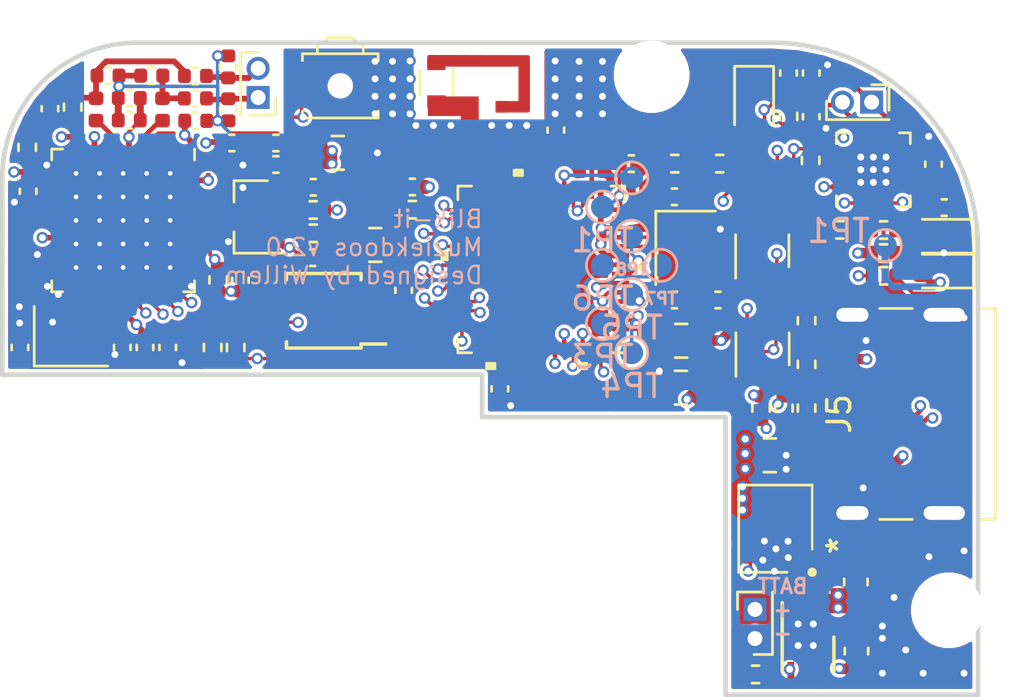
<source format=kicad_pcb>
(kicad_pcb (version 20171130) (host pcbnew "(5.1.10-1-10_14)")

  (general
    (thickness 1.6)
    (drawings 36)
    (tracks 1052)
    (zones 0)
    (modules 98)
    (nets 104)
  )

  (page A4)
  (layers
    (0 F.Cu signal)
    (1 In1.Cu signal hide)
    (2 In2.Cu signal hide)
    (31 B.Cu signal hide)
    (32 B.Adhes user hide)
    (33 F.Adhes user hide)
    (34 B.Paste user hide)
    (35 F.Paste user hide)
    (36 B.SilkS user hide)
    (37 F.SilkS user hide)
    (38 B.Mask user hide)
    (39 F.Mask user hide)
    (40 Dwgs.User user hide)
    (41 Cmts.User user hide)
    (42 Eco1.User user hide)
    (43 Eco2.User user hide)
    (44 Edge.Cuts user)
    (45 Margin user hide)
    (46 B.CrtYd user hide)
    (47 F.CrtYd user hide)
    (48 B.Fab user hide)
    (49 F.Fab user hide)
  )

  (setup
    (last_trace_width 0.1524)
    (user_trace_width 0.1524)
    (user_trace_width 0.2032)
    (user_trace_width 0.254)
    (trace_clearance 0.1524)
    (zone_clearance 0.1524)
    (zone_45_only no)
    (trace_min 0.14986)
    (via_size 0.5)
    (via_drill 0.3)
    (via_min_size 0.4)
    (via_min_drill 0.3)
    (user_via 0.5 0.3)
    (uvia_size 0.3)
    (uvia_drill 0.1)
    (uvias_allowed no)
    (uvia_min_size 0.2)
    (uvia_min_drill 0.1)
    (edge_width 0.05)
    (segment_width 0.2)
    (pcb_text_width 0.3)
    (pcb_text_size 1.5 1.5)
    (mod_edge_width 0.12)
    (mod_text_size 1 1)
    (mod_text_width 0.15)
    (pad_size 1 1)
    (pad_drill 0)
    (pad_to_mask_clearance 0)
    (aux_axis_origin 0 0)
    (visible_elements FFFFFF7F)
    (pcbplotparams
      (layerselection 0x010fc_ffffffff)
      (usegerberextensions false)
      (usegerberattributes true)
      (usegerberadvancedattributes true)
      (creategerberjobfile true)
      (excludeedgelayer true)
      (linewidth 0.100000)
      (plotframeref false)
      (viasonmask false)
      (mode 1)
      (useauxorigin false)
      (hpglpennumber 1)
      (hpglpenspeed 20)
      (hpglpendiameter 15.000000)
      (psnegative false)
      (psa4output false)
      (plotreference true)
      (plotvalue false)
      (plotinvisibletext false)
      (padsonsilk false)
      (subtractmaskfromsilk true)
      (outputformat 1)
      (mirror false)
      (drillshape 0)
      (scaleselection 1)
      (outputdirectory "OUTPUT"))
  )

  (net 0 "")
  (net 1 GND)
  (net 2 VBUS)
  (net 3 /CPU/ADC1_IN2)
  (net 4 +BATT)
  (net 5 /Power/PSU_BTN_RAW)
  (net 6 +3V3)
  (net 7 "Net-(C15-Pad1)")
  (net 8 /I2S_DAC_AMP/SPK_OUT-)
  (net 9 /I2S_DAC_AMP/SPKOUT+)
  (net 10 /Power/CHG_STAT_LED)
  (net 11 /Power/CHG_5V_LED)
  (net 12 /Power/PSU_EN)
  (net 13 /CPU/MEAS_EN)
  (net 14 /CPU/BTN_PWR)
  (net 15 /CPU/PW_HOLD)
  (net 16 /Power/PSU_EN_BUF)
  (net 17 /Power/CHG_PROG)
  (net 18 /I2S_DAC_AMP/GAIN)
  (net 19 /I2S_DAC_AMP/I2S_SD_MODE)
  (net 20 /CPU/DAC_BCLK)
  (net 21 /CPU/DAC_LRCK)
  (net 22 /CPU/NFC_SPI_MOSI)
  (net 23 /CPU/NFC_SPI_SCK)
  (net 24 /CPU/NFC_SPI_CS)
  (net 25 /CPU/DAC_DATA)
  (net 26 "Net-(U3-Pad26)")
  (net 27 "Net-(U3-Pad25)")
  (net 28 "Net-(U3-Pad24)")
  (net 29 "Net-(U1-Pad7)")
  (net 30 /CPU/HALL_OUT)
  (net 31 /CPU/VDD_SDIO)
  (net 32 /CPU/ESP_RST)
  (net 33 /CPU/ESP_GPIO0)
  (net 34 "Net-(U4-Pad10)")
  (net 35 "Net-(U4-Pad8)")
  (net 36 "Net-(U4-Pad7)")
  (net 37 "Net-(U4-Pad6)")
  (net 38 /CPU/WIFI_ANT)
  (net 39 /CPU/ESP_LNA_IN)
  (net 40 /CPU/A2)
  (net 41 /Power/MCP_STAT)
  (net 42 "Net-(U2-Pad2)")
  (net 43 /Power/Lx_L1)
  (net 44 "Net-(U4-Pad33)")
  (net 45 "Net-(U4-Pad32)")
  (net 46 "Net-(U4-Pad31)")
  (net 47 "Net-(U4-Pad11)")
  (net 48 /CPU/ADS_SCL)
  (net 49 /CPU/ADS_SDA)
  (net 50 /CPU/ADS_RDY)
  (net 51 /CPU/NFC_SPI_MISO)
  (net 52 /Power/BATT_MEAS)
  (net 53 "Net-(U3-Pad37)")
  (net 54 "Net-(U3-Pad36)")
  (net 55 "Net-(U3-Pad35)")
  (net 56 "Net-(U3-Pad34)")
  (net 57 "Net-(U3-Pad33)")
  (net 58 "Net-(U3-Pad32)")
  (net 59 "Net-(U3-Pad31)")
  (net 60 "Net-(U3-Pad22)")
  (net 61 "Net-(U3-Pad21)")
  (net 62 "Net-(U3-Pad20)")
  (net 63 "Net-(U3-Pad19)")
  (net 64 "Net-(U3-Pad13)")
  (net 65 "Net-(U3-Pad12)")
  (net 66 "Net-(U3-Pad2)")
  (net 67 /NFC/OSC_in)
  (net 68 /NFC/OSC_OUT)
  (net 69 /NFC/RX)
  (net 70 /NFC/TXL1)
  (net 71 /NFC/TXL2)
  (net 72 /NFC/TXANT1)
  (net 73 /NFC/TXANT2)
  (net 74 /NFC/VMID)
  (net 75 /NFC/TX1)
  (net 76 /NFC/TX2)
  (net 77 /CPU/~NFC_RST)
  (net 78 /CPU/USB_D-)
  (net 79 /CPU/USB_D+)
  (net 80 /CPU/ESP_GPIO46)
  (net 81 /CPU/ESP_MTCK)
  (net 82 /CPU/ESP_MTDO)
  (net 83 /CPU/ESP_MTDI)
  (net 84 /CPU/ESP_MTMS)
  (net 85 /CPU/ESP_TX1)
  (net 86 /CPU/ESP_RX1)
  (net 87 /CPU/ESP_GPIO45)
  (net 88 "Net-(U4-Pad41)")
  (net 89 "Net-(U4-Pad36)")
  (net 90 "Net-(U4-Pad35)")
  (net 91 "Net-(U4-Pad34)")
  (net 92 "Net-(U4-Pad29)")
  (net 93 /CPU/XTAL_P)
  (net 94 /CPU/XTAL_N)
  (net 95 "Net-(U4-Pad13)")
  (net 96 "Net-(U4-Pad12)")
  (net 97 "Net-(U4-Pad17)")
  (net 98 "Net-(U4-Pad9)")
  (net 99 "Net-(U4-Pad14)")
  (net 100 "Net-(J5-PadB8)")
  (net 101 "Net-(J5-PadB5)")
  (net 102 "Net-(J5-PadA8)")
  (net 103 "Net-(J5-PadA5)")

  (net_class Default "This is the default net class."
    (clearance 0.1524)
    (trace_width 0.1524)
    (via_dia 0.5)
    (via_drill 0.3)
    (uvia_dia 0.3)
    (uvia_drill 0.1)
    (add_net +3V3)
    (add_net +BATT)
    (add_net /CPU/A2)
    (add_net /CPU/ADC1_IN2)
    (add_net /CPU/ADS_RDY)
    (add_net /CPU/ADS_SCL)
    (add_net /CPU/ADS_SDA)
    (add_net /CPU/BTN_PWR)
    (add_net /CPU/DAC_BCLK)
    (add_net /CPU/DAC_DATA)
    (add_net /CPU/DAC_LRCK)
    (add_net /CPU/ESP_GPIO0)
    (add_net /CPU/ESP_GPIO45)
    (add_net /CPU/ESP_GPIO46)
    (add_net /CPU/ESP_LNA_IN)
    (add_net /CPU/ESP_MTCK)
    (add_net /CPU/ESP_MTDI)
    (add_net /CPU/ESP_MTDO)
    (add_net /CPU/ESP_MTMS)
    (add_net /CPU/ESP_RST)
    (add_net /CPU/ESP_RX1)
    (add_net /CPU/ESP_TX1)
    (add_net /CPU/HALL_OUT)
    (add_net /CPU/MEAS_EN)
    (add_net /CPU/NFC_SPI_CS)
    (add_net /CPU/NFC_SPI_MISO)
    (add_net /CPU/NFC_SPI_MOSI)
    (add_net /CPU/NFC_SPI_SCK)
    (add_net /CPU/PW_HOLD)
    (add_net /CPU/USB_D+)
    (add_net /CPU/USB_D-)
    (add_net /CPU/VDD_SDIO)
    (add_net /CPU/WIFI_ANT)
    (add_net /CPU/XTAL_N)
    (add_net /CPU/XTAL_P)
    (add_net /CPU/~NFC_RST)
    (add_net /I2S_DAC_AMP/GAIN)
    (add_net /I2S_DAC_AMP/I2S_SD_MODE)
    (add_net /I2S_DAC_AMP/SPKOUT+)
    (add_net /I2S_DAC_AMP/SPK_OUT-)
    (add_net /NFC/OSC_OUT)
    (add_net /NFC/OSC_in)
    (add_net /NFC/RX)
    (add_net /NFC/TX1)
    (add_net /NFC/TX2)
    (add_net /NFC/TXANT1)
    (add_net /NFC/TXANT2)
    (add_net /NFC/TXL1)
    (add_net /NFC/TXL2)
    (add_net /NFC/VMID)
    (add_net /Power/BATT_MEAS)
    (add_net /Power/CHG_5V_LED)
    (add_net /Power/CHG_PROG)
    (add_net /Power/CHG_STAT_LED)
    (add_net /Power/Lx_L1)
    (add_net /Power/MCP_STAT)
    (add_net /Power/PSU_BTN_RAW)
    (add_net /Power/PSU_EN)
    (add_net /Power/PSU_EN_BUF)
    (add_net GND)
    (add_net "Net-(C15-Pad1)")
    (add_net "Net-(J5-PadA5)")
    (add_net "Net-(J5-PadA8)")
    (add_net "Net-(J5-PadB5)")
    (add_net "Net-(J5-PadB8)")
    (add_net "Net-(U1-Pad7)")
    (add_net "Net-(U2-Pad2)")
    (add_net "Net-(U3-Pad12)")
    (add_net "Net-(U3-Pad13)")
    (add_net "Net-(U3-Pad19)")
    (add_net "Net-(U3-Pad2)")
    (add_net "Net-(U3-Pad20)")
    (add_net "Net-(U3-Pad21)")
    (add_net "Net-(U3-Pad22)")
    (add_net "Net-(U3-Pad24)")
    (add_net "Net-(U3-Pad25)")
    (add_net "Net-(U3-Pad26)")
    (add_net "Net-(U3-Pad31)")
    (add_net "Net-(U3-Pad32)")
    (add_net "Net-(U3-Pad33)")
    (add_net "Net-(U3-Pad34)")
    (add_net "Net-(U3-Pad35)")
    (add_net "Net-(U3-Pad36)")
    (add_net "Net-(U3-Pad37)")
    (add_net "Net-(U4-Pad10)")
    (add_net "Net-(U4-Pad11)")
    (add_net "Net-(U4-Pad12)")
    (add_net "Net-(U4-Pad13)")
    (add_net "Net-(U4-Pad14)")
    (add_net "Net-(U4-Pad17)")
    (add_net "Net-(U4-Pad29)")
    (add_net "Net-(U4-Pad31)")
    (add_net "Net-(U4-Pad32)")
    (add_net "Net-(U4-Pad33)")
    (add_net "Net-(U4-Pad34)")
    (add_net "Net-(U4-Pad35)")
    (add_net "Net-(U4-Pad36)")
    (add_net "Net-(U4-Pad41)")
    (add_net "Net-(U4-Pad6)")
    (add_net "Net-(U4-Pad7)")
    (add_net "Net-(U4-Pad8)")
    (add_net "Net-(U4-Pad9)")
    (add_net VBUS)
  )

  (module TestPoint:TestPoint_Pad_D1.0mm (layer B.Cu) (tedit 618AD6C0) (tstamp 6189735C)
    (at 68.58 72.39)
    (descr "SMD pad as test Point, diameter 1.0mm")
    (tags "test point SMD pad")
    (path /60FFCEAC/61A904CB)
    (attr virtual)
    (fp_text reference TP8 (at 0 1.448) (layer B.SilkS)
      (effects (font (size 0.508 0.508) (thickness 0.15)) (justify mirror))
    )
    (fp_text value TestPoint (at 0 -1.55) (layer B.Fab) hide
      (effects (font (size 1 1) (thickness 0.15)) (justify mirror))
    )
    (fp_text user %R (at 1.6764 0) (layer B.Fab)
      (effects (font (size 0.6096 0.6096) (thickness 0.15)) (justify mirror))
    )
    (fp_circle (center 0 0) (end 0 -0.7) (layer B.SilkS) (width 0.12))
    (fp_circle (center 0 0) (end 0.75 0) (layer B.CrtYd) (width 0.05))
    (pad 1 smd circle (at 0 0) (size 1 1) (layers B.Cu B.Mask)
      (net 86 /CPU/ESP_RX1))
  )

  (module TestPoint:TestPoint_Pad_D1.0mm (layer B.Cu) (tedit 618AD6C0) (tstamp 618F0120)
    (at 69.85 73.66)
    (descr "SMD pad as test Point, diameter 1.0mm")
    (tags "test point SMD pad")
    (path /60FFCEAC/61A9010D)
    (attr virtual)
    (fp_text reference TP7 (at 0 1.448) (layer B.SilkS)
      (effects (font (size 0.508 0.508) (thickness 0.1524)) (justify mirror))
    )
    (fp_text value TestPoint (at 0 -1.55) (layer B.Fab) hide
      (effects (font (size 1 1) (thickness 0.15)) (justify mirror))
    )
    (fp_text user %R (at 1.7272 0.127) (layer B.Fab)
      (effects (font (size 0.6096 0.6096) (thickness 0.15)) (justify mirror))
    )
    (fp_circle (center 0 0) (end 0 -0.7) (layer B.SilkS) (width 0.12))
    (fp_circle (center 0 0) (end 0.75 0) (layer B.CrtYd) (width 0.05))
    (pad 1 smd circle (at 0 0) (size 1 1) (layers B.Cu B.Mask)
      (net 85 /CPU/ESP_TX1))
  )

  (module TestPoint:TestPoint_Pad_D1.0mm (layer B.Cu) (tedit 618AD6C0) (tstamp 6189734C)
    (at 67.31 73.66)
    (descr "SMD pad as test Point, diameter 1.0mm")
    (tags "test point SMD pad")
    (path /60FFCEAC/61A78FBB)
    (attr virtual)
    (fp_text reference TP6 (at 0 1.448) (layer B.SilkS)
      (effects (font (size 1 1) (thickness 0.15)) (justify mirror))
    )
    (fp_text value TestPoint (at 0 -1.55) (layer B.Fab) hide
      (effects (font (size 1 1) (thickness 0.15)) (justify mirror))
    )
    (fp_text user %R (at -1.6764 -0.0127) (layer B.Fab)
      (effects (font (size 0.6096 0.6096) (thickness 0.15)) (justify mirror))
    )
    (fp_circle (center 0 0) (end 0 -0.7) (layer B.SilkS) (width 0.12))
    (fp_circle (center 0 0) (end 0.75 0) (layer B.CrtYd) (width 0.05))
    (pad 1 smd circle (at 0 0) (size 1 1) (layers B.Cu B.Mask)
      (net 84 /CPU/ESP_MTMS))
  )

  (module TestPoint:TestPoint_Pad_D1.0mm (layer B.Cu) (tedit 618AD6C0) (tstamp 61897344)
    (at 68.58 74.93)
    (descr "SMD pad as test Point, diameter 1.0mm")
    (tags "test point SMD pad")
    (path /60FFCEAC/61A78DEA)
    (attr virtual)
    (fp_text reference TP5 (at 0 1.448) (layer B.SilkS)
      (effects (font (size 1 1) (thickness 0.15)) (justify mirror))
    )
    (fp_text value TestPoint (at 0 -1.55) (layer B.Fab) hide
      (effects (font (size 1 1) (thickness 0.15)) (justify mirror))
    )
    (fp_text user %R (at 1.7018 0.127) (layer B.Fab)
      (effects (font (size 0.6096 0.6096) (thickness 0.15)) (justify mirror))
    )
    (fp_circle (center 0 0) (end 0 -0.7) (layer B.SilkS) (width 0.12))
    (fp_circle (center 0 0) (end 0.75 0) (layer B.CrtYd) (width 0.05))
    (pad 1 smd circle (at 0 0) (size 1 1) (layers B.Cu B.Mask)
      (net 83 /CPU/ESP_MTDI))
  )

  (module TestPoint:TestPoint_Pad_D1.0mm (layer B.Cu) (tedit 618AD6C0) (tstamp 6189733C)
    (at 68.58 77.47)
    (descr "SMD pad as test Point, diameter 1.0mm")
    (tags "test point SMD pad")
    (path /60FFCEAC/61A78683)
    (attr virtual)
    (fp_text reference TP4 (at 0 1.448) (layer B.SilkS)
      (effects (font (size 1 1) (thickness 0.15)) (justify mirror))
    )
    (fp_text value TestPoint (at 0 -1.55) (layer B.Fab) hide
      (effects (font (size 1 1) (thickness 0.15)) (justify mirror))
    )
    (fp_text user %R (at 1.651 0.0762) (layer B.Fab)
      (effects (font (size 0.6096 0.6096) (thickness 0.15)) (justify mirror))
    )
    (fp_circle (center 0 0) (end 0 -0.7) (layer B.SilkS) (width 0.12))
    (fp_circle (center 0 0) (end 0.75 0) (layer B.CrtYd) (width 0.05))
    (pad 1 smd circle (at 0 0) (size 1 1) (layers B.Cu B.Mask)
      (net 82 /CPU/ESP_MTDO))
  )

  (module TestPoint:TestPoint_Pad_D1.0mm (layer B.Cu) (tedit 618AD6C0) (tstamp 61897334)
    (at 67.31 76.2)
    (descr "SMD pad as test Point, diameter 1.0mm")
    (tags "test point SMD pad")
    (path /60FFCEAC/61A77B67)
    (attr virtual)
    (fp_text reference TP3 (at 0 1.448) (layer B.SilkS)
      (effects (font (size 1 1) (thickness 0.15)) (justify mirror))
    )
    (fp_text value TestPoint (at 0 -1.55) (layer B.Fab) hide
      (effects (font (size 1 1) (thickness 0.15)) (justify mirror))
    )
    (fp_text user %R (at -1.7018 0.127) (layer B.Fab)
      (effects (font (size 0.6096 0.6096) (thickness 0.15)) (justify mirror))
    )
    (fp_circle (center 0 0) (end 0 -0.7) (layer B.SilkS) (width 0.12))
    (fp_circle (center 0 0) (end 0.75 0) (layer B.CrtYd) (width 0.05))
    (pad 1 smd circle (at 0 0) (size 1 1) (layers B.Cu B.Mask)
      (net 81 /CPU/ESP_MTCK))
  )

  (module TestPoint:TestPoint_Pad_D1.0mm (layer B.Cu) (tedit 618AD6C0) (tstamp 6189732C)
    (at 68.58 69.85)
    (descr "SMD pad as test Point, diameter 1.0mm")
    (tags "test point SMD pad")
    (path /60FFCEAC/61AAD8EF)
    (attr virtual)
    (fp_text reference TP2 (at 0 1.448) (layer B.SilkS) hide
      (effects (font (size 1 1) (thickness 0.15)) (justify mirror))
    )
    (fp_text value TestPoint (at 0 -1.55) (layer B.Fab) hide
      (effects (font (size 1 1) (thickness 0.15)) (justify mirror))
    )
    (fp_text user %R (at 1.6764 -0.0127) (layer B.Fab)
      (effects (font (size 0.6096 0.6096) (thickness 0.1524)) (justify mirror))
    )
    (fp_circle (center 0 0) (end 0 -0.7) (layer B.SilkS) (width 0.12))
    (fp_circle (center 0 0) (end 0.75 0) (layer B.CrtYd) (width 0.05))
    (pad 1 smd circle (at 0 0) (size 1 1) (layers B.Cu B.Mask)
      (net 33 /CPU/ESP_GPIO0))
  )

  (module TestPoint:TestPoint_Pad_D1.0mm (layer B.Cu) (tedit 618AD6C0) (tstamp 61897324)
    (at 67.31 71.12)
    (descr "SMD pad as test Point, diameter 1.0mm")
    (tags "test point SMD pad")
    (path /60FFCEAC/61AA6F6C)
    (attr virtual)
    (fp_text reference TP1 (at 0 1.448) (layer B.SilkS)
      (effects (font (size 1 1) (thickness 0.15)) (justify mirror))
    )
    (fp_text value TestPoint (at 0 -1.55) (layer B.Fab) hide
      (effects (font (size 1 1) (thickness 0.15)) (justify mirror))
    )
    (fp_text user %R (at -1.651 0.0254) (layer B.Fab)
      (effects (font (size 0.6096 0.6096) (thickness 0.15)) (justify mirror))
    )
    (fp_circle (center 0 0) (end 0 -0.7) (layer B.SilkS) (width 0.12))
    (fp_circle (center 0 0) (end 0.75 0) (layer B.CrtYd) (width 0.05))
    (pad 1 smd circle (at 0 0) (size 1 1) (layers B.Cu B.Mask)
      (net 32 /CPU/ESP_RST))
  )

  (module TestPoint:TestPoint_Pad_D1.0mm (layer B.Cu) (tedit 618AD6C0) (tstamp 617DCA39)
    (at 79.629 72.7964)
    (descr "SMD pad as test Point, diameter 1.0mm")
    (tags "test point SMD pad")
    (path /613CB1D0/61968CDA)
    (attr virtual)
    (fp_text reference TP1 (at -2.032 -0.635) (layer B.SilkS)
      (effects (font (size 1 1) (thickness 0.15)) (justify mirror))
    )
    (fp_text value TestPoint (at 0 -1.55) (layer B.Fab) hide
      (effects (font (size 1 1) (thickness 0.15)) (justify mirror))
    )
    (fp_text user %R (at 1.5875 0) (layer B.Fab)
      (effects (font (size 0.635 0.6096) (thickness 0.1524)) (justify mirror))
    )
    (fp_circle (center 0 0) (end 0 -0.7) (layer B.SilkS) (width 0.12))
    (fp_circle (center 0 0) (end 0.75 0) (layer B.CrtYd) (width 0.05))
    (pad 1 smd circle (at 0 0) (size 1 1) (layers B.Cu B.Mask)
      (net 2 VBUS))
  )

  (module Package_DFN_QFN:QFN-16-1EP_3x3mm_P0.5mm_EP1.7x1.7mm_ThermalVias locked (layer F.Cu) (tedit 5C181567) (tstamp 610858BE)
    (at 79.1083 69.4944 90)
    (descr "QFN, 16 Pin (http://www.cypress.com/file/46236/download), generated with kicad-footprint-generator ipc_dfn_qfn_generator.py")
    (tags "QFN DFN_QFN")
    (path /60FDB9AA/60FE0C5F)
    (attr smd)
    (fp_text reference U5 (at 0 -2.8 90) (layer F.SilkS) hide
      (effects (font (size 1 1) (thickness 0.15)))
    )
    (fp_text value MAX98357A (at 0 2.8 90) (layer F.Fab) hide
      (effects (font (size 1 1) (thickness 0.15)))
    )
    (fp_line (start 2.1 -2.1) (end -2.1 -2.1) (layer F.CrtYd) (width 0.05))
    (fp_line (start 2.1 2.1) (end 2.1 -2.1) (layer F.CrtYd) (width 0.05))
    (fp_line (start -2.1 2.1) (end 2.1 2.1) (layer F.CrtYd) (width 0.05))
    (fp_line (start -2.1 -2.1) (end -2.1 2.1) (layer F.CrtYd) (width 0.05))
    (fp_line (start -1.5 -0.75) (end -0.75 -1.5) (layer F.Fab) (width 0.1))
    (fp_line (start -1.5 1.5) (end -1.5 -0.75) (layer F.Fab) (width 0.1))
    (fp_line (start 1.5 1.5) (end -1.5 1.5) (layer F.Fab) (width 0.1))
    (fp_line (start 1.5 -1.5) (end 1.5 1.5) (layer F.Fab) (width 0.1))
    (fp_line (start -0.75 -1.5) (end 1.5 -1.5) (layer F.Fab) (width 0.1))
    (fp_line (start -1.135 -1.61) (end -1.61 -1.61) (layer F.SilkS) (width 0.12))
    (fp_line (start 1.61 1.61) (end 1.61 1.135) (layer F.SilkS) (width 0.12))
    (fp_line (start 1.135 1.61) (end 1.61 1.61) (layer F.SilkS) (width 0.12))
    (fp_line (start -1.61 1.61) (end -1.61 1.135) (layer F.SilkS) (width 0.12))
    (fp_line (start -1.135 1.61) (end -1.61 1.61) (layer F.SilkS) (width 0.12))
    (fp_line (start 1.61 -1.61) (end 1.61 -1.135) (layer F.SilkS) (width 0.12))
    (fp_line (start 1.135 -1.61) (end 1.61 -1.61) (layer F.SilkS) (width 0.12))
    (fp_text user %R (at 0 0 180) (layer F.Fab)
      (effects (font (size 0.762 0.762) (thickness 0.1016)))
    )
    (pad 16 smd roundrect (at -0.75 -1.45 90) (size 0.25 0.8) (layers F.Cu F.Paste F.Mask) (roundrect_rratio 0.25)
      (net 20 /CPU/DAC_BCLK))
    (pad 15 smd roundrect (at -0.25 -1.45 90) (size 0.25 0.8) (layers F.Cu F.Paste F.Mask) (roundrect_rratio 0.25)
      (net 1 GND))
    (pad 14 smd roundrect (at 0.25 -1.45 90) (size 0.25 0.8) (layers F.Cu F.Paste F.Mask) (roundrect_rratio 0.25)
      (net 21 /CPU/DAC_LRCK))
    (pad 13 smd roundrect (at 0.75 -1.45 90) (size 0.25 0.8) (layers F.Cu F.Paste F.Mask) (roundrect_rratio 0.25))
    (pad 12 smd roundrect (at 1.45 -0.75 90) (size 0.8 0.25) (layers F.Cu F.Paste F.Mask) (roundrect_rratio 0.25))
    (pad 11 smd roundrect (at 1.45 -0.25 90) (size 0.8 0.25) (layers F.Cu F.Paste F.Mask) (roundrect_rratio 0.25)
      (net 1 GND))
    (pad 10 smd roundrect (at 1.45 0.25 90) (size 0.8 0.25) (layers F.Cu F.Paste F.Mask) (roundrect_rratio 0.25)
      (net 8 /I2S_DAC_AMP/SPK_OUT-))
    (pad 9 smd roundrect (at 1.45 0.75 90) (size 0.8 0.25) (layers F.Cu F.Paste F.Mask) (roundrect_rratio 0.25)
      (net 9 /I2S_DAC_AMP/SPKOUT+))
    (pad 8 smd roundrect (at 0.75 1.45 90) (size 0.25 0.8) (layers F.Cu F.Paste F.Mask) (roundrect_rratio 0.25)
      (net 6 +3V3))
    (pad 7 smd roundrect (at 0.25 1.45 90) (size 0.25 0.8) (layers F.Cu F.Paste F.Mask) (roundrect_rratio 0.25)
      (net 6 +3V3))
    (pad 6 smd roundrect (at -0.25 1.45 90) (size 0.25 0.8) (layers F.Cu F.Paste F.Mask) (roundrect_rratio 0.25))
    (pad 5 smd roundrect (at -0.75 1.45 90) (size 0.25 0.8) (layers F.Cu F.Paste F.Mask) (roundrect_rratio 0.25))
    (pad 4 smd roundrect (at -1.45 0.75 90) (size 0.8 0.25) (layers F.Cu F.Paste F.Mask) (roundrect_rratio 0.25)
      (net 19 /I2S_DAC_AMP/I2S_SD_MODE))
    (pad 3 smd roundrect (at -1.45 0.25 90) (size 0.8 0.25) (layers F.Cu F.Paste F.Mask) (roundrect_rratio 0.25)
      (net 1 GND))
    (pad 2 smd roundrect (at -1.45 -0.25 90) (size 0.8 0.25) (layers F.Cu F.Paste F.Mask) (roundrect_rratio 0.25)
      (net 18 /I2S_DAC_AMP/GAIN))
    (pad 1 smd roundrect (at -1.45 -0.75 90) (size 0.8 0.25) (layers F.Cu F.Paste F.Mask) (roundrect_rratio 0.25)
      (net 25 /CPU/DAC_DATA))
    (pad "" smd roundrect (at 0.425 0.425 90) (size 0.74 0.74) (layers F.Paste) (roundrect_rratio 0.25))
    (pad "" smd roundrect (at 0.425 -0.425 90) (size 0.74 0.74) (layers F.Paste) (roundrect_rratio 0.25))
    (pad "" smd roundrect (at -0.425 0.425 90) (size 0.74 0.74) (layers F.Paste) (roundrect_rratio 0.25))
    (pad "" smd roundrect (at -0.425 -0.425 90) (size 0.74 0.74) (layers F.Paste) (roundrect_rratio 0.25))
    (pad 17 smd roundrect (at 0 0 90) (size 1.7 1.7) (layers B.Cu) (roundrect_rratio 0.1470588235294118)
      (net 1 GND))
    (pad 17 thru_hole circle (at 0.55 0.55 90) (size 0.6 0.6) (drill 0.3) (layers *.Cu)
      (net 1 GND))
    (pad 17 thru_hole circle (at 0 0.55 90) (size 0.6 0.6) (drill 0.3) (layers *.Cu)
      (net 1 GND))
    (pad 17 thru_hole circle (at -0.55 0.55 90) (size 0.6 0.6) (drill 0.3) (layers *.Cu)
      (net 1 GND))
    (pad 17 thru_hole circle (at 0.55 0 90) (size 0.6 0.6) (drill 0.3) (layers *.Cu)
      (net 1 GND))
    (pad 17 thru_hole circle (at 0 0 90) (size 0.6 0.6) (drill 0.3) (layers *.Cu)
      (net 1 GND))
    (pad 17 thru_hole circle (at -0.55 0 90) (size 0.6 0.6) (drill 0.3) (layers *.Cu)
      (net 1 GND))
    (pad 17 thru_hole circle (at 0.55 -0.55 90) (size 0.6 0.6) (drill 0.3) (layers *.Cu)
      (net 1 GND))
    (pad 17 thru_hole circle (at 0 -0.55 90) (size 0.6 0.6) (drill 0.3) (layers *.Cu)
      (net 1 GND))
    (pad 17 thru_hole circle (at -0.55 -0.55 90) (size 0.6 0.6) (drill 0.3) (layers *.Cu)
      (net 1 GND))
    (pad 17 smd roundrect (at 0 0 90) (size 1.7 1.7) (layers F.Cu F.Mask) (roundrect_rratio 0.1470588235294118)
      (net 1 GND))
    (model ${KISYS3DMOD}/Package_DFN_QFN.3dshapes/QFN-12-1EP_3x3mm_P0.5mm_EP1.65x1.65mm.wrl
      (at (xyz 0 0 0))
      (scale (xyz 1 1 1))
      (rotate (xyz 0 0 0))
    )
  )

  (module Resistor_SMD:R_0402_1005Metric (layer F.Cu) (tedit 5F68FEEE) (tstamp 618CA1D9)
    (at 76.2 79.883 270)
    (descr "Resistor SMD 0402 (1005 Metric), square (rectangular) end terminal, IPC_7351 nominal, (Body size source: IPC-SM-782 page 72, https://www.pcb-3d.com/wordpress/wp-content/uploads/ipc-sm-782a_amendment_1_and_2.pdf), generated with kicad-footprint-generator")
    (tags resistor)
    (path /60FE1698/6195270F)
    (attr smd)
    (fp_text reference R18 (at 0 -1.17 90) (layer F.SilkS) hide
      (effects (font (size 1 1) (thickness 0.15)))
    )
    (fp_text value 5K1 (at 0 1.17 90) (layer F.Fab) hide
      (effects (font (size 1 1) (thickness 0.15)))
    )
    (fp_text user %R (at 0 0 90) (layer F.Fab)
      (effects (font (size 0.26 0.26) (thickness 0.04)))
    )
    (fp_line (start -0.525 0.27) (end -0.525 -0.27) (layer F.Fab) (width 0.1))
    (fp_line (start -0.525 -0.27) (end 0.525 -0.27) (layer F.Fab) (width 0.1))
    (fp_line (start 0.525 -0.27) (end 0.525 0.27) (layer F.Fab) (width 0.1))
    (fp_line (start 0.525 0.27) (end -0.525 0.27) (layer F.Fab) (width 0.1))
    (fp_line (start -0.153641 -0.38) (end 0.153641 -0.38) (layer F.SilkS) (width 0.12))
    (fp_line (start -0.153641 0.38) (end 0.153641 0.38) (layer F.SilkS) (width 0.12))
    (fp_line (start -0.93 0.47) (end -0.93 -0.47) (layer F.CrtYd) (width 0.05))
    (fp_line (start -0.93 -0.47) (end 0.93 -0.47) (layer F.CrtYd) (width 0.05))
    (fp_line (start 0.93 -0.47) (end 0.93 0.47) (layer F.CrtYd) (width 0.05))
    (fp_line (start 0.93 0.47) (end -0.93 0.47) (layer F.CrtYd) (width 0.05))
    (pad 2 smd roundrect (at 0.51 0 270) (size 0.54 0.64) (layers F.Cu F.Paste F.Mask) (roundrect_rratio 0.25)
      (net 103 "Net-(J5-PadA5)"))
    (pad 1 smd roundrect (at -0.51 0 270) (size 0.54 0.64) (layers F.Cu F.Paste F.Mask) (roundrect_rratio 0.25)
      (net 1 GND))
    (model ${KISYS3DMOD}/Resistor_SMD.3dshapes/R_0402_1005Metric.wrl
      (at (xyz 0 0 0))
      (scale (xyz 1 1 1))
      (rotate (xyz 0 0 0))
    )
  )

  (module Resistor_SMD:R_0402_1005Metric (layer F.Cu) (tedit 5F68FEEE) (tstamp 618CA108)
    (at 76.2 77.978 90)
    (descr "Resistor SMD 0402 (1005 Metric), square (rectangular) end terminal, IPC_7351 nominal, (Body size source: IPC-SM-782 page 72, https://www.pcb-3d.com/wordpress/wp-content/uploads/ipc-sm-782a_amendment_1_and_2.pdf), generated with kicad-footprint-generator")
    (tags resistor)
    (path /60FE1698/61951F6F)
    (attr smd)
    (fp_text reference R11 (at 0 -1.17 90) (layer F.SilkS) hide
      (effects (font (size 1 1) (thickness 0.15)))
    )
    (fp_text value 5K1 (at 0 1.17 90) (layer F.Fab) hide
      (effects (font (size 1 1) (thickness 0.15)))
    )
    (fp_text user %R (at 0 0 90) (layer F.Fab)
      (effects (font (size 0.26 0.26) (thickness 0.04)))
    )
    (fp_line (start -0.525 0.27) (end -0.525 -0.27) (layer F.Fab) (width 0.1))
    (fp_line (start -0.525 -0.27) (end 0.525 -0.27) (layer F.Fab) (width 0.1))
    (fp_line (start 0.525 -0.27) (end 0.525 0.27) (layer F.Fab) (width 0.1))
    (fp_line (start 0.525 0.27) (end -0.525 0.27) (layer F.Fab) (width 0.1))
    (fp_line (start -0.153641 -0.38) (end 0.153641 -0.38) (layer F.SilkS) (width 0.12))
    (fp_line (start -0.153641 0.38) (end 0.153641 0.38) (layer F.SilkS) (width 0.12))
    (fp_line (start -0.93 0.47) (end -0.93 -0.47) (layer F.CrtYd) (width 0.05))
    (fp_line (start -0.93 -0.47) (end 0.93 -0.47) (layer F.CrtYd) (width 0.05))
    (fp_line (start 0.93 -0.47) (end 0.93 0.47) (layer F.CrtYd) (width 0.05))
    (fp_line (start 0.93 0.47) (end -0.93 0.47) (layer F.CrtYd) (width 0.05))
    (pad 2 smd roundrect (at 0.51 0 90) (size 0.54 0.64) (layers F.Cu F.Paste F.Mask) (roundrect_rratio 0.25)
      (net 1 GND))
    (pad 1 smd roundrect (at -0.51 0 90) (size 0.54 0.64) (layers F.Cu F.Paste F.Mask) (roundrect_rratio 0.25)
      (net 101 "Net-(J5-PadB5)"))
    (model ${KISYS3DMOD}/Resistor_SMD.3dshapes/R_0402_1005Metric.wrl
      (at (xyz 0 0 0))
      (scale (xyz 1 1 1))
      (rotate (xyz 0 0 0))
    )
  )

  (module Connector_USB:USB_C_Receptacle_Molex_217179 locked (layer F.Cu) (tedit 618ABC2D) (tstamp 618B2EE8)
    (at 80.9244 80.137 90)
    (path /60FE1698/618C07E1)
    (fp_text reference J5 (at 0 -3.3032 90) (layer F.SilkS)
      (effects (font (size 1 1) (thickness 0.15)))
    )
    (fp_text value USB_C_Receptacle_USB2.0 (at 0 -3.3032 90) (layer F.SilkS) hide
      (effects (font (size 1 1) (thickness 0.15)))
    )
    (fp_text user "Copyright 2021 Accelerated Designs. All rights reserved." (at 0 0 90) (layer Cmts.User)
      (effects (font (size 0.127 0.127) (thickness 0.002)))
    )
    (fp_text user * (at -5.740001 -3.3032 90) (layer F.SilkS)
      (effects (font (size 1 1) (thickness 0.15)))
    )
    (fp_line (start -4.7244 2.630701) (end -4.7244 3.6322) (layer F.CrtYd) (width 0.05))
    (fp_line (start -5.0693 2.630701) (end -4.7244 2.630701) (layer F.CrtYd) (width 0.05))
    (fp_line (start -5.0693 -0.087099) (end -5.0693 2.630701) (layer F.CrtYd) (width 0.05))
    (fp_line (start -4.7244 -0.087099) (end -5.0693 -0.087099) (layer F.CrtYd) (width 0.05))
    (fp_line (start -4.7244 -1.5725) (end -4.7244 -0.087099) (layer F.CrtYd) (width 0.05))
    (fp_line (start -5.0693 -1.5725) (end -4.7244 -1.5725) (layer F.CrtYd) (width 0.05))
    (fp_line (start -5.0693 -3.8839) (end -5.0693 -1.5725) (layer F.CrtYd) (width 0.05))
    (fp_line (start -3.758801 -3.8839) (end -5.0693 -3.8839) (layer F.CrtYd) (width 0.05))
    (fp_line (start -3.758801 -4.128699) (end -3.758801 -3.8839) (layer F.CrtYd) (width 0.05))
    (fp_line (start 3.758799 -4.128699) (end -3.758801 -4.128699) (layer F.CrtYd) (width 0.05))
    (fp_line (start 3.758799 -3.8839) (end 3.758799 -4.128699) (layer F.CrtYd) (width 0.05))
    (fp_line (start 5.0693 -3.8839) (end 3.758799 -3.8839) (layer F.CrtYd) (width 0.05))
    (fp_line (start 5.0693 -1.5725) (end 5.0693 -3.8839) (layer F.CrtYd) (width 0.05))
    (fp_line (start 4.7244 -1.5725) (end 5.0693 -1.5725) (layer F.CrtYd) (width 0.05))
    (fp_line (start 4.7244 -0.087099) (end 4.7244 -1.5725) (layer F.CrtYd) (width 0.05))
    (fp_line (start 5.0693 -0.087099) (end 4.7244 -0.087099) (layer F.CrtYd) (width 0.05))
    (fp_line (start 5.0693 2.630701) (end 5.0693 -0.087099) (layer F.CrtYd) (width 0.05))
    (fp_line (start 4.7244 2.630701) (end 5.0693 2.630701) (layer F.CrtYd) (width 0.05))
    (fp_line (start 4.7244 3.6322) (end 4.7244 2.630701) (layer F.CrtYd) (width 0.05))
    (fp_line (start -4.7244 3.6322) (end 4.7244 3.6322) (layer F.CrtYd) (width 0.05))
    (fp_line (start 0 -3.3782) (end 0 -3.3782) (layer F.Fab) (width 0.1))
    (fp_line (start 0 -3.3782) (end 0 -3.3782) (layer F.Fab) (width 0.1))
    (fp_line (start 0 -3.3782) (end 0 -3.3782) (layer F.Fab) (width 0.1))
    (fp_line (start 0 -3.3782) (end 0 -3.3782) (layer F.Fab) (width 0.1))
    (fp_line (start 4.5974 -0.117991) (end 4.5974 -1.541608) (layer F.SilkS) (width 0.12))
    (fp_line (start -4.4704 -3.3782) (end -4.4704 3.3782) (layer F.Fab) (width 0.1))
    (fp_line (start 4.4704 -3.3782) (end -4.4704 -3.3782) (layer F.Fab) (width 0.1))
    (fp_line (start 4.4704 3.3782) (end 4.4704 -3.3782) (layer F.Fab) (width 0.1))
    (fp_line (start -4.4704 3.3782) (end 4.4704 3.3782) (layer F.Fab) (width 0.1))
    (fp_line (start -4.5974 -1.541608) (end -4.5974 -0.117991) (layer F.SilkS) (width 0.12))
    (fp_line (start -4.5974 2.661593) (end -4.5974 3.5052) (layer F.SilkS) (width 0.12))
    (fp_line (start 4.5974 3.5052) (end 4.5974 2.661593) (layer F.SilkS) (width 0.12))
    (fp_line (start -4.5974 3.5052) (end 4.5974 3.5052) (layer F.SilkS) (width 0.12))
    (pad B8 smd rect (at -1.749941 -3.303199 90) (size 0.3048 1.143) (layers F.Cu F.Paste F.Mask)
      (net 100 "Net-(J5-PadB8)"))
    (pad B7 smd rect (at -0.74994 -3.303199 90) (size 0.3048 1.143) (layers F.Cu F.Paste F.Mask)
      (net 78 /CPU/USB_D-))
    (pad S1 thru_hole oval (at 4.32 -2.7282 90) (size 0.9906 1.8034) (drill oval 0.6 1.4) (layers *.Cu *.Mask)
      (net 1 GND))
    (pad S1 thru_hole oval (at -4.32 -2.7282 90) (size 0.9906 1.8034) (drill oval 0.6 1.4) (layers *.Cu *.Mask)
      (net 1 GND))
    (pad S1 thru_hole oval (at 4.32 1.271801 90) (size 0.9906 2.2098) (drill oval 0.6 1.8) (layers *.Cu *.Mask)
      (net 1 GND))
    (pad S1 thru_hole oval (at -4.32 1.271801 90) (size 0.9906 2.2098) (drill oval 0.6 1.8) (layers *.Cu *.Mask)
      (net 1 GND))
    (pad B6 smd rect (at 0.750059 -3.303199 90) (size 0.3048 1.143) (layers F.Cu F.Paste F.Mask)
      (net 79 /CPU/USB_D+))
    (pad B5 smd rect (at 1.75006 -3.303199 90) (size 0.3048 1.143) (layers F.Cu F.Paste F.Mask)
      (net 101 "Net-(J5-PadB5)"))
    (pad B1/A12 smd rect (at 3.199999 -3.303199 90) (size 0.6096 1.143) (layers F.Cu F.Paste F.Mask)
      (net 1 GND))
    (pad B4/A9 smd rect (at 2.4 -3.303199 90) (size 0.6096 1.143) (layers F.Cu F.Paste F.Mask)
      (net 2 VBUS))
    (pad A8 smd rect (at 1.25 -3.303199 90) (size 0.3048 1.143) (layers F.Cu F.Paste F.Mask)
      (net 102 "Net-(J5-PadA8)"))
    (pad A7 smd rect (at 0.25 -3.303199 90) (size 0.3048 1.143) (layers F.Cu F.Paste F.Mask)
      (net 78 /CPU/USB_D-))
    (pad A6 smd rect (at -0.25 -3.303199 90) (size 0.3048 1.143) (layers F.Cu F.Paste F.Mask)
      (net 79 /CPU/USB_D+))
    (pad A5 smd rect (at -1.25 -3.303199 90) (size 0.3048 1.143) (layers F.Cu F.Paste F.Mask)
      (net 103 "Net-(J5-PadA5)"))
    (pad A4/B9 smd rect (at -2.4 -3.303199 90) (size 0.6096 1.143) (layers F.Cu F.Paste F.Mask)
      (net 2 VBUS))
    (pad A1/B12 smd rect (at -3.200001 -3.303199 90) (size 0.6096 1.143) (layers F.Cu F.Paste F.Mask)
      (net 1 GND))
    (model ${KISYS3DMOD}/Connector_USB.3dshapes/USB_C_Receptacle_Molex_217179.stp
      (offset (xyz 0 0 1.5))
      (scale (xyz 1 1 1))
      (rotate (xyz -90 0 180))
    )
  )

  (module LED_SMD:LED_0603_1608Metric (layer F.Cu) (tedit 5F68FEF1) (tstamp 618C3598)
    (at 82.042 72.39 180)
    (descr "LED SMD 0603 (1608 Metric), square (rectangular) end terminal, IPC_7351 nominal, (Body size source: http://www.tortai-tech.com/upload/download/2011102023233369053.pdf), generated with kicad-footprint-generator")
    (tags LED)
    (path /60FE1698/615B8147)
    (attr smd)
    (fp_text reference D2 (at 0 -1.43) (layer F.SilkS) hide
      (effects (font (size 1 1) (thickness 0.15)))
    )
    (fp_text value LED (at 0 1.43) (layer F.Fab) hide
      (effects (font (size 1 1) (thickness 0.15)))
    )
    (fp_text user %R (at 0 0) (layer F.Fab)
      (effects (font (size 0.4 0.4) (thickness 0.06)))
    )
    (fp_line (start 0.8 -0.4) (end -0.5 -0.4) (layer F.Fab) (width 0.1))
    (fp_line (start -0.5 -0.4) (end -0.8 -0.1) (layer F.Fab) (width 0.1))
    (fp_line (start -0.8 -0.1) (end -0.8 0.4) (layer F.Fab) (width 0.1))
    (fp_line (start -0.8 0.4) (end 0.8 0.4) (layer F.Fab) (width 0.1))
    (fp_line (start 0.8 0.4) (end 0.8 -0.4) (layer F.Fab) (width 0.1))
    (fp_line (start 0.8 -0.735) (end -1.485 -0.735) (layer F.SilkS) (width 0.12))
    (fp_line (start -1.485 -0.735) (end -1.485 0.735) (layer F.SilkS) (width 0.12))
    (fp_line (start -1.485 0.735) (end 0.8 0.735) (layer F.SilkS) (width 0.12))
    (fp_line (start -1.48 0.73) (end -1.48 -0.73) (layer F.CrtYd) (width 0.05))
    (fp_line (start -1.48 -0.73) (end 1.48 -0.73) (layer F.CrtYd) (width 0.05))
    (fp_line (start 1.48 -0.73) (end 1.48 0.73) (layer F.CrtYd) (width 0.05))
    (fp_line (start 1.48 0.73) (end -1.48 0.73) (layer F.CrtYd) (width 0.05))
    (pad 2 smd roundrect (at 0.7875 0 180) (size 0.875 0.95) (layers F.Cu F.Paste F.Mask) (roundrect_rratio 0.25)
      (net 11 /Power/CHG_5V_LED))
    (pad 1 smd roundrect (at -0.7875 0 180) (size 0.875 0.95) (layers F.Cu F.Paste F.Mask) (roundrect_rratio 0.25)
      (net 1 GND))
    (model ${KISYS3DMOD}/LED_SMD.3dshapes/LED_0603_1608Metric.wrl
      (at (xyz 0 0 0))
      (scale (xyz 1 1 1))
      (rotate (xyz 0 0 0))
    )
  )

  (module LED_SMD:LED_0603_1608Metric (layer F.Cu) (tedit 5F68FEF1) (tstamp 618C3585)
    (at 82.042 73.914 180)
    (descr "LED SMD 0603 (1608 Metric), square (rectangular) end terminal, IPC_7351 nominal, (Body size source: http://www.tortai-tech.com/upload/download/2011102023233369053.pdf), generated with kicad-footprint-generator")
    (tags LED)
    (path /60FE1698/615B8140)
    (attr smd)
    (fp_text reference D1 (at 0 -1.43) (layer F.SilkS) hide
      (effects (font (size 1 1) (thickness 0.15)))
    )
    (fp_text value LED (at 0 1.43) (layer F.Fab) hide
      (effects (font (size 1 1) (thickness 0.15)))
    )
    (fp_text user %R (at 0 0) (layer F.Fab)
      (effects (font (size 0.4 0.4) (thickness 0.06)))
    )
    (fp_line (start 0.8 -0.4) (end -0.5 -0.4) (layer F.Fab) (width 0.1))
    (fp_line (start -0.5 -0.4) (end -0.8 -0.1) (layer F.Fab) (width 0.1))
    (fp_line (start -0.8 -0.1) (end -0.8 0.4) (layer F.Fab) (width 0.1))
    (fp_line (start -0.8 0.4) (end 0.8 0.4) (layer F.Fab) (width 0.1))
    (fp_line (start 0.8 0.4) (end 0.8 -0.4) (layer F.Fab) (width 0.1))
    (fp_line (start 0.8 -0.735) (end -1.485 -0.735) (layer F.SilkS) (width 0.12))
    (fp_line (start -1.485 -0.735) (end -1.485 0.735) (layer F.SilkS) (width 0.12))
    (fp_line (start -1.485 0.735) (end 0.8 0.735) (layer F.SilkS) (width 0.12))
    (fp_line (start -1.48 0.73) (end -1.48 -0.73) (layer F.CrtYd) (width 0.05))
    (fp_line (start -1.48 -0.73) (end 1.48 -0.73) (layer F.CrtYd) (width 0.05))
    (fp_line (start 1.48 -0.73) (end 1.48 0.73) (layer F.CrtYd) (width 0.05))
    (fp_line (start 1.48 0.73) (end -1.48 0.73) (layer F.CrtYd) (width 0.05))
    (pad 2 smd roundrect (at 0.7875 0 180) (size 0.875 0.95) (layers F.Cu F.Paste F.Mask) (roundrect_rratio 0.25)
      (net 2 VBUS))
    (pad 1 smd roundrect (at -0.7875 0 180) (size 0.875 0.95) (layers F.Cu F.Paste F.Mask) (roundrect_rratio 0.25)
      (net 10 /Power/CHG_STAT_LED))
    (model ${KISYS3DMOD}/LED_SMD.3dshapes/LED_0603_1608Metric.wrl
      (at (xyz 0 0 0))
      (scale (xyz 1 1 1))
      (rotate (xyz 0 0 0))
    )
  )

  (module Capacitor_SMD:C_0805_2012Metric (layer F.Cu) (tedit 5F68FEEE) (tstamp 618DB2EC)
    (at 55.7784 68.7578)
    (descr "Capacitor SMD 0805 (2012 Metric), square (rectangular) end terminal, IPC_7351 nominal, (Body size source: IPC-SM-782 page 76, https://www.pcb-3d.com/wordpress/wp-content/uploads/ipc-sm-782a_amendment_1_and_2.pdf, https://docs.google.com/spreadsheets/d/1BsfQQcO9C6DZCsRaXUlFlo91Tg2WpOkGARC1WS5S8t0/edit?usp=sharing), generated with kicad-footprint-generator")
    (tags capacitor)
    (path /60FE21EE/614DFE71)
    (attr smd)
    (fp_text reference C13 (at 0 -1.68) (layer F.SilkS) hide
      (effects (font (size 1 1) (thickness 0.15)))
    )
    (fp_text value 10uF (at 0 1.68) (layer F.Fab) hide
      (effects (font (size 1 1) (thickness 0.15)))
    )
    (fp_text user %R (at 0 0) (layer F.Fab)
      (effects (font (size 0.5 0.5) (thickness 0.08)))
    )
    (fp_line (start -1 0.625) (end -1 -0.625) (layer F.Fab) (width 0.1))
    (fp_line (start -1 -0.625) (end 1 -0.625) (layer F.Fab) (width 0.1))
    (fp_line (start 1 -0.625) (end 1 0.625) (layer F.Fab) (width 0.1))
    (fp_line (start 1 0.625) (end -1 0.625) (layer F.Fab) (width 0.1))
    (fp_line (start -0.261252 -0.735) (end 0.261252 -0.735) (layer F.SilkS) (width 0.12))
    (fp_line (start -0.261252 0.735) (end 0.261252 0.735) (layer F.SilkS) (width 0.12))
    (fp_line (start -1.7 0.98) (end -1.7 -0.98) (layer F.CrtYd) (width 0.05))
    (fp_line (start -1.7 -0.98) (end 1.7 -0.98) (layer F.CrtYd) (width 0.05))
    (fp_line (start 1.7 -0.98) (end 1.7 0.98) (layer F.CrtYd) (width 0.05))
    (fp_line (start 1.7 0.98) (end -1.7 0.98) (layer F.CrtYd) (width 0.05))
    (pad 2 smd roundrect (at 0.95 0) (size 1 1.45) (layers F.Cu F.Paste F.Mask) (roundrect_rratio 0.25)
      (net 1 GND))
    (pad 1 smd roundrect (at -0.95 0) (size 1 1.45) (layers F.Cu F.Paste F.Mask) (roundrect_rratio 0.25)
      (net 6 +3V3))
    (model ${KISYS3DMOD}/Capacitor_SMD.3dshapes/C_0805_2012Metric.wrl
      (at (xyz 0 0 0))
      (scale (xyz 1 1 1))
      (rotate (xyz 0 0 0))
    )
  )

  (module Diode_SMD:D_SOD-323 (layer F.Cu) (tedit 58641739) (tstamp 611673AB)
    (at 73.914 66.4845 270)
    (descr SOD-323)
    (tags SOD-323)
    (path /60FE1698/615B2DF5)
    (attr smd)
    (fp_text reference D3 (at 0 -1.85 90) (layer F.SilkS) hide
      (effects (font (size 1 1) (thickness 0.15)))
    )
    (fp_text value 1SS355 (at 0.1 1.9 90) (layer F.Fab) hide
      (effects (font (size 1 1) (thickness 0.15)))
    )
    (fp_line (start -1.5 -0.85) (end -1.5 0.85) (layer F.SilkS) (width 0.12))
    (fp_line (start 0.2 0) (end 0.45 0) (layer F.Fab) (width 0.1))
    (fp_line (start 0.2 0.35) (end -0.3 0) (layer F.Fab) (width 0.1))
    (fp_line (start 0.2 -0.35) (end 0.2 0.35) (layer F.Fab) (width 0.1))
    (fp_line (start -0.3 0) (end 0.2 -0.35) (layer F.Fab) (width 0.1))
    (fp_line (start -0.3 0) (end -0.5 0) (layer F.Fab) (width 0.1))
    (fp_line (start -0.3 -0.35) (end -0.3 0.35) (layer F.Fab) (width 0.1))
    (fp_line (start -0.9 0.7) (end -0.9 -0.7) (layer F.Fab) (width 0.1))
    (fp_line (start 0.9 0.7) (end -0.9 0.7) (layer F.Fab) (width 0.1))
    (fp_line (start 0.9 -0.7) (end 0.9 0.7) (layer F.Fab) (width 0.1))
    (fp_line (start -0.9 -0.7) (end 0.9 -0.7) (layer F.Fab) (width 0.1))
    (fp_line (start -1.6 -0.95) (end 1.6 -0.95) (layer F.CrtYd) (width 0.05))
    (fp_line (start 1.6 -0.95) (end 1.6 0.95) (layer F.CrtYd) (width 0.05))
    (fp_line (start -1.6 0.95) (end 1.6 0.95) (layer F.CrtYd) (width 0.05))
    (fp_line (start -1.6 -0.95) (end -1.6 0.95) (layer F.CrtYd) (width 0.05))
    (fp_line (start -1.5 0.85) (end 1.05 0.85) (layer F.SilkS) (width 0.12))
    (fp_line (start -1.5 -0.85) (end 1.05 -0.85) (layer F.SilkS) (width 0.12))
    (fp_text user %R (at -1.1684 -0.0254) (layer F.Fab)
      (effects (font (size 0.254 0.254) (thickness 0.0381)))
    )
    (pad 2 smd rect (at 1.05 0 270) (size 0.6 0.45) (layers F.Cu F.Paste F.Mask)
      (net 12 /Power/PSU_EN))
    (pad 1 smd rect (at -1.05 0 270) (size 0.6 0.45) (layers F.Cu F.Paste F.Mask)
      (net 5 /Power/PSU_BTN_RAW))
    (model ${KISYS3DMOD}/Diode_SMD.3dshapes/D_SOD-323.wrl
      (at (xyz 0 0 0))
      (scale (xyz 1 1 1))
      (rotate (xyz 0 0 0))
    )
  )

  (module Capacitor_SMD:C_0402_1005Metric (layer F.Cu) (tedit 5F68FEEE) (tstamp 618BD0F1)
    (at 70.44944 75.17384)
    (descr "Capacitor SMD 0402 (1005 Metric), square (rectangular) end terminal, IPC_7351 nominal, (Body size source: IPC-SM-782 page 76, https://www.pcb-3d.com/wordpress/wp-content/uploads/ipc-sm-782a_amendment_1_and_2.pdf), generated with kicad-footprint-generator")
    (tags capacitor)
    (path /60FFCEAC/61A18BC2)
    (attr smd)
    (fp_text reference C38 (at 0 -1.16) (layer F.SilkS) hide
      (effects (font (size 1 1) (thickness 0.15)))
    )
    (fp_text value 10pF (at 0 1.16) (layer F.Fab) hide
      (effects (font (size 1 1) (thickness 0.15)))
    )
    (fp_line (start 0.91 0.46) (end -0.91 0.46) (layer F.CrtYd) (width 0.05))
    (fp_line (start 0.91 -0.46) (end 0.91 0.46) (layer F.CrtYd) (width 0.05))
    (fp_line (start -0.91 -0.46) (end 0.91 -0.46) (layer F.CrtYd) (width 0.05))
    (fp_line (start -0.91 0.46) (end -0.91 -0.46) (layer F.CrtYd) (width 0.05))
    (fp_line (start -0.107836 0.36) (end 0.107836 0.36) (layer F.SilkS) (width 0.12))
    (fp_line (start -0.107836 -0.36) (end 0.107836 -0.36) (layer F.SilkS) (width 0.12))
    (fp_line (start 0.5 0.25) (end -0.5 0.25) (layer F.Fab) (width 0.1))
    (fp_line (start 0.5 -0.25) (end 0.5 0.25) (layer F.Fab) (width 0.1))
    (fp_line (start -0.5 -0.25) (end 0.5 -0.25) (layer F.Fab) (width 0.1))
    (fp_line (start -0.5 0.25) (end -0.5 -0.25) (layer F.Fab) (width 0.1))
    (fp_text user %R (at 0 0) (layer F.Fab)
      (effects (font (size 0.25 0.25) (thickness 0.04)))
    )
    (pad 2 smd roundrect (at 0.48 0) (size 0.56 0.62) (layers F.Cu F.Paste F.Mask) (roundrect_rratio 0.25)
      (net 1 GND))
    (pad 1 smd roundrect (at -0.48 0) (size 0.56 0.62) (layers F.Cu F.Paste F.Mask) (roundrect_rratio 0.25)
      (net 94 /CPU/XTAL_N))
    (model ${KISYS3DMOD}/Capacitor_SMD.3dshapes/C_0402_1005Metric.wrl
      (at (xyz 0 0 0))
      (scale (xyz 1 1 1))
      (rotate (xyz 0 0 0))
    )
  )

  (module Resistor_SMD:R_0402_1005Metric (layer F.Cu) (tedit 5F68FEEE) (tstamp 6141791E)
    (at 59.0296 71.2343)
    (descr "Resistor SMD 0402 (1005 Metric), square (rectangular) end terminal, IPC_7351 nominal, (Body size source: IPC-SM-782 page 72, https://www.pcb-3d.com/wordpress/wp-content/uploads/ipc-sm-782a_amendment_1_and_2.pdf), generated with kicad-footprint-generator")
    (tags resistor)
    (path /60FFCEAC/613CA3A9)
    (attr smd)
    (fp_text reference R22 (at 0 -1.17) (layer F.SilkS) hide
      (effects (font (size 1 1) (thickness 0.15)))
    )
    (fp_text value 10K (at 0 1.17) (layer F.Fab) hide
      (effects (font (size 1 1) (thickness 0.15)))
    )
    (fp_line (start 0.93 0.47) (end -0.93 0.47) (layer F.CrtYd) (width 0.05))
    (fp_line (start 0.93 -0.47) (end 0.93 0.47) (layer F.CrtYd) (width 0.05))
    (fp_line (start -0.93 -0.47) (end 0.93 -0.47) (layer F.CrtYd) (width 0.05))
    (fp_line (start -0.93 0.47) (end -0.93 -0.47) (layer F.CrtYd) (width 0.05))
    (fp_line (start -0.153641 0.38) (end 0.153641 0.38) (layer F.SilkS) (width 0.12))
    (fp_line (start -0.153641 -0.38) (end 0.153641 -0.38) (layer F.SilkS) (width 0.12))
    (fp_line (start 0.525 0.27) (end -0.525 0.27) (layer F.Fab) (width 0.1))
    (fp_line (start 0.525 -0.27) (end 0.525 0.27) (layer F.Fab) (width 0.1))
    (fp_line (start -0.525 -0.27) (end 0.525 -0.27) (layer F.Fab) (width 0.1))
    (fp_line (start -0.525 0.27) (end -0.525 -0.27) (layer F.Fab) (width 0.1))
    (fp_text user %R (at 0 0) (layer F.Fab)
      (effects (font (size 0.26 0.26) (thickness 0.04)))
    )
    (pad 2 smd roundrect (at 0.51 0) (size 0.54 0.64) (layers F.Cu F.Paste F.Mask) (roundrect_rratio 0.25)
      (net 33 /CPU/ESP_GPIO0))
    (pad 1 smd roundrect (at -0.51 0) (size 0.54 0.64) (layers F.Cu F.Paste F.Mask) (roundrect_rratio 0.25)
      (net 6 +3V3))
    (model ${KISYS3DMOD}/Resistor_SMD.3dshapes/R_0402_1005Metric.wrl
      (at (xyz 0 0 0))
      (scale (xyz 1 1 1))
      (rotate (xyz 0 0 0))
    )
  )

  (module Module:ESP32-S2 locked (layer F.Cu) (tedit 0) (tstamp 61897601)
    (at 64.643 73.8378 270)
    (path /60FFCEAC/618B98EB)
    (fp_text reference U4 (at 0 0 90) (layer F.SilkS) hide
      (effects (font (size 1 1) (thickness 0.15)))
    )
    (fp_text value ESP32-S2 (at 0 0 90) (layer F.SilkS) hide
      (effects (font (size 1 1) (thickness 0.15)))
    )
    (fp_circle (center -4.8109 -2.6) (end -4.7347 -2.6) (layer F.CrtYd) (width 0.05))
    (fp_line (start -2.956 3.7592) (end -3.7592 3.7592) (layer F.CrtYd) (width 0.05))
    (fp_line (start -2.956 4.0846) (end -2.956 3.7592) (layer F.CrtYd) (width 0.05))
    (fp_line (start 2.956 4.0846) (end -2.956 4.0846) (layer F.CrtYd) (width 0.05))
    (fp_line (start 2.956 3.7592) (end 2.956 4.0846) (layer F.CrtYd) (width 0.05))
    (fp_line (start 3.7592 3.7592) (end 2.956 3.7592) (layer F.CrtYd) (width 0.05))
    (fp_line (start 3.7592 2.956) (end 3.7592 3.7592) (layer F.CrtYd) (width 0.05))
    (fp_line (start 4.0846 2.956) (end 3.7592 2.956) (layer F.CrtYd) (width 0.05))
    (fp_line (start 4.0846 -2.956) (end 4.0846 2.956) (layer F.CrtYd) (width 0.05))
    (fp_line (start 3.7592 -2.956) (end 4.0846 -2.956) (layer F.CrtYd) (width 0.05))
    (fp_line (start 3.7592 -3.7592) (end 3.7592 -2.956) (layer F.CrtYd) (width 0.05))
    (fp_line (start 2.956 -3.7592) (end 3.7592 -3.7592) (layer F.CrtYd) (width 0.05))
    (fp_line (start 2.956 -4.0846) (end 2.956 -3.7592) (layer F.CrtYd) (width 0.05))
    (fp_line (start -2.956 -4.0846) (end 2.956 -4.0846) (layer F.CrtYd) (width 0.05))
    (fp_line (start -2.956 -3.7592) (end -2.956 -4.0846) (layer F.CrtYd) (width 0.05))
    (fp_line (start -3.7592 -3.7592) (end -2.956 -3.7592) (layer F.CrtYd) (width 0.05))
    (fp_line (start -3.7592 -2.956) (end -3.7592 -3.7592) (layer F.CrtYd) (width 0.05))
    (fp_line (start -4.0846 -2.956) (end -3.7592 -2.956) (layer F.CrtYd) (width 0.05))
    (fp_line (start -4.0846 2.956) (end -4.0846 -2.956) (layer F.CrtYd) (width 0.05))
    (fp_line (start -3.7592 2.956) (end -4.0846 2.956) (layer F.CrtYd) (width 0.05))
    (fp_line (start -3.7592 3.7592) (end -3.7592 2.956) (layer F.CrtYd) (width 0.05))
    (fp_poly (pts (xy 0.768866 0.768866) (xy 0.768866 1.9066) (xy 1.9066 1.9066) (xy 1.9066 0.768866)) (layer F.Paste) (width 0.1))
    (fp_poly (pts (xy 0.768866 -0.568867) (xy 0.768866 0.568867) (xy 1.9066 0.568867) (xy 1.9066 -0.568867)) (layer F.Paste) (width 0.1))
    (fp_poly (pts (xy 0.768866 -1.9066) (xy 0.768866 -0.768866) (xy 1.9066 -0.768866) (xy 1.9066 -1.9066)) (layer F.Paste) (width 0.1))
    (fp_poly (pts (xy -0.568867 0.768866) (xy -0.568867 1.9066) (xy 0.568867 1.9066) (xy 0.568867 0.768866)) (layer F.Paste) (width 0.1))
    (fp_poly (pts (xy -0.568867 -0.568867) (xy -0.568867 0.568867) (xy 0.568867 0.568867) (xy 0.568867 -0.568867)) (layer F.Paste) (width 0.1))
    (fp_poly (pts (xy -0.568867 -1.9066) (xy -0.568867 -0.768866) (xy 0.568867 -0.768866) (xy 0.568867 -1.9066)) (layer F.Paste) (width 0.1))
    (fp_poly (pts (xy -1.9066 0.768866) (xy -1.9066 1.9066) (xy -0.768866 1.9066) (xy -0.768866 0.768866)) (layer F.Paste) (width 0.1))
    (fp_poly (pts (xy -1.9066 -0.568867) (xy -1.9066 0.568867) (xy -0.768866 0.568867) (xy -0.768866 -0.568867)) (layer F.Paste) (width 0.1))
    (fp_poly (pts (xy -1.9066 -1.9066) (xy -1.9066 -0.768866) (xy -0.768866 -0.768866) (xy -0.768866 -1.9066)) (layer F.Paste) (width 0.1))
    (fp_poly (pts (xy -0.3905 -4.084599) (xy -0.3905 -4.338599) (xy -0.0095 -4.338599) (xy -0.0095 -4.084599)) (layer F.SilkS) (width 0.1))
    (fp_poly (pts (xy 4.338599 -1.990499) (xy 4.338599 -1.609499) (xy 4.084599 -1.609499) (xy 4.084599 -1.990499)) (layer F.SilkS) (width 0.1))
    (fp_poly (pts (xy 4.338599 2.009501) (xy 4.338599 2.390501) (xy 4.084599 2.390501) (xy 4.084599 2.009501)) (layer F.SilkS) (width 0.1))
    (fp_poly (pts (xy -0.790499 4.084599) (xy -0.790499 4.338599) (xy -0.409499 4.338599) (xy -0.409499 4.084599)) (layer F.SilkS) (width 0.1))
    (fp_poly (pts (xy -4.338599 0.809501) (xy -4.338599 1.190501) (xy -4.084599 1.190501) (xy -4.084599 0.809501)) (layer F.SilkS) (width 0.1))
    (fp_line (start -3.03474 -3.6322) (end -3.6322 -3.6322) (layer F.SilkS) (width 0.12))
    (fp_line (start 3.6322 -3.03474) (end 3.6322 -3.6322) (layer F.SilkS) (width 0.12))
    (fp_line (start 3.03474 3.6322) (end 3.6322 3.6322) (layer F.SilkS) (width 0.12))
    (fp_line (start -3.5052 3.5052) (end -3.5052 3.5052) (layer F.Fab) (width 0.1))
    (fp_line (start -3.5052 -3.5052) (end -3.5052 3.5052) (layer F.Fab) (width 0.1))
    (fp_line (start -3.5052 -3.5052) (end -3.5052 -3.5052) (layer F.Fab) (width 0.1))
    (fp_line (start 3.5052 -3.5052) (end -3.5052 -3.5052) (layer F.Fab) (width 0.1))
    (fp_line (start 3.5052 -3.5052) (end 3.5052 -3.5052) (layer F.Fab) (width 0.1))
    (fp_line (start 3.5052 3.5052) (end 3.5052 -3.5052) (layer F.Fab) (width 0.1))
    (fp_line (start 3.5052 3.5052) (end 3.5052 3.5052) (layer F.Fab) (width 0.1))
    (fp_line (start -3.5052 3.5052) (end 3.5052 3.5052) (layer F.Fab) (width 0.1))
    (fp_line (start -3.6322 3.03474) (end -3.6322 3.6322) (layer F.SilkS) (width 0.12))
    (fp_line (start -3.6322 -3.6322) (end -3.6322 -3.03474) (layer F.SilkS) (width 0.12))
    (fp_line (start 3.6322 -3.6322) (end 3.03474 -3.6322) (layer F.SilkS) (width 0.12))
    (fp_line (start 3.6322 3.6322) (end 3.6322 3.03474) (layer F.SilkS) (width 0.12))
    (fp_line (start -3.6322 3.6322) (end -3.03474 3.6322) (layer F.SilkS) (width 0.12))
    (fp_line (start 3.5306 -2.727) (end 3.5052 -2.727) (layer F.Fab) (width 0.1))
    (fp_line (start 3.5306 -2.473) (end 3.5306 -2.727) (layer F.Fab) (width 0.1))
    (fp_line (start 3.5052 -2.473) (end 3.5306 -2.473) (layer F.Fab) (width 0.1))
    (fp_line (start 3.5052 -2.727) (end 3.5052 -2.473) (layer F.Fab) (width 0.1))
    (fp_line (start 3.5306 -2.327) (end 3.5052 -2.327) (layer F.Fab) (width 0.1))
    (fp_line (start 3.5306 -2.073) (end 3.5306 -2.327) (layer F.Fab) (width 0.1))
    (fp_line (start 3.5052 -2.073) (end 3.5306 -2.073) (layer F.Fab) (width 0.1))
    (fp_line (start 3.5052 -2.327) (end 3.5052 -2.073) (layer F.Fab) (width 0.1))
    (fp_line (start 3.5306 -1.927) (end 3.5052 -1.927) (layer F.Fab) (width 0.1))
    (fp_line (start 3.5306 -1.673) (end 3.5306 -1.927) (layer F.Fab) (width 0.1))
    (fp_line (start 3.5052 -1.673) (end 3.5306 -1.673) (layer F.Fab) (width 0.1))
    (fp_line (start 3.5052 -1.927) (end 3.5052 -1.673) (layer F.Fab) (width 0.1))
    (fp_line (start 3.5306 -1.527) (end 3.5052 -1.527) (layer F.Fab) (width 0.1))
    (fp_line (start 3.5306 -1.273) (end 3.5306 -1.527) (layer F.Fab) (width 0.1))
    (fp_line (start 3.5052 -1.273) (end 3.5306 -1.273) (layer F.Fab) (width 0.1))
    (fp_line (start 3.5052 -1.527) (end 3.5052 -1.273) (layer F.Fab) (width 0.1))
    (fp_line (start 3.5306 -1.127) (end 3.5052 -1.127) (layer F.Fab) (width 0.1))
    (fp_line (start 3.5306 -0.873) (end 3.5306 -1.127) (layer F.Fab) (width 0.1))
    (fp_line (start 3.5052 -0.873) (end 3.5306 -0.873) (layer F.Fab) (width 0.1))
    (fp_line (start 3.5052 -1.127) (end 3.5052 -0.873) (layer F.Fab) (width 0.1))
    (fp_line (start 3.5306 -0.727) (end 3.5052 -0.727) (layer F.Fab) (width 0.1))
    (fp_line (start 3.5306 -0.473) (end 3.5306 -0.727) (layer F.Fab) (width 0.1))
    (fp_line (start 3.5052 -0.473) (end 3.5306 -0.473) (layer F.Fab) (width 0.1))
    (fp_line (start 3.5052 -0.727) (end 3.5052 -0.473) (layer F.Fab) (width 0.1))
    (fp_line (start 3.5306 -0.327) (end 3.5052 -0.327) (layer F.Fab) (width 0.1))
    (fp_line (start 3.5306 -0.073) (end 3.5306 -0.327) (layer F.Fab) (width 0.1))
    (fp_line (start 3.5052 -0.073) (end 3.5306 -0.073) (layer F.Fab) (width 0.1))
    (fp_line (start 3.5052 -0.327) (end 3.5052 -0.073) (layer F.Fab) (width 0.1))
    (fp_line (start 3.5306 0.073) (end 3.5052 0.073) (layer F.Fab) (width 0.1))
    (fp_line (start 3.5306 0.327) (end 3.5306 0.073) (layer F.Fab) (width 0.1))
    (fp_line (start 3.5052 0.327) (end 3.5306 0.327) (layer F.Fab) (width 0.1))
    (fp_line (start 3.5052 0.073) (end 3.5052 0.327) (layer F.Fab) (width 0.1))
    (fp_line (start 3.5306 0.473) (end 3.5052 0.473) (layer F.Fab) (width 0.1))
    (fp_line (start 3.5306 0.727) (end 3.5306 0.473) (layer F.Fab) (width 0.1))
    (fp_line (start 3.5052 0.727) (end 3.5306 0.727) (layer F.Fab) (width 0.1))
    (fp_line (start 3.5052 0.473) (end 3.5052 0.727) (layer F.Fab) (width 0.1))
    (fp_line (start 3.5306 0.873) (end 3.5052 0.873) (layer F.Fab) (width 0.1))
    (fp_line (start 3.5306 1.127) (end 3.5306 0.873) (layer F.Fab) (width 0.1))
    (fp_line (start 3.5052 1.127) (end 3.5306 1.127) (layer F.Fab) (width 0.1))
    (fp_line (start 3.5052 0.873) (end 3.5052 1.127) (layer F.Fab) (width 0.1))
    (fp_line (start 3.5306 1.273) (end 3.5052 1.273) (layer F.Fab) (width 0.1))
    (fp_line (start 3.5306 1.527) (end 3.5306 1.273) (layer F.Fab) (width 0.1))
    (fp_line (start 3.5052 1.527) (end 3.5306 1.527) (layer F.Fab) (width 0.1))
    (fp_line (start 3.5052 1.273) (end 3.5052 1.527) (layer F.Fab) (width 0.1))
    (fp_line (start 3.5306 1.673) (end 3.5052 1.673) (layer F.Fab) (width 0.1))
    (fp_line (start 3.5306 1.927) (end 3.5306 1.673) (layer F.Fab) (width 0.1))
    (fp_line (start 3.5052 1.927) (end 3.5306 1.927) (layer F.Fab) (width 0.1))
    (fp_line (start 3.5052 1.673) (end 3.5052 1.927) (layer F.Fab) (width 0.1))
    (fp_line (start 3.5306 2.073) (end 3.5052 2.073) (layer F.Fab) (width 0.1))
    (fp_line (start 3.5306 2.327) (end 3.5306 2.073) (layer F.Fab) (width 0.1))
    (fp_line (start 3.5052 2.327) (end 3.5306 2.327) (layer F.Fab) (width 0.1))
    (fp_line (start 3.5052 2.073) (end 3.5052 2.327) (layer F.Fab) (width 0.1))
    (fp_line (start 3.5306 2.473) (end 3.5052 2.473) (layer F.Fab) (width 0.1))
    (fp_line (start 3.5306 2.727) (end 3.5306 2.473) (layer F.Fab) (width 0.1))
    (fp_line (start 3.5052 2.727) (end 3.5306 2.727) (layer F.Fab) (width 0.1))
    (fp_line (start 3.5052 2.473) (end 3.5052 2.727) (layer F.Fab) (width 0.1))
    (fp_line (start 2.727 3.5306) (end 2.727 3.5052) (layer F.Fab) (width 0.1))
    (fp_line (start 2.473 3.5306) (end 2.727 3.5306) (layer F.Fab) (width 0.1))
    (fp_line (start 2.473 3.5052) (end 2.473 3.5306) (layer F.Fab) (width 0.1))
    (fp_line (start 2.727 3.5052) (end 2.473 3.5052) (layer F.Fab) (width 0.1))
    (fp_line (start 2.327 3.5306) (end 2.327 3.5052) (layer F.Fab) (width 0.1))
    (fp_line (start 2.073 3.5306) (end 2.327 3.5306) (layer F.Fab) (width 0.1))
    (fp_line (start 2.073 3.5052) (end 2.073 3.5306) (layer F.Fab) (width 0.1))
    (fp_line (start 2.327 3.5052) (end 2.073 3.5052) (layer F.Fab) (width 0.1))
    (fp_line (start 1.927 3.5306) (end 1.927 3.5052) (layer F.Fab) (width 0.1))
    (fp_line (start 1.673 3.5306) (end 1.927 3.5306) (layer F.Fab) (width 0.1))
    (fp_line (start 1.673 3.5052) (end 1.673 3.5306) (layer F.Fab) (width 0.1))
    (fp_line (start 1.927 3.5052) (end 1.673 3.5052) (layer F.Fab) (width 0.1))
    (fp_line (start 1.527 3.5306) (end 1.527 3.5052) (layer F.Fab) (width 0.1))
    (fp_line (start 1.273 3.5306) (end 1.527 3.5306) (layer F.Fab) (width 0.1))
    (fp_line (start 1.273 3.5052) (end 1.273 3.5306) (layer F.Fab) (width 0.1))
    (fp_line (start 1.527 3.5052) (end 1.273 3.5052) (layer F.Fab) (width 0.1))
    (fp_line (start 1.127 3.5306) (end 1.127 3.5052) (layer F.Fab) (width 0.1))
    (fp_line (start 0.873 3.5306) (end 1.127 3.5306) (layer F.Fab) (width 0.1))
    (fp_line (start 0.873 3.5052) (end 0.873 3.5306) (layer F.Fab) (width 0.1))
    (fp_line (start 1.127 3.5052) (end 0.873 3.5052) (layer F.Fab) (width 0.1))
    (fp_line (start 0.727 3.5306) (end 0.727 3.5052) (layer F.Fab) (width 0.1))
    (fp_line (start 0.473 3.5306) (end 0.727 3.5306) (layer F.Fab) (width 0.1))
    (fp_line (start 0.473 3.5052) (end 0.473 3.5306) (layer F.Fab) (width 0.1))
    (fp_line (start 0.727 3.5052) (end 0.473 3.5052) (layer F.Fab) (width 0.1))
    (fp_line (start 0.327 3.5306) (end 0.327 3.5052) (layer F.Fab) (width 0.1))
    (fp_line (start 0.073 3.5306) (end 0.327 3.5306) (layer F.Fab) (width 0.1))
    (fp_line (start 0.073 3.5052) (end 0.073 3.5306) (layer F.Fab) (width 0.1))
    (fp_line (start 0.327 3.5052) (end 0.073 3.5052) (layer F.Fab) (width 0.1))
    (fp_line (start -0.073 3.5306) (end -0.073 3.5052) (layer F.Fab) (width 0.1))
    (fp_line (start -0.327 3.5306) (end -0.073 3.5306) (layer F.Fab) (width 0.1))
    (fp_line (start -0.327 3.5052) (end -0.327 3.5306) (layer F.Fab) (width 0.1))
    (fp_line (start -0.073 3.5052) (end -0.327 3.5052) (layer F.Fab) (width 0.1))
    (fp_line (start -0.473 3.5306) (end -0.473 3.5052) (layer F.Fab) (width 0.1))
    (fp_line (start -0.727 3.5306) (end -0.473 3.5306) (layer F.Fab) (width 0.1))
    (fp_line (start -0.727 3.5052) (end -0.727 3.5306) (layer F.Fab) (width 0.1))
    (fp_line (start -0.473 3.5052) (end -0.727 3.5052) (layer F.Fab) (width 0.1))
    (fp_line (start -0.873 3.5306) (end -0.873 3.5052) (layer F.Fab) (width 0.1))
    (fp_line (start -1.127 3.5306) (end -0.873 3.5306) (layer F.Fab) (width 0.1))
    (fp_line (start -1.127 3.5052) (end -1.127 3.5306) (layer F.Fab) (width 0.1))
    (fp_line (start -0.873 3.5052) (end -1.127 3.5052) (layer F.Fab) (width 0.1))
    (fp_line (start -1.273 3.5306) (end -1.273 3.5052) (layer F.Fab) (width 0.1))
    (fp_line (start -1.527 3.5306) (end -1.273 3.5306) (layer F.Fab) (width 0.1))
    (fp_line (start -1.527 3.5052) (end -1.527 3.5306) (layer F.Fab) (width 0.1))
    (fp_line (start -1.273 3.5052) (end -1.527 3.5052) (layer F.Fab) (width 0.1))
    (fp_line (start -1.673 3.5306) (end -1.673 3.5052) (layer F.Fab) (width 0.1))
    (fp_line (start -1.927 3.5306) (end -1.673 3.5306) (layer F.Fab) (width 0.1))
    (fp_line (start -1.927 3.5052) (end -1.927 3.5306) (layer F.Fab) (width 0.1))
    (fp_line (start -1.673 3.5052) (end -1.927 3.5052) (layer F.Fab) (width 0.1))
    (fp_line (start -2.073 3.5306) (end -2.073 3.5052) (layer F.Fab) (width 0.1))
    (fp_line (start -2.327 3.5306) (end -2.073 3.5306) (layer F.Fab) (width 0.1))
    (fp_line (start -2.327 3.5052) (end -2.327 3.5306) (layer F.Fab) (width 0.1))
    (fp_line (start -2.073 3.5052) (end -2.327 3.5052) (layer F.Fab) (width 0.1))
    (fp_line (start -2.473 3.5306) (end -2.473 3.5052) (layer F.Fab) (width 0.1))
    (fp_line (start -2.727 3.5306) (end -2.473 3.5306) (layer F.Fab) (width 0.1))
    (fp_line (start -2.727 3.5052) (end -2.727 3.5306) (layer F.Fab) (width 0.1))
    (fp_line (start -2.473 3.5052) (end -2.727 3.5052) (layer F.Fab) (width 0.1))
    (fp_line (start -3.5306 2.727) (end -3.5052 2.727) (layer F.Fab) (width 0.1))
    (fp_line (start -3.5306 2.473) (end -3.5306 2.727) (layer F.Fab) (width 0.1))
    (fp_line (start -3.5052 2.473) (end -3.5306 2.473) (layer F.Fab) (width 0.1))
    (fp_line (start -3.5052 2.727) (end -3.5052 2.473) (layer F.Fab) (width 0.1))
    (fp_line (start -3.5306 2.327) (end -3.5052 2.327) (layer F.Fab) (width 0.1))
    (fp_line (start -3.5306 2.073) (end -3.5306 2.327) (layer F.Fab) (width 0.1))
    (fp_line (start -3.5052 2.073) (end -3.5306 2.073) (layer F.Fab) (width 0.1))
    (fp_line (start -3.5052 2.327) (end -3.5052 2.073) (layer F.Fab) (width 0.1))
    (fp_line (start -3.5306 1.927) (end -3.5052 1.927) (layer F.Fab) (width 0.1))
    (fp_line (start -3.5306 1.673) (end -3.5306 1.927) (layer F.Fab) (width 0.1))
    (fp_line (start -3.5052 1.673) (end -3.5306 1.673) (layer F.Fab) (width 0.1))
    (fp_line (start -3.5052 1.927) (end -3.5052 1.673) (layer F.Fab) (width 0.1))
    (fp_line (start -3.5306 1.527) (end -3.5052 1.527) (layer F.Fab) (width 0.1))
    (fp_line (start -3.5306 1.273) (end -3.5306 1.527) (layer F.Fab) (width 0.1))
    (fp_line (start -3.5052 1.273) (end -3.5306 1.273) (layer F.Fab) (width 0.1))
    (fp_line (start -3.5052 1.527) (end -3.5052 1.273) (layer F.Fab) (width 0.1))
    (fp_line (start -3.5306 1.127) (end -3.5052 1.127) (layer F.Fab) (width 0.1))
    (fp_line (start -3.5306 0.873) (end -3.5306 1.127) (layer F.Fab) (width 0.1))
    (fp_line (start -3.5052 0.873) (end -3.5306 0.873) (layer F.Fab) (width 0.1))
    (fp_line (start -3.5052 1.127) (end -3.5052 0.873) (layer F.Fab) (width 0.1))
    (fp_line (start -3.5306 0.727) (end -3.5052 0.727) (layer F.Fab) (width 0.1))
    (fp_line (start -3.5306 0.473) (end -3.5306 0.727) (layer F.Fab) (width 0.1))
    (fp_line (start -3.5052 0.473) (end -3.5306 0.473) (layer F.Fab) (width 0.1))
    (fp_line (start -3.5052 0.727) (end -3.5052 0.473) (layer F.Fab) (width 0.1))
    (fp_line (start -3.5306 0.327) (end -3.5052 0.327) (layer F.Fab) (width 0.1))
    (fp_line (start -3.5306 0.073) (end -3.5306 0.327) (layer F.Fab) (width 0.1))
    (fp_line (start -3.5052 0.073) (end -3.5306 0.073) (layer F.Fab) (width 0.1))
    (fp_line (start -3.5052 0.327) (end -3.5052 0.073) (layer F.Fab) (width 0.1))
    (fp_line (start -3.5306 -0.073) (end -3.5052 -0.073) (layer F.Fab) (width 0.1))
    (fp_line (start -3.5306 -0.327) (end -3.5306 -0.073) (layer F.Fab) (width 0.1))
    (fp_line (start -3.5052 -0.327) (end -3.5306 -0.327) (layer F.Fab) (width 0.1))
    (fp_line (start -3.5052 -0.073) (end -3.5052 -0.327) (layer F.Fab) (width 0.1))
    (fp_line (start -3.5306 -0.473) (end -3.5052 -0.473) (layer F.Fab) (width 0.1))
    (fp_line (start -3.5306 -0.727) (end -3.5306 -0.473) (layer F.Fab) (width 0.1))
    (fp_line (start -3.5052 -0.727) (end -3.5306 -0.727) (layer F.Fab) (width 0.1))
    (fp_line (start -3.5052 -0.473) (end -3.5052 -0.727) (layer F.Fab) (width 0.1))
    (fp_line (start -3.5306 -0.873) (end -3.5052 -0.873) (layer F.Fab) (width 0.1))
    (fp_line (start -3.5306 -1.127) (end -3.5306 -0.873) (layer F.Fab) (width 0.1))
    (fp_line (start -3.5052 -1.127) (end -3.5306 -1.127) (layer F.Fab) (width 0.1))
    (fp_line (start -3.5052 -0.873) (end -3.5052 -1.127) (layer F.Fab) (width 0.1))
    (fp_line (start -3.5306 -1.273) (end -3.5052 -1.273) (layer F.Fab) (width 0.1))
    (fp_line (start -3.5306 -1.527) (end -3.5306 -1.273) (layer F.Fab) (width 0.1))
    (fp_line (start -3.5052 -1.527) (end -3.5306 -1.527) (layer F.Fab) (width 0.1))
    (fp_line (start -3.5052 -1.273) (end -3.5052 -1.527) (layer F.Fab) (width 0.1))
    (fp_line (start -3.5306 -1.673) (end -3.5052 -1.673) (layer F.Fab) (width 0.1))
    (fp_line (start -3.5306 -1.927) (end -3.5306 -1.673) (layer F.Fab) (width 0.1))
    (fp_line (start -3.5052 -1.927) (end -3.5306 -1.927) (layer F.Fab) (width 0.1))
    (fp_line (start -3.5052 -1.673) (end -3.5052 -1.927) (layer F.Fab) (width 0.1))
    (fp_line (start -3.5306 -2.073) (end -3.5052 -2.073) (layer F.Fab) (width 0.1))
    (fp_line (start -3.5306 -2.327) (end -3.5306 -2.073) (layer F.Fab) (width 0.1))
    (fp_line (start -3.5052 -2.327) (end -3.5306 -2.327) (layer F.Fab) (width 0.1))
    (fp_line (start -3.5052 -2.073) (end -3.5052 -2.327) (layer F.Fab) (width 0.1))
    (fp_line (start -3.5306 -2.473) (end -3.5052 -2.473) (layer F.Fab) (width 0.1))
    (fp_line (start -3.5306 -2.727) (end -3.5306 -2.473) (layer F.Fab) (width 0.1))
    (fp_line (start -3.5052 -2.727) (end -3.5306 -2.727) (layer F.Fab) (width 0.1))
    (fp_line (start -3.5052 -2.473) (end -3.5052 -2.727) (layer F.Fab) (width 0.1))
    (fp_line (start -2.727 -3.5306) (end -2.727 -3.5052) (layer F.Fab) (width 0.1))
    (fp_line (start -2.473 -3.5306) (end -2.727 -3.5306) (layer F.Fab) (width 0.1))
    (fp_line (start -2.473 -3.5052) (end -2.473 -3.5306) (layer F.Fab) (width 0.1))
    (fp_line (start -2.727 -3.5052) (end -2.473 -3.5052) (layer F.Fab) (width 0.1))
    (fp_line (start -2.327 -3.5306) (end -2.327 -3.5052) (layer F.Fab) (width 0.1))
    (fp_line (start -2.073 -3.5306) (end -2.327 -3.5306) (layer F.Fab) (width 0.1))
    (fp_line (start -2.073 -3.5052) (end -2.073 -3.5306) (layer F.Fab) (width 0.1))
    (fp_line (start -2.327 -3.5052) (end -2.073 -3.5052) (layer F.Fab) (width 0.1))
    (fp_line (start -1.927 -3.5306) (end -1.927 -3.5052) (layer F.Fab) (width 0.1))
    (fp_line (start -1.673 -3.5306) (end -1.927 -3.5306) (layer F.Fab) (width 0.1))
    (fp_line (start -1.673 -3.5052) (end -1.673 -3.5306) (layer F.Fab) (width 0.1))
    (fp_line (start -1.927 -3.5052) (end -1.673 -3.5052) (layer F.Fab) (width 0.1))
    (fp_line (start -1.527 -3.5306) (end -1.527 -3.5052) (layer F.Fab) (width 0.1))
    (fp_line (start -1.273 -3.5306) (end -1.527 -3.5306) (layer F.Fab) (width 0.1))
    (fp_line (start -1.273 -3.5052) (end -1.273 -3.5306) (layer F.Fab) (width 0.1))
    (fp_line (start -1.527 -3.5052) (end -1.273 -3.5052) (layer F.Fab) (width 0.1))
    (fp_line (start -1.127 -3.5306) (end -1.127 -3.5052) (layer F.Fab) (width 0.1))
    (fp_line (start -0.873 -3.5306) (end -1.127 -3.5306) (layer F.Fab) (width 0.1))
    (fp_line (start -0.873 -3.5052) (end -0.873 -3.5306) (layer F.Fab) (width 0.1))
    (fp_line (start -1.127 -3.5052) (end -0.873 -3.5052) (layer F.Fab) (width 0.1))
    (fp_line (start -0.727 -3.5306) (end -0.727 -3.5052) (layer F.Fab) (width 0.1))
    (fp_line (start -0.473 -3.5306) (end -0.727 -3.5306) (layer F.Fab) (width 0.1))
    (fp_line (start -0.473 -3.5052) (end -0.473 -3.5306) (layer F.Fab) (width 0.1))
    (fp_line (start -0.727 -3.5052) (end -0.473 -3.5052) (layer F.Fab) (width 0.1))
    (fp_line (start -0.327 -3.5306) (end -0.327 -3.5052) (layer F.Fab) (width 0.1))
    (fp_line (start -0.073 -3.5306) (end -0.327 -3.5306) (layer F.Fab) (width 0.1))
    (fp_line (start -0.073 -3.5052) (end -0.073 -3.5306) (layer F.Fab) (width 0.1))
    (fp_line (start -0.327 -3.5052) (end -0.073 -3.5052) (layer F.Fab) (width 0.1))
    (fp_line (start 0.073 -3.5306) (end 0.073 -3.5052) (layer F.Fab) (width 0.1))
    (fp_line (start 0.327 -3.5306) (end 0.073 -3.5306) (layer F.Fab) (width 0.1))
    (fp_line (start 0.327 -3.5052) (end 0.327 -3.5306) (layer F.Fab) (width 0.1))
    (fp_line (start 0.073 -3.5052) (end 0.327 -3.5052) (layer F.Fab) (width 0.1))
    (fp_line (start 0.473 -3.5306) (end 0.473 -3.5052) (layer F.Fab) (width 0.1))
    (fp_line (start 0.727 -3.5306) (end 0.473 -3.5306) (layer F.Fab) (width 0.1))
    (fp_line (start 0.727 -3.5052) (end 0.727 -3.5306) (layer F.Fab) (width 0.1))
    (fp_line (start 0.473 -3.5052) (end 0.727 -3.5052) (layer F.Fab) (width 0.1))
    (fp_line (start 0.873 -3.5306) (end 0.873 -3.5052) (layer F.Fab) (width 0.1))
    (fp_line (start 1.127 -3.5306) (end 0.873 -3.5306) (layer F.Fab) (width 0.1))
    (fp_line (start 1.127 -3.5052) (end 1.127 -3.5306) (layer F.Fab) (width 0.1))
    (fp_line (start 0.873 -3.5052) (end 1.127 -3.5052) (layer F.Fab) (width 0.1))
    (fp_line (start 1.273 -3.5306) (end 1.273 -3.5052) (layer F.Fab) (width 0.1))
    (fp_line (start 1.527 -3.5306) (end 1.273 -3.5306) (layer F.Fab) (width 0.1))
    (fp_line (start 1.527 -3.5052) (end 1.527 -3.5306) (layer F.Fab) (width 0.1))
    (fp_line (start 1.273 -3.5052) (end 1.527 -3.5052) (layer F.Fab) (width 0.1))
    (fp_line (start 1.673 -3.5306) (end 1.673 -3.5052) (layer F.Fab) (width 0.1))
    (fp_line (start 1.927 -3.5306) (end 1.673 -3.5306) (layer F.Fab) (width 0.1))
    (fp_line (start 1.927 -3.5052) (end 1.927 -3.5306) (layer F.Fab) (width 0.1))
    (fp_line (start 1.673 -3.5052) (end 1.927 -3.5052) (layer F.Fab) (width 0.1))
    (fp_line (start 2.073 -3.5306) (end 2.073 -3.5052) (layer F.Fab) (width 0.1))
    (fp_line (start 2.327 -3.5306) (end 2.073 -3.5306) (layer F.Fab) (width 0.1))
    (fp_line (start 2.327 -3.5052) (end 2.327 -3.5306) (layer F.Fab) (width 0.1))
    (fp_line (start 2.073 -3.5052) (end 2.327 -3.5052) (layer F.Fab) (width 0.1))
    (fp_line (start 2.473 -3.5306) (end 2.473 -3.5052) (layer F.Fab) (width 0.1))
    (fp_line (start 2.727 -3.5306) (end 2.473 -3.5306) (layer F.Fab) (width 0.1))
    (fp_line (start 2.727 -3.5052) (end 2.727 -3.5306) (layer F.Fab) (width 0.1))
    (fp_line (start 2.473 -3.5052) (end 2.727 -3.5052) (layer F.Fab) (width 0.1))
    (fp_line (start -3.5052 -2.2352) (end -2.2352 -3.5052) (layer F.Fab) (width 0.1))
    (fp_text user %R (at -0.08382 -0.23622) (layer F.Fab)
      (effects (font (size 1 1) (thickness 0.15)))
    )
    (fp_text user 0.158in/4.013mm (at 0 5.0546 90) (layer Dwgs.User) hide
      (effects (font (size 1 1) (thickness 0.15)))
    )
    (fp_text user 0.272in/6.904mm (at 9.039999 0.635 90) (layer Dwgs.User) hide
      (effects (font (size 1 1) (thickness 0.15)))
    )
    (fp_text user 0.272in/6.904mm (at 0 9.039999 90) (layer Dwgs.User) hide
      (effects (font (size 1 1) (thickness 0.15)))
    )
    (fp_text user 0.008in/0.204mm (at -6.5 3.452 90) (layer Dwgs.User) hide
      (effects (font (size 1 1) (thickness 0.15)))
    )
    (fp_text user 0.03in/0.757mm (at -3.452 -6.5 90) (layer Dwgs.User) hide
      (effects (font (size 1 1) (thickness 0.15)))
    )
    (fp_text user 0.016in/0.4mm (at -5.4586 -2.4 90) (layer Dwgs.User) hide
      (effects (font (size 1 1) (thickness 0.15)))
    )
    (fp_text user * (at -3.0734 -2.8 90) (layer F.Fab) hide
      (effects (font (size 1 1) (thickness 0.15)))
    )
    (fp_text user * (at -4.4656 -2.8 90) (layer F.SilkS) hide
      (effects (font (size 1 1) (thickness 0.15)))
    )
    (fp_text user "Copyright 2021 Accelerated Designs. All rights reserved." (at 0 0 90) (layer Cmts.User) hide
      (effects (font (size 0.127 0.127) (thickness 0.002)))
    )
    (pad 57 smd rect (at 0 0 270) (size 4.0132 4.0132) (layers F.Cu F.Mask)
      (net 1 GND))
    (pad 56 smd rect (at -2.6 -3.452 270) (size 0.204 0.757199) (layers F.Cu F.Paste F.Mask)
      (net 32 /CPU/ESP_RST))
    (pad 55 smd rect (at -2.200001 -3.452 270) (size 0.204 0.757199) (layers F.Cu F.Paste F.Mask)
      (net 80 /CPU/ESP_GPIO46))
    (pad 54 smd rect (at -1.799999 -3.452 270) (size 0.204 0.757199) (layers F.Cu F.Paste F.Mask)
      (net 6 +3V3))
    (pad 53 smd rect (at -1.4 -3.452 270) (size 0.204 0.757199) (layers F.Cu F.Paste F.Mask)
      (net 93 /CPU/XTAL_P))
    (pad 52 smd rect (at -1.000001 -3.452 270) (size 0.204 0.757199) (layers F.Cu F.Paste F.Mask)
      (net 94 /CPU/XTAL_N))
    (pad 51 smd rect (at -0.599999 -3.452 270) (size 0.204 0.757199) (layers F.Cu F.Paste F.Mask)
      (net 6 +3V3))
    (pad 50 smd rect (at -0.2 -3.452 270) (size 0.204 0.757199) (layers F.Cu F.Paste F.Mask)
      (net 87 /CPU/ESP_GPIO45))
    (pad 49 smd rect (at 0.2 -3.452 270) (size 0.204 0.757199) (layers F.Cu F.Paste F.Mask)
      (net 86 /CPU/ESP_RX1))
    (pad 48 smd rect (at 0.599999 -3.452 270) (size 0.204 0.757199) (layers F.Cu F.Paste F.Mask)
      (net 85 /CPU/ESP_TX1))
    (pad 47 smd rect (at 1.000001 -3.452 270) (size 0.204 0.757199) (layers F.Cu F.Paste F.Mask)
      (net 84 /CPU/ESP_MTMS))
    (pad 46 smd rect (at 1.4 -3.452 270) (size 0.204 0.757199) (layers F.Cu F.Paste F.Mask)
      (net 83 /CPU/ESP_MTDI))
    (pad 45 smd rect (at 1.799999 -3.452 270) (size 0.204 0.757199) (layers F.Cu F.Paste F.Mask)
      (net 6 +3V3))
    (pad 44 smd rect (at 2.200001 -3.452 270) (size 0.204 0.757199) (layers F.Cu F.Paste F.Mask)
      (net 82 /CPU/ESP_MTDO))
    (pad 43 smd rect (at 2.6 -3.452 270) (size 0.204 0.757199) (layers F.Cu F.Paste F.Mask)
      (net 81 /CPU/ESP_MTCK))
    (pad 42 smd rect (at 3.452 -2.6) (size 0.204 0.757199) (layers F.Cu F.Paste F.Mask)
      (net 13 /CPU/MEAS_EN))
    (pad 41 smd rect (at 3.452 -2.200001) (size 0.204 0.757199) (layers F.Cu F.Paste F.Mask)
      (net 88 "Net-(U4-Pad41)"))
    (pad 40 smd rect (at 3.452 -1.799999) (size 0.204 0.757199) (layers F.Cu F.Paste F.Mask)
      (net 21 /CPU/DAC_LRCK))
    (pad 39 smd rect (at 3.452 -1.4) (size 0.204 0.757199) (layers F.Cu F.Paste F.Mask)
      (net 19 /I2S_DAC_AMP/I2S_SD_MODE))
    (pad 38 smd rect (at 3.452 -1.000001) (size 0.204 0.757199) (layers F.Cu F.Paste F.Mask)
      (net 20 /CPU/DAC_BCLK))
    (pad 37 smd rect (at 3.452 -0.599999) (size 0.204 0.757199) (layers F.Cu F.Paste F.Mask)
      (net 25 /CPU/DAC_DATA))
    (pad 36 smd rect (at 3.452 -0.2) (size 0.204 0.757199) (layers F.Cu F.Paste F.Mask)
      (net 89 "Net-(U4-Pad36)"))
    (pad 35 smd rect (at 3.452 0.2) (size 0.204 0.757199) (layers F.Cu F.Paste F.Mask)
      (net 90 "Net-(U4-Pad35)"))
    (pad 34 smd rect (at 3.452 0.599999) (size 0.204 0.757199) (layers F.Cu F.Paste F.Mask)
      (net 91 "Net-(U4-Pad34)"))
    (pad 33 smd rect (at 3.452 1.000001) (size 0.204 0.757199) (layers F.Cu F.Paste F.Mask)
      (net 44 "Net-(U4-Pad33)"))
    (pad 32 smd rect (at 3.452 1.4) (size 0.204 0.757199) (layers F.Cu F.Paste F.Mask)
      (net 45 "Net-(U4-Pad32)"))
    (pad 31 smd rect (at 3.452 1.799999) (size 0.204 0.757199) (layers F.Cu F.Paste F.Mask)
      (net 46 "Net-(U4-Pad31)"))
    (pad 30 smd rect (at 3.452 2.200001) (size 0.204 0.757199) (layers F.Cu F.Paste F.Mask)
      (net 31 /CPU/VDD_SDIO))
    (pad 29 smd rect (at 3.452 2.6) (size 0.204 0.757199) (layers F.Cu F.Paste F.Mask)
      (net 92 "Net-(U4-Pad29)"))
    (pad 28 smd rect (at 2.6 3.452 270) (size 0.204 0.757199) (layers F.Cu F.Paste F.Mask)
      (net 49 /CPU/ADS_SDA))
    (pad 27 smd rect (at 2.200001 3.452 270) (size 0.204 0.757199) (layers F.Cu F.Paste F.Mask)
      (net 6 +3V3))
    (pad 26 smd rect (at 1.799999 3.452 270) (size 0.204 0.757199) (layers F.Cu F.Paste F.Mask)
      (net 79 /CPU/USB_D+))
    (pad 25 smd rect (at 1.4 3.452 270) (size 0.204 0.757199) (layers F.Cu F.Paste F.Mask)
      (net 78 /CPU/USB_D-))
    (pad 24 smd rect (at 1.000001 3.452 270) (size 0.204 0.757199) (layers F.Cu F.Paste F.Mask)
      (net 48 /CPU/ADS_SCL))
    (pad 23 smd rect (at 0.599999 3.452 270) (size 0.204 0.757199) (layers F.Cu F.Paste F.Mask)
      (net 24 /CPU/NFC_SPI_CS))
    (pad 22 smd rect (at 0.2 3.452 270) (size 0.204 0.757199) (layers F.Cu F.Paste F.Mask)
      (net 22 /CPU/NFC_SPI_MOSI))
    (pad 21 smd rect (at -0.2 3.452 270) (size 0.204 0.757199) (layers F.Cu F.Paste F.Mask)
      (net 51 /CPU/NFC_SPI_MISO))
    (pad 20 smd rect (at -0.599999 3.452 270) (size 0.204 0.757199) (layers F.Cu F.Paste F.Mask)
      (net 6 +3V3))
    (pad 19 smd rect (at -1.000001 3.452 270) (size 0.204 0.757199) (layers F.Cu F.Paste F.Mask)
      (net 23 /CPU/NFC_SPI_SCK))
    (pad 18 smd rect (at -1.4 3.452 270) (size 0.204 0.757199) (layers F.Cu F.Paste F.Mask)
      (net 77 /CPU/~NFC_RST))
    (pad 17 smd rect (at -1.799999 3.452 270) (size 0.204 0.757199) (layers F.Cu F.Paste F.Mask)
      (net 97 "Net-(U4-Pad17)"))
    (pad 16 smd rect (at -2.200001 3.452 270) (size 0.204 0.757199) (layers F.Cu F.Paste F.Mask)
      (net 15 /CPU/PW_HOLD))
    (pad 15 smd rect (at -2.6 3.452 270) (size 0.204 0.757199) (layers F.Cu F.Paste F.Mask)
      (net 14 /CPU/BTN_PWR))
    (pad 14 smd rect (at -3.452 2.6) (size 0.204 0.757199) (layers F.Cu F.Paste F.Mask)
      (net 99 "Net-(U4-Pad14)"))
    (pad 13 smd rect (at -3.452 2.200001) (size 0.204 0.757199) (layers F.Cu F.Paste F.Mask)
      (net 95 "Net-(U4-Pad13)"))
    (pad 12 smd rect (at -3.452 1.799999) (size 0.204 0.757199) (layers F.Cu F.Paste F.Mask)
      (net 96 "Net-(U4-Pad12)"))
    (pad 11 smd rect (at -3.452 1.4) (size 0.204 0.757199) (layers F.Cu F.Paste F.Mask)
      (net 47 "Net-(U4-Pad11)"))
    (pad 10 smd rect (at -3.452 1.000001) (size 0.204 0.757199) (layers F.Cu F.Paste F.Mask)
      (net 34 "Net-(U4-Pad10)"))
    (pad 9 smd rect (at -3.452 0.599999) (size 0.204 0.757199) (layers F.Cu F.Paste F.Mask)
      (net 98 "Net-(U4-Pad9)"))
    (pad 8 smd rect (at -3.452 0.2) (size 0.204 0.757199) (layers F.Cu F.Paste F.Mask)
      (net 35 "Net-(U4-Pad8)"))
    (pad 7 smd rect (at -3.452 -0.2) (size 0.204 0.757199) (layers F.Cu F.Paste F.Mask)
      (net 36 "Net-(U4-Pad7)"))
    (pad 6 smd rect (at -3.452 -0.599999) (size 0.204 0.757199) (layers F.Cu F.Paste F.Mask)
      (net 37 "Net-(U4-Pad6)"))
    (pad 5 smd rect (at -3.452 -1.000001) (size 0.204 0.757199) (layers F.Cu F.Paste F.Mask)
      (net 33 /CPU/ESP_GPIO0))
    (pad 4 smd rect (at -3.452 -1.4) (size 0.204 0.757199) (layers F.Cu F.Paste F.Mask)
      (net 6 +3V3))
    (pad 3 smd rect (at -3.452 -1.799999) (size 0.204 0.757199) (layers F.Cu F.Paste F.Mask)
      (net 6 +3V3))
    (pad 2 smd rect (at -3.452 -2.200001) (size 0.204 0.757199) (layers F.Cu F.Paste F.Mask)
      (net 39 /CPU/ESP_LNA_IN))
    (pad 1 smd rect (at -3.452 -2.6) (size 0.204 0.757199) (layers F.Cu F.Paste F.Mask)
      (net 6 +3V3))
  )

  (module Crystal:Crystal_SMD_EuroQuartz_X22-4Pin_2.5x2.0mm (layer F.Cu) (tedit 5A0FD1B2) (tstamp 61897711)
    (at 70.93204 72.898 270)
    (descr "SMD Crystal EuroQuartz X22 series http://cdn-reichelt.de/documents/datenblatt/B400/DS_X22.pdf, 2.5x2.0mm^2 package")
    (tags "SMD SMT crystal")
    (path /60FFCEAC/61A5C2D6)
    (attr smd)
    (fp_text reference Y2 (at 0 -2.2 90) (layer F.SilkS) hide
      (effects (font (size 1 1) (thickness 0.15)))
    )
    (fp_text value 40Mhz_10ppm (at 0 2.2 90) (layer F.Fab) hide
      (effects (font (size 1 1) (thickness 0.15)))
    )
    (fp_line (start 1.7 -1.4) (end -1.7 -1.4) (layer F.CrtYd) (width 0.05))
    (fp_line (start 1.7 1.4) (end 1.7 -1.4) (layer F.CrtYd) (width 0.05))
    (fp_line (start -1.7 1.4) (end 1.7 1.4) (layer F.CrtYd) (width 0.05))
    (fp_line (start -1.7 -1.4) (end -1.7 1.4) (layer F.CrtYd) (width 0.05))
    (fp_line (start -1.6 1.3) (end 1.6 1.3) (layer F.SilkS) (width 0.12))
    (fp_line (start -1.6 -1.3) (end -1.6 1.3) (layer F.SilkS) (width 0.12))
    (fp_line (start -1.25 0) (end -0.25 1) (layer F.Fab) (width 0.1))
    (fp_line (start -1.25 -0.9) (end -1.15 -1) (layer F.Fab) (width 0.1))
    (fp_line (start -1.25 0.9) (end -1.25 -0.9) (layer F.Fab) (width 0.1))
    (fp_line (start -1.15 1) (end -1.25 0.9) (layer F.Fab) (width 0.1))
    (fp_line (start 1.15 1) (end -1.15 1) (layer F.Fab) (width 0.1))
    (fp_line (start 1.25 0.9) (end 1.15 1) (layer F.Fab) (width 0.1))
    (fp_line (start 1.25 -0.9) (end 1.25 0.9) (layer F.Fab) (width 0.1))
    (fp_line (start 1.15 -1) (end 1.25 -0.9) (layer F.Fab) (width 0.1))
    (fp_line (start -1.15 -1) (end 1.15 -1) (layer F.Fab) (width 0.1))
    (fp_text user %R (at 0 0 90) (layer F.Fab)
      (effects (font (size 0.6 0.6) (thickness 0.09)))
    )
    (pad 4 smd rect (at -0.8 -0.6 270) (size 1.2 1) (layers F.Cu F.Paste F.Mask)
      (net 1 GND))
    (pad 3 smd rect (at 0.8 -0.6 270) (size 1.2 1) (layers F.Cu F.Paste F.Mask)
      (net 94 /CPU/XTAL_N))
    (pad 2 smd rect (at 0.8 0.6 270) (size 1.2 1) (layers F.Cu F.Paste F.Mask)
      (net 1 GND))
    (pad 1 smd rect (at -0.8 0.6 270) (size 1.2 1) (layers F.Cu F.Paste F.Mask)
      (net 93 /CPU/XTAL_P))
    (model ${KISYS3DMOD}/Crystal.3dshapes/Crystal_SMD_EuroQuartz_X22-4Pin_2.5x2.0mm.wrl
      (at (xyz 0 0 0))
      (scale (xyz 1 1 1))
      (rotate (xyz 0 0 0))
    )
  )

  (module Capacitor_SMD:C_0805_2012Metric (layer F.Cu) (tedit 5F68FEEE) (tstamp 61896E21)
    (at 57.4142 72.771 180)
    (descr "Capacitor SMD 0805 (2012 Metric), square (rectangular) end terminal, IPC_7351 nominal, (Body size source: IPC-SM-782 page 76, https://www.pcb-3d.com/wordpress/wp-content/uploads/ipc-sm-782a_amendment_1_and_2.pdf, https://docs.google.com/spreadsheets/d/1BsfQQcO9C6DZCsRaXUlFlo91Tg2WpOkGARC1WS5S8t0/edit?usp=sharing), generated with kicad-footprint-generator")
    (tags capacitor)
    (path /60FFCEAC/61926CE0)
    (attr smd)
    (fp_text reference C42 (at 0 -1.68) (layer F.SilkS) hide
      (effects (font (size 1 1) (thickness 0.15)))
    )
    (fp_text value 10uF (at 0 1.68) (layer F.Fab) hide
      (effects (font (size 1 1) (thickness 0.15)))
    )
    (fp_line (start 1.7 0.98) (end -1.7 0.98) (layer F.CrtYd) (width 0.05))
    (fp_line (start 1.7 -0.98) (end 1.7 0.98) (layer F.CrtYd) (width 0.05))
    (fp_line (start -1.7 -0.98) (end 1.7 -0.98) (layer F.CrtYd) (width 0.05))
    (fp_line (start -1.7 0.98) (end -1.7 -0.98) (layer F.CrtYd) (width 0.05))
    (fp_line (start -0.261252 0.735) (end 0.261252 0.735) (layer F.SilkS) (width 0.12))
    (fp_line (start -0.261252 -0.735) (end 0.261252 -0.735) (layer F.SilkS) (width 0.12))
    (fp_line (start 1 0.625) (end -1 0.625) (layer F.Fab) (width 0.1))
    (fp_line (start 1 -0.625) (end 1 0.625) (layer F.Fab) (width 0.1))
    (fp_line (start -1 -0.625) (end 1 -0.625) (layer F.Fab) (width 0.1))
    (fp_line (start -1 0.625) (end -1 -0.625) (layer F.Fab) (width 0.1))
    (fp_text user %R (at 0 0) (layer F.Fab)
      (effects (font (size 0.5 0.5) (thickness 0.08)))
    )
    (pad 2 smd roundrect (at 0.95 0 180) (size 1 1.45) (layers F.Cu F.Paste F.Mask) (roundrect_rratio 0.25)
      (net 1 GND))
    (pad 1 smd roundrect (at -0.95 0 180) (size 1 1.45) (layers F.Cu F.Paste F.Mask) (roundrect_rratio 0.25)
      (net 6 +3V3))
    (model ${KISYS3DMOD}/Capacitor_SMD.3dshapes/C_0805_2012Metric.wrl
      (at (xyz 0 0 0))
      (scale (xyz 1 1 1))
      (rotate (xyz 0 0 0))
    )
  )

  (module Capacitor_SMD:C_0805_2012Metric (layer F.Cu) (tedit 5F68FEEE) (tstamp 61896E10)
    (at 70.7263 78.994 180)
    (descr "Capacitor SMD 0805 (2012 Metric), square (rectangular) end terminal, IPC_7351 nominal, (Body size source: IPC-SM-782 page 76, https://www.pcb-3d.com/wordpress/wp-content/uploads/ipc-sm-782a_amendment_1_and_2.pdf, https://docs.google.com/spreadsheets/d/1BsfQQcO9C6DZCsRaXUlFlo91Tg2WpOkGARC1WS5S8t0/edit?usp=sharing), generated with kicad-footprint-generator")
    (tags capacitor)
    (path /60FFCEAC/618F4260)
    (attr smd)
    (fp_text reference C41 (at 0 -1.68) (layer F.SilkS) hide
      (effects (font (size 1 1) (thickness 0.15)))
    )
    (fp_text value 10uF (at 0 1.68) (layer F.Fab) hide
      (effects (font (size 1 1) (thickness 0.15)))
    )
    (fp_line (start 1.7 0.98) (end -1.7 0.98) (layer F.CrtYd) (width 0.05))
    (fp_line (start 1.7 -0.98) (end 1.7 0.98) (layer F.CrtYd) (width 0.05))
    (fp_line (start -1.7 -0.98) (end 1.7 -0.98) (layer F.CrtYd) (width 0.05))
    (fp_line (start -1.7 0.98) (end -1.7 -0.98) (layer F.CrtYd) (width 0.05))
    (fp_line (start -0.261252 0.735) (end 0.261252 0.735) (layer F.SilkS) (width 0.12))
    (fp_line (start -0.261252 -0.735) (end 0.261252 -0.735) (layer F.SilkS) (width 0.12))
    (fp_line (start 1 0.625) (end -1 0.625) (layer F.Fab) (width 0.1))
    (fp_line (start 1 -0.625) (end 1 0.625) (layer F.Fab) (width 0.1))
    (fp_line (start -1 -0.625) (end 1 -0.625) (layer F.Fab) (width 0.1))
    (fp_line (start -1 0.625) (end -1 -0.625) (layer F.Fab) (width 0.1))
    (fp_text user %R (at 0 0) (layer F.Fab)
      (effects (font (size 0.5 0.5) (thickness 0.08)))
    )
    (pad 2 smd roundrect (at 0.95 0 180) (size 1 1.45) (layers F.Cu F.Paste F.Mask) (roundrect_rratio 0.25)
      (net 1 GND))
    (pad 1 smd roundrect (at -0.95 0 180) (size 1 1.45) (layers F.Cu F.Paste F.Mask) (roundrect_rratio 0.25)
      (net 6 +3V3))
    (model ${KISYS3DMOD}/Capacitor_SMD.3dshapes/C_0805_2012Metric.wrl
      (at (xyz 0 0 0))
      (scale (xyz 1 1 1))
      (rotate (xyz 0 0 0))
    )
  )

  (module Capacitor_SMD:C_0402_1005Metric (layer F.Cu) (tedit 5F68FEEE) (tstamp 61896DFF)
    (at 59.0296 70.2437 180)
    (descr "Capacitor SMD 0402 (1005 Metric), square (rectangular) end terminal, IPC_7351 nominal, (Body size source: IPC-SM-782 page 76, https://www.pcb-3d.com/wordpress/wp-content/uploads/ipc-sm-782a_amendment_1_and_2.pdf), generated with kicad-footprint-generator")
    (tags capacitor)
    (path /60FFCEAC/6191FD5D)
    (attr smd)
    (fp_text reference C40 (at 0 -1.16) (layer F.SilkS) hide
      (effects (font (size 1 1) (thickness 0.15)))
    )
    (fp_text value 100nF (at 0 1.16) (layer F.Fab) hide
      (effects (font (size 1 1) (thickness 0.15)))
    )
    (fp_line (start 0.91 0.46) (end -0.91 0.46) (layer F.CrtYd) (width 0.05))
    (fp_line (start 0.91 -0.46) (end 0.91 0.46) (layer F.CrtYd) (width 0.05))
    (fp_line (start -0.91 -0.46) (end 0.91 -0.46) (layer F.CrtYd) (width 0.05))
    (fp_line (start -0.91 0.46) (end -0.91 -0.46) (layer F.CrtYd) (width 0.05))
    (fp_line (start -0.107836 0.36) (end 0.107836 0.36) (layer F.SilkS) (width 0.12))
    (fp_line (start -0.107836 -0.36) (end 0.107836 -0.36) (layer F.SilkS) (width 0.12))
    (fp_line (start 0.5 0.25) (end -0.5 0.25) (layer F.Fab) (width 0.1))
    (fp_line (start 0.5 -0.25) (end 0.5 0.25) (layer F.Fab) (width 0.1))
    (fp_line (start -0.5 -0.25) (end 0.5 -0.25) (layer F.Fab) (width 0.1))
    (fp_line (start -0.5 0.25) (end -0.5 -0.25) (layer F.Fab) (width 0.1))
    (fp_text user %R (at 0 0) (layer F.Fab)
      (effects (font (size 0.25 0.25) (thickness 0.04)))
    )
    (pad 2 smd roundrect (at 0.48 0 180) (size 0.56 0.62) (layers F.Cu F.Paste F.Mask) (roundrect_rratio 0.25)
      (net 1 GND))
    (pad 1 smd roundrect (at -0.48 0 180) (size 0.56 0.62) (layers F.Cu F.Paste F.Mask) (roundrect_rratio 0.25)
      (net 6 +3V3))
    (model ${KISYS3DMOD}/Capacitor_SMD.3dshapes/C_0402_1005Metric.wrl
      (at (xyz 0 0 0))
      (scale (xyz 1 1 1))
      (rotate (xyz 0 0 0))
    )
  )

  (module Capacitor_SMD:C_0805_2012Metric (layer F.Cu) (tedit 5F68FEEE) (tstamp 618E0F1F)
    (at 70.739 76.9493 180)
    (descr "Capacitor SMD 0805 (2012 Metric), square (rectangular) end terminal, IPC_7351 nominal, (Body size source: IPC-SM-782 page 76, https://www.pcb-3d.com/wordpress/wp-content/uploads/ipc-sm-782a_amendment_1_and_2.pdf, https://docs.google.com/spreadsheets/d/1BsfQQcO9C6DZCsRaXUlFlo91Tg2WpOkGARC1WS5S8t0/edit?usp=sharing), generated with kicad-footprint-generator")
    (tags capacitor)
    (path /60FFCEAC/6192E101)
    (attr smd)
    (fp_text reference C39 (at 0 -1.68) (layer F.SilkS) hide
      (effects (font (size 1 1) (thickness 0.15)))
    )
    (fp_text value 10uF (at 0 1.68) (layer F.Fab) hide
      (effects (font (size 1 1) (thickness 0.15)))
    )
    (fp_line (start 1.7 0.98) (end -1.7 0.98) (layer F.CrtYd) (width 0.05))
    (fp_line (start 1.7 -0.98) (end 1.7 0.98) (layer F.CrtYd) (width 0.05))
    (fp_line (start -1.7 -0.98) (end 1.7 -0.98) (layer F.CrtYd) (width 0.05))
    (fp_line (start -1.7 0.98) (end -1.7 -0.98) (layer F.CrtYd) (width 0.05))
    (fp_line (start -0.261252 0.735) (end 0.261252 0.735) (layer F.SilkS) (width 0.12))
    (fp_line (start -0.261252 -0.735) (end 0.261252 -0.735) (layer F.SilkS) (width 0.12))
    (fp_line (start 1 0.625) (end -1 0.625) (layer F.Fab) (width 0.1))
    (fp_line (start 1 -0.625) (end 1 0.625) (layer F.Fab) (width 0.1))
    (fp_line (start -1 -0.625) (end 1 -0.625) (layer F.Fab) (width 0.1))
    (fp_line (start -1 0.625) (end -1 -0.625) (layer F.Fab) (width 0.1))
    (fp_text user %R (at 0 0) (layer F.Fab)
      (effects (font (size 0.5 0.5) (thickness 0.08)))
    )
    (pad 2 smd roundrect (at 0.95 0 180) (size 1 1.45) (layers F.Cu F.Paste F.Mask) (roundrect_rratio 0.25)
      (net 1 GND))
    (pad 1 smd roundrect (at -0.95 0 180) (size 1 1.45) (layers F.Cu F.Paste F.Mask) (roundrect_rratio 0.25)
      (net 6 +3V3))
    (model ${KISYS3DMOD}/Capacitor_SMD.3dshapes/C_0805_2012Metric.wrl
      (at (xyz 0 0 0))
      (scale (xyz 1 1 1))
      (rotate (xyz 0 0 0))
    )
  )

  (module Capacitor_SMD:C_0402_1005Metric (layer F.Cu) (tedit 5F68FEEE) (tstamp 61896CCC)
    (at 70.44436 70.67296)
    (descr "Capacitor SMD 0402 (1005 Metric), square (rectangular) end terminal, IPC_7351 nominal, (Body size source: IPC-SM-782 page 76, https://www.pcb-3d.com/wordpress/wp-content/uploads/ipc-sm-782a_amendment_1_and_2.pdf), generated with kicad-footprint-generator")
    (tags capacitor)
    (path /60FFCEAC/61A4BBC7)
    (attr smd)
    (fp_text reference C29 (at 0 -1.16) (layer F.SilkS) hide
      (effects (font (size 1 1) (thickness 0.15)))
    )
    (fp_text value 10pF (at 0 1.16) (layer F.Fab) hide
      (effects (font (size 1 1) (thickness 0.15)))
    )
    (fp_line (start 0.91 0.46) (end -0.91 0.46) (layer F.CrtYd) (width 0.05))
    (fp_line (start 0.91 -0.46) (end 0.91 0.46) (layer F.CrtYd) (width 0.05))
    (fp_line (start -0.91 -0.46) (end 0.91 -0.46) (layer F.CrtYd) (width 0.05))
    (fp_line (start -0.91 0.46) (end -0.91 -0.46) (layer F.CrtYd) (width 0.05))
    (fp_line (start -0.107836 0.36) (end 0.107836 0.36) (layer F.SilkS) (width 0.12))
    (fp_line (start -0.107836 -0.36) (end 0.107836 -0.36) (layer F.SilkS) (width 0.12))
    (fp_line (start 0.5 0.25) (end -0.5 0.25) (layer F.Fab) (width 0.1))
    (fp_line (start 0.5 -0.25) (end 0.5 0.25) (layer F.Fab) (width 0.1))
    (fp_line (start -0.5 -0.25) (end 0.5 -0.25) (layer F.Fab) (width 0.1))
    (fp_line (start -0.5 0.25) (end -0.5 -0.25) (layer F.Fab) (width 0.1))
    (fp_text user %R (at 0 0) (layer F.Fab)
      (effects (font (size 0.25 0.25) (thickness 0.04)))
    )
    (pad 2 smd roundrect (at 0.48 0) (size 0.56 0.62) (layers F.Cu F.Paste F.Mask) (roundrect_rratio 0.25)
      (net 1 GND))
    (pad 1 smd roundrect (at -0.48 0) (size 0.56 0.62) (layers F.Cu F.Paste F.Mask) (roundrect_rratio 0.25)
      (net 93 /CPU/XTAL_P))
    (model ${KISYS3DMOD}/Capacitor_SMD.3dshapes/C_0402_1005Metric.wrl
      (at (xyz 0 0 0))
      (scale (xyz 1 1 1))
      (rotate (xyz 0 0 0))
    )
  )

  (module Package_DFN_QFN:QFN-40-1EP_6x6mm_P0.5mm_EP4.6x4.6mm_ThermalVias locked (layer F.Cu) (tedit 5DC5F6A5) (tstamp 617AB412)
    (at 46.4312 71.7042 270)
    (descr "QFN, 40 Pin (http://ww1.microchip.com/downloads/en/PackagingSpec/00000049BQ.pdf#page=295), generated with kicad-footprint-generator ipc_noLead_generator.py")
    (tags "QFN NoLead")
    (path /60FE21EE/617AC9C8)
    (attr smd)
    (fp_text reference U3 (at 0 -4.3 90) (layer F.SilkS) hide
      (effects (font (size 1 1) (thickness 0.15)))
    )
    (fp_text value PN5321A3HN_C1xx (at 0 4.3 90) (layer F.Fab) hide
      (effects (font (size 1 1) (thickness 0.15)))
    )
    (fp_line (start 3.6 -3.6) (end -3.6 -3.6) (layer F.CrtYd) (width 0.05))
    (fp_line (start 3.6 3.6) (end 3.6 -3.6) (layer F.CrtYd) (width 0.05))
    (fp_line (start -3.6 3.6) (end 3.6 3.6) (layer F.CrtYd) (width 0.05))
    (fp_line (start -3.6 -3.6) (end -3.6 3.6) (layer F.CrtYd) (width 0.05))
    (fp_line (start -3 -2) (end -2 -3) (layer F.Fab) (width 0.1))
    (fp_line (start -3 3) (end -3 -2) (layer F.Fab) (width 0.1))
    (fp_line (start 3 3) (end -3 3) (layer F.Fab) (width 0.1))
    (fp_line (start 3 -3) (end 3 3) (layer F.Fab) (width 0.1))
    (fp_line (start -2 -3) (end 3 -3) (layer F.Fab) (width 0.1))
    (fp_line (start -2.635 -3.11) (end -3.11 -3.11) (layer F.SilkS) (width 0.12))
    (fp_line (start 3.11 3.11) (end 3.11 2.635) (layer F.SilkS) (width 0.12))
    (fp_line (start 2.635 3.11) (end 3.11 3.11) (layer F.SilkS) (width 0.12))
    (fp_line (start -3.11 3.11) (end -3.11 2.635) (layer F.SilkS) (width 0.12))
    (fp_line (start -2.635 3.11) (end -3.11 3.11) (layer F.SilkS) (width 0.12))
    (fp_line (start 3.11 -3.11) (end 3.11 -2.635) (layer F.SilkS) (width 0.12))
    (fp_line (start 2.635 -3.11) (end 3.11 -3.11) (layer F.SilkS) (width 0.12))
    (fp_text user %R (at -0.0254 0.2413 180) (layer F.Fab)
      (effects (font (size 1 1) (thickness 0.15)))
    )
    (pad "" smd custom (at 1.5375 1.5375 270) (size 0.78569 0.78569) (layers F.Paste)
      (options (clearance outline) (anchor circle))
      (primitives
        (gr_poly (pts
           (xy -0.340297 -0.253232) (xy -0.253232 -0.340297) (xy 0.253232 -0.340297) (xy 0.340297 -0.253232) (xy 0.340297 0.253232)
           (xy 0.253232 0.340297) (xy -0.253232 0.340297) (xy -0.340297 0.253232)) (width 0.210193))
      ))
    (pad "" smd custom (at 1.5375 0.5125 270) (size 0.78569 0.78569) (layers F.Paste)
      (options (clearance outline) (anchor circle))
      (primitives
        (gr_poly (pts
           (xy -0.340297 -0.253232) (xy -0.253232 -0.340297) (xy 0.253232 -0.340297) (xy 0.340297 -0.253232) (xy 0.340297 0.253232)
           (xy 0.253232 0.340297) (xy -0.253232 0.340297) (xy -0.340297 0.253232)) (width 0.210193))
      ))
    (pad "" smd custom (at 1.5375 -0.5125 270) (size 0.78569 0.78569) (layers F.Paste)
      (options (clearance outline) (anchor circle))
      (primitives
        (gr_poly (pts
           (xy -0.340297 -0.253232) (xy -0.253232 -0.340297) (xy 0.253232 -0.340297) (xy 0.340297 -0.253232) (xy 0.340297 0.253232)
           (xy 0.253232 0.340297) (xy -0.253232 0.340297) (xy -0.340297 0.253232)) (width 0.210193))
      ))
    (pad "" smd custom (at 1.5375 -1.5375 270) (size 0.78569 0.78569) (layers F.Paste)
      (options (clearance outline) (anchor circle))
      (primitives
        (gr_poly (pts
           (xy -0.340297 -0.253232) (xy -0.253232 -0.340297) (xy 0.253232 -0.340297) (xy 0.340297 -0.253232) (xy 0.340297 0.253232)
           (xy 0.253232 0.340297) (xy -0.253232 0.340297) (xy -0.340297 0.253232)) (width 0.210193))
      ))
    (pad "" smd custom (at 0.5125 1.5375 270) (size 0.78569 0.78569) (layers F.Paste)
      (options (clearance outline) (anchor circle))
      (primitives
        (gr_poly (pts
           (xy -0.340297 -0.253232) (xy -0.253232 -0.340297) (xy 0.253232 -0.340297) (xy 0.340297 -0.253232) (xy 0.340297 0.253232)
           (xy 0.253232 0.340297) (xy -0.253232 0.340297) (xy -0.340297 0.253232)) (width 0.210193))
      ))
    (pad "" smd custom (at 0.5125 0.5125 270) (size 0.78569 0.78569) (layers F.Paste)
      (options (clearance outline) (anchor circle))
      (primitives
        (gr_poly (pts
           (xy -0.340297 -0.253232) (xy -0.253232 -0.340297) (xy 0.253232 -0.340297) (xy 0.340297 -0.253232) (xy 0.340297 0.253232)
           (xy 0.253232 0.340297) (xy -0.253232 0.340297) (xy -0.340297 0.253232)) (width 0.210193))
      ))
    (pad "" smd custom (at 0.5125 -0.5125 270) (size 0.78569 0.78569) (layers F.Paste)
      (options (clearance outline) (anchor circle))
      (primitives
        (gr_poly (pts
           (xy -0.340297 -0.253232) (xy -0.253232 -0.340297) (xy 0.253232 -0.340297) (xy 0.340297 -0.253232) (xy 0.340297 0.253232)
           (xy 0.253232 0.340297) (xy -0.253232 0.340297) (xy -0.340297 0.253232)) (width 0.210193))
      ))
    (pad "" smd custom (at 0.5125 -1.5375 270) (size 0.78569 0.78569) (layers F.Paste)
      (options (clearance outline) (anchor circle))
      (primitives
        (gr_poly (pts
           (xy -0.340297 -0.253232) (xy -0.253232 -0.340297) (xy 0.253232 -0.340297) (xy 0.340297 -0.253232) (xy 0.340297 0.253232)
           (xy 0.253232 0.340297) (xy -0.253232 0.340297) (xy -0.340297 0.253232)) (width 0.210193))
      ))
    (pad "" smd custom (at -0.5125 1.5375 270) (size 0.78569 0.78569) (layers F.Paste)
      (options (clearance outline) (anchor circle))
      (primitives
        (gr_poly (pts
           (xy -0.340297 -0.253232) (xy -0.253232 -0.340297) (xy 0.253232 -0.340297) (xy 0.340297 -0.253232) (xy 0.340297 0.253232)
           (xy 0.253232 0.340297) (xy -0.253232 0.340297) (xy -0.340297 0.253232)) (width 0.210193))
      ))
    (pad "" smd custom (at -0.5125 0.5125 270) (size 0.78569 0.78569) (layers F.Paste)
      (options (clearance outline) (anchor circle))
      (primitives
        (gr_poly (pts
           (xy -0.340297 -0.253232) (xy -0.253232 -0.340297) (xy 0.253232 -0.340297) (xy 0.340297 -0.253232) (xy 0.340297 0.253232)
           (xy 0.253232 0.340297) (xy -0.253232 0.340297) (xy -0.340297 0.253232)) (width 0.210193))
      ))
    (pad "" smd custom (at -0.5125 -0.5125 270) (size 0.78569 0.78569) (layers F.Paste)
      (options (clearance outline) (anchor circle))
      (primitives
        (gr_poly (pts
           (xy -0.340297 -0.253232) (xy -0.253232 -0.340297) (xy 0.253232 -0.340297) (xy 0.340297 -0.253232) (xy 0.340297 0.253232)
           (xy 0.253232 0.340297) (xy -0.253232 0.340297) (xy -0.340297 0.253232)) (width 0.210193))
      ))
    (pad "" smd custom (at -0.5125 -1.5375 270) (size 0.78569 0.78569) (layers F.Paste)
      (options (clearance outline) (anchor circle))
      (primitives
        (gr_poly (pts
           (xy -0.340297 -0.253232) (xy -0.253232 -0.340297) (xy 0.253232 -0.340297) (xy 0.340297 -0.253232) (xy 0.340297 0.253232)
           (xy 0.253232 0.340297) (xy -0.253232 0.340297) (xy -0.340297 0.253232)) (width 0.210193))
      ))
    (pad "" smd custom (at -1.5375 1.5375 270) (size 0.78569 0.78569) (layers F.Paste)
      (options (clearance outline) (anchor circle))
      (primitives
        (gr_poly (pts
           (xy -0.340297 -0.253232) (xy -0.253232 -0.340297) (xy 0.253232 -0.340297) (xy 0.340297 -0.253232) (xy 0.340297 0.253232)
           (xy 0.253232 0.340297) (xy -0.253232 0.340297) (xy -0.340297 0.253232)) (width 0.210193))
      ))
    (pad "" smd custom (at -1.5375 0.5125 270) (size 0.78569 0.78569) (layers F.Paste)
      (options (clearance outline) (anchor circle))
      (primitives
        (gr_poly (pts
           (xy -0.340297 -0.253232) (xy -0.253232 -0.340297) (xy 0.253232 -0.340297) (xy 0.340297 -0.253232) (xy 0.340297 0.253232)
           (xy 0.253232 0.340297) (xy -0.253232 0.340297) (xy -0.340297 0.253232)) (width 0.210193))
      ))
    (pad "" smd custom (at -1.5375 -0.5125 270) (size 0.78569 0.78569) (layers F.Paste)
      (options (clearance outline) (anchor circle))
      (primitives
        (gr_poly (pts
           (xy -0.340297 -0.253232) (xy -0.253232 -0.340297) (xy 0.253232 -0.340297) (xy 0.340297 -0.253232) (xy 0.340297 0.253232)
           (xy 0.253232 0.340297) (xy -0.253232 0.340297) (xy -0.340297 0.253232)) (width 0.210193))
      ))
    (pad "" smd custom (at -1.5375 -1.5375 270) (size 0.78569 0.78569) (layers F.Paste)
      (options (clearance outline) (anchor circle))
      (primitives
        (gr_poly (pts
           (xy -0.340297 -0.253232) (xy -0.253232 -0.340297) (xy 0.253232 -0.340297) (xy 0.340297 -0.253232) (xy 0.340297 0.253232)
           (xy 0.253232 0.340297) (xy -0.253232 0.340297) (xy -0.340297 0.253232)) (width 0.210193))
      ))
    (pad 41 smd rect (at 0 0 270) (size 4.6 4.6) (layers B.Cu)
      (net 1 GND))
    (pad 41 thru_hole circle (at 2.05 2.05 270) (size 0.5 0.5) (drill 0.2) (layers *.Cu)
      (net 1 GND))
    (pad 41 thru_hole circle (at 1.025 2.05 270) (size 0.5 0.5) (drill 0.2) (layers *.Cu)
      (net 1 GND))
    (pad 41 thru_hole circle (at 0 2.05 270) (size 0.5 0.5) (drill 0.2) (layers *.Cu)
      (net 1 GND))
    (pad 41 thru_hole circle (at -1.025 2.05 270) (size 0.5 0.5) (drill 0.2) (layers *.Cu)
      (net 1 GND))
    (pad 41 thru_hole circle (at -2.05 2.05 270) (size 0.5 0.5) (drill 0.2) (layers *.Cu)
      (net 1 GND))
    (pad 41 thru_hole circle (at 2.05 1.025 270) (size 0.5 0.5) (drill 0.2) (layers *.Cu)
      (net 1 GND))
    (pad 41 thru_hole circle (at 1.025 1.025 270) (size 0.5 0.5) (drill 0.2) (layers *.Cu)
      (net 1 GND))
    (pad 41 thru_hole circle (at 0 1.025 270) (size 0.5 0.5) (drill 0.2) (layers *.Cu)
      (net 1 GND))
    (pad 41 thru_hole circle (at -1.025 1.025 270) (size 0.5 0.5) (drill 0.2) (layers *.Cu)
      (net 1 GND))
    (pad 41 thru_hole circle (at -2.05 1.025 270) (size 0.5 0.5) (drill 0.2) (layers *.Cu)
      (net 1 GND))
    (pad 41 thru_hole circle (at 2.05 0 270) (size 0.5 0.5) (drill 0.2) (layers *.Cu)
      (net 1 GND))
    (pad 41 thru_hole circle (at 1.025 0 270) (size 0.5 0.5) (drill 0.2) (layers *.Cu)
      (net 1 GND))
    (pad 41 thru_hole circle (at 0 0 270) (size 0.5 0.5) (drill 0.2) (layers *.Cu)
      (net 1 GND))
    (pad 41 thru_hole circle (at -1.025 0 270) (size 0.5 0.5) (drill 0.2) (layers *.Cu)
      (net 1 GND))
    (pad 41 thru_hole circle (at -2.05 0 270) (size 0.5 0.5) (drill 0.2) (layers *.Cu)
      (net 1 GND))
    (pad 41 thru_hole circle (at 2.05 -1.025 270) (size 0.5 0.5) (drill 0.2) (layers *.Cu)
      (net 1 GND))
    (pad 41 thru_hole circle (at 1.025 -1.025 270) (size 0.5 0.5) (drill 0.2) (layers *.Cu)
      (net 1 GND))
    (pad 41 thru_hole circle (at 0 -1.025 270) (size 0.5 0.5) (drill 0.2) (layers *.Cu)
      (net 1 GND))
    (pad 41 thru_hole circle (at -1.025 -1.025 270) (size 0.5 0.5) (drill 0.2) (layers *.Cu)
      (net 1 GND))
    (pad 41 thru_hole circle (at -2.05 -1.025 270) (size 0.5 0.5) (drill 0.2) (layers *.Cu)
      (net 1 GND))
    (pad 41 thru_hole circle (at 2.05 -2.05 270) (size 0.5 0.5) (drill 0.2) (layers *.Cu)
      (net 1 GND))
    (pad 41 thru_hole circle (at 1.025 -2.05 270) (size 0.5 0.5) (drill 0.2) (layers *.Cu)
      (net 1 GND))
    (pad 41 thru_hole circle (at 0 -2.05 270) (size 0.5 0.5) (drill 0.2) (layers *.Cu)
      (net 1 GND))
    (pad 41 thru_hole circle (at -1.025 -2.05 270) (size 0.5 0.5) (drill 0.2) (layers *.Cu)
      (net 1 GND))
    (pad 41 thru_hole circle (at -2.05 -2.05 270) (size 0.5 0.5) (drill 0.2) (layers *.Cu)
      (net 1 GND))
    (pad 41 smd rect (at 0 0 270) (size 4.6 4.6) (layers F.Cu F.Mask)
      (net 1 GND))
    (pad 40 smd roundrect (at -2.25 -2.9375 270) (size 0.25 0.825) (layers F.Cu F.Paste F.Mask) (roundrect_rratio 0.25)
      (net 6 +3V3))
    (pad 39 smd roundrect (at -1.75 -2.9375 270) (size 0.25 0.825) (layers F.Cu F.Paste F.Mask) (roundrect_rratio 0.25)
      (net 6 +3V3))
    (pad 38 smd roundrect (at -1.25 -2.9375 270) (size 0.25 0.825) (layers F.Cu F.Paste F.Mask) (roundrect_rratio 0.25)
      (net 77 /CPU/~NFC_RST))
    (pad 37 smd roundrect (at -0.75 -2.9375 270) (size 0.25 0.825) (layers F.Cu F.Paste F.Mask) (roundrect_rratio 0.25)
      (net 53 "Net-(U3-Pad37)"))
    (pad 36 smd roundrect (at -0.25 -2.9375 270) (size 0.25 0.825) (layers F.Cu F.Paste F.Mask) (roundrect_rratio 0.25)
      (net 54 "Net-(U3-Pad36)"))
    (pad 35 smd roundrect (at 0.25 -2.9375 270) (size 0.25 0.825) (layers F.Cu F.Paste F.Mask) (roundrect_rratio 0.25)
      (net 55 "Net-(U3-Pad35)"))
    (pad 34 smd roundrect (at 0.75 -2.9375 270) (size 0.25 0.825) (layers F.Cu F.Paste F.Mask) (roundrect_rratio 0.25)
      (net 56 "Net-(U3-Pad34)"))
    (pad 33 smd roundrect (at 1.25 -2.9375 270) (size 0.25 0.825) (layers F.Cu F.Paste F.Mask) (roundrect_rratio 0.25)
      (net 57 "Net-(U3-Pad33)"))
    (pad 32 smd roundrect (at 1.75 -2.9375 270) (size 0.25 0.825) (layers F.Cu F.Paste F.Mask) (roundrect_rratio 0.25)
      (net 58 "Net-(U3-Pad32)"))
    (pad 31 smd roundrect (at 2.25 -2.9375 270) (size 0.25 0.825) (layers F.Cu F.Paste F.Mask) (roundrect_rratio 0.25)
      (net 59 "Net-(U3-Pad31)"))
    (pad 30 smd roundrect (at 2.9375 -2.25 270) (size 0.825 0.25) (layers F.Cu F.Paste F.Mask) (roundrect_rratio 0.25)
      (net 23 /CPU/NFC_SPI_SCK))
    (pad 29 smd roundrect (at 2.9375 -1.75 270) (size 0.825 0.25) (layers F.Cu F.Paste F.Mask) (roundrect_rratio 0.25)
      (net 51 /CPU/NFC_SPI_MISO))
    (pad 28 smd roundrect (at 2.9375 -1.25 270) (size 0.825 0.25) (layers F.Cu F.Paste F.Mask) (roundrect_rratio 0.25)
      (net 22 /CPU/NFC_SPI_MOSI))
    (pad 27 smd roundrect (at 2.9375 -0.75 270) (size 0.825 0.25) (layers F.Cu F.Paste F.Mask) (roundrect_rratio 0.25)
      (net 24 /CPU/NFC_SPI_CS))
    (pad 26 smd roundrect (at 2.9375 -0.25 270) (size 0.825 0.25) (layers F.Cu F.Paste F.Mask) (roundrect_rratio 0.25)
      (net 26 "Net-(U3-Pad26)"))
    (pad 25 smd roundrect (at 2.9375 0.25 270) (size 0.825 0.25) (layers F.Cu F.Paste F.Mask) (roundrect_rratio 0.25)
      (net 27 "Net-(U3-Pad25)"))
    (pad 24 smd roundrect (at 2.9375 0.75 270) (size 0.825 0.25) (layers F.Cu F.Paste F.Mask) (roundrect_rratio 0.25)
      (net 28 "Net-(U3-Pad24)"))
    (pad 23 smd roundrect (at 2.9375 1.25 270) (size 0.825 0.25) (layers F.Cu F.Paste F.Mask) (roundrect_rratio 0.25)
      (net 6 +3V3))
    (pad 22 smd roundrect (at 2.9375 1.75 270) (size 0.825 0.25) (layers F.Cu F.Paste F.Mask) (roundrect_rratio 0.25)
      (net 60 "Net-(U3-Pad22)"))
    (pad 21 smd roundrect (at 2.9375 2.25 270) (size 0.825 0.25) (layers F.Cu F.Paste F.Mask) (roundrect_rratio 0.25)
      (net 61 "Net-(U3-Pad21)"))
    (pad 20 smd roundrect (at 2.25 2.9375 270) (size 0.25 0.825) (layers F.Cu F.Paste F.Mask) (roundrect_rratio 0.25)
      (net 62 "Net-(U3-Pad20)"))
    (pad 19 smd roundrect (at 1.75 2.9375 270) (size 0.25 0.825) (layers F.Cu F.Paste F.Mask) (roundrect_rratio 0.25)
      (net 63 "Net-(U3-Pad19)"))
    (pad 18 smd roundrect (at 1.25 2.9375 270) (size 0.25 0.825) (layers F.Cu F.Paste F.Mask) (roundrect_rratio 0.25)
      (net 1 GND))
    (pad 17 smd roundrect (at 0.75 2.9375 270) (size 0.25 0.825) (layers F.Cu F.Paste F.Mask) (roundrect_rratio 0.25)
      (net 6 +3V3))
    (pad 16 smd roundrect (at 0.25 2.9375 270) (size 0.25 0.825) (layers F.Cu F.Paste F.Mask) (roundrect_rratio 0.25)
      (net 1 GND))
    (pad 15 smd roundrect (at -0.25 2.9375 270) (size 0.25 0.825) (layers F.Cu F.Paste F.Mask) (roundrect_rratio 0.25)
      (net 68 /NFC/OSC_OUT))
    (pad 14 smd roundrect (at -0.75 2.9375 270) (size 0.25 0.825) (layers F.Cu F.Paste F.Mask) (roundrect_rratio 0.25)
      (net 67 /NFC/OSC_in))
    (pad 13 smd roundrect (at -1.25 2.9375 270) (size 0.25 0.825) (layers F.Cu F.Paste F.Mask) (roundrect_rratio 0.25)
      (net 64 "Net-(U3-Pad13)"))
    (pad 12 smd roundrect (at -1.75 2.9375 270) (size 0.25 0.825) (layers F.Cu F.Paste F.Mask) (roundrect_rratio 0.25)
      (net 65 "Net-(U3-Pad12)"))
    (pad 11 smd roundrect (at -2.25 2.9375 270) (size 0.25 0.825) (layers F.Cu F.Paste F.Mask) (roundrect_rratio 0.25)
      (net 1 GND))
    (pad 10 smd roundrect (at -2.9375 2.25 270) (size 0.825 0.25) (layers F.Cu F.Paste F.Mask) (roundrect_rratio 0.25)
      (net 69 /NFC/RX))
    (pad 9 smd roundrect (at -2.9375 1.75 270) (size 0.825 0.25) (layers F.Cu F.Paste F.Mask) (roundrect_rratio 0.25)
      (net 74 /NFC/VMID))
    (pad 8 smd roundrect (at -2.9375 1.25 270) (size 0.825 0.25) (layers F.Cu F.Paste F.Mask) (roundrect_rratio 0.25)
      (net 6 +3V3))
    (pad 7 smd roundrect (at -2.9375 0.75 270) (size 0.825 0.25) (layers F.Cu F.Paste F.Mask) (roundrect_rratio 0.25)
      (net 1 GND))
    (pad 6 smd roundrect (at -2.9375 0.25 270) (size 0.825 0.25) (layers F.Cu F.Paste F.Mask) (roundrect_rratio 0.25)
      (net 76 /NFC/TX2))
    (pad 5 smd roundrect (at -2.9375 -0.25 270) (size 0.825 0.25) (layers F.Cu F.Paste F.Mask) (roundrect_rratio 0.25)
      (net 6 +3V3))
    (pad 4 smd roundrect (at -2.9375 -0.75 270) (size 0.825 0.25) (layers F.Cu F.Paste F.Mask) (roundrect_rratio 0.25)
      (net 75 /NFC/TX1))
    (pad 3 smd roundrect (at -2.9375 -1.25 270) (size 0.825 0.25) (layers F.Cu F.Paste F.Mask) (roundrect_rratio 0.25)
      (net 1 GND))
    (pad 2 smd roundrect (at -2.9375 -1.75 270) (size 0.825 0.25) (layers F.Cu F.Paste F.Mask) (roundrect_rratio 0.25)
      (net 66 "Net-(U3-Pad2)"))
    (pad 1 smd roundrect (at -2.9375 -2.25 270) (size 0.825 0.25) (layers F.Cu F.Paste F.Mask) (roundrect_rratio 0.25)
      (net 1 GND))
    (model ${KISYS3DMOD}/Package_DFN_QFN.3dshapes/QFN-40-1EP_6x6mm_P0.5mm_EP4.6x4.6mm.wrl
      (at (xyz 0 0 0))
      (scale (xyz 1 1 1))
      (rotate (xyz 0 0 0))
    )
  )

  (module Button_Switch_SMD:SW_SPST_B3U-3000P-B (layer F.Cu) (tedit 5A02FC95) (tstamp 610F18FB)
    (at 55.89 65.8368)
    (descr "Ultra-small-sized Tactile Switch with High Contact Reliability, Side-actuated Model, without Ground Terminal, with Boss")
    (tags "Tactile Switch")
    (path /60FE1698/615B2DE1)
    (attr smd)
    (fp_text reference SW1 (at 0 -3) (layer F.SilkS) hide
      (effects (font (size 1 1) (thickness 0.15)))
    )
    (fp_text value SW_Push (at 0 2.5) (layer F.Fab) hide
      (effects (font (size 1 1) (thickness 0.15)))
    )
    (fp_line (start -1.5 1.25) (end -1.5 -1.25) (layer F.Fab) (width 0.1))
    (fp_line (start 1.5 1.25) (end -1.5 1.25) (layer F.Fab) (width 0.1))
    (fp_line (start 1.5 -1.25) (end 1.5 1.25) (layer F.Fab) (width 0.1))
    (fp_line (start -1.5 -1.25) (end 1.5 -1.25) (layer F.Fab) (width 0.1))
    (fp_line (start 1.65 -1.4) (end 1.65 -1.1) (layer F.SilkS) (width 0.12))
    (fp_line (start -1.65 -1.4) (end 1.65 -1.4) (layer F.SilkS) (width 0.12))
    (fp_line (start -1.65 -1.1) (end -1.65 -1.4) (layer F.SilkS) (width 0.12))
    (fp_line (start 1.65 1.4) (end 1.65 1.1) (layer F.SilkS) (width 0.12))
    (fp_line (start -1.65 1.1) (end -1.65 1.4) (layer F.SilkS) (width 0.12))
    (fp_line (start -2.4 -1.65) (end -2.4 1.65) (layer F.CrtYd) (width 0.05))
    (fp_line (start -1.25 -1.65) (end -2.4 -1.65) (layer F.CrtYd) (width 0.05))
    (fp_line (start 2.4 1.65) (end 2.4 -1.65) (layer F.CrtYd) (width 0.05))
    (fp_line (start -2.4 1.65) (end 2.4 1.65) (layer F.CrtYd) (width 0.05))
    (fp_line (start -1.65 1.4) (end 1.65 1.4) (layer F.SilkS) (width 0.12))
    (fp_line (start 0.85 -1.65) (end 0.85 -1.25) (layer F.Fab) (width 0.1))
    (fp_line (start 0.45 -1.95) (end 0.85 -1.65) (layer F.Fab) (width 0.1))
    (fp_line (start -0.45 -1.95) (end 0.45 -1.95) (layer F.Fab) (width 0.1))
    (fp_line (start -0.85 -1.65) (end -0.45 -1.95) (layer F.Fab) (width 0.1))
    (fp_line (start -0.85 -1.25) (end -0.85 -1.65) (layer F.Fab) (width 0.1))
    (fp_line (start 1 -1.72) (end 1 -1.4) (layer F.SilkS) (width 0.12))
    (fp_line (start 0.5 -2.1) (end 1 -1.72) (layer F.SilkS) (width 0.12))
    (fp_line (start -0.5 -2.1) (end 0.5 -2.1) (layer F.SilkS) (width 0.12))
    (fp_line (start -1 -1.72) (end -1 -1.4) (layer F.SilkS) (width 0.12))
    (fp_line (start -0.5 -2.1) (end -1 -1.72) (layer F.SilkS) (width 0.12))
    (fp_line (start 1.25 -1.65) (end 2.4 -1.65) (layer F.CrtYd) (width 0.05))
    (fp_line (start 1.25 -2.35) (end 1.25 -1.65) (layer F.CrtYd) (width 0.05))
    (fp_line (start -1.25 -2.35) (end 1.25 -2.35) (layer F.CrtYd) (width 0.05))
    (fp_line (start -1.25 -1.65) (end -1.25 -2.35) (layer F.CrtYd) (width 0.05))
    (fp_text user %R (at -0.6096 -0.635 180) (layer F.Fab)
      (effects (font (size 0.508 0.508) (thickness 0.0762)))
    )
    (pad "" np_thru_hole circle (at 0 0) (size 0.8 0.8) (drill 0.8) (layers *.Cu *.Mask))
    (pad 2 smd rect (at 1.7 0) (size 0.9 1.7) (layers F.Cu F.Paste F.Mask)
      (net 1 GND))
    (pad 1 smd rect (at -1.7 0) (size 0.9 1.7) (layers F.Cu F.Paste F.Mask)
      (net 5 /Power/PSU_BTN_RAW))
    (model ${KISYS3DMOD}/Button_Switch_SMD.3dshapes/SW_SPST_B3U-3000P-B.wrl
      (at (xyz 0 0 0))
      (scale (xyz 1 1 1))
      (rotate (xyz 0 0 0))
    )
    (model ${KISYS3DMOD}/Button_Switch_SMD.3dshapes/SW_SPST_B3U-3000P-B.step
      (at (xyz 0 0 0))
      (scale (xyz 1 1 1))
      (rotate (xyz -90 0 0))
    )
  )

  (module Capacitor_SMD:C_0402_1005Metric (layer F.Cu) (tedit 5F68FEEE) (tstamp 617EF58A)
    (at 53.086 68.326 180)
    (descr "Capacitor SMD 0402 (1005 Metric), square (rectangular) end terminal, IPC_7351 nominal, (Body size source: IPC-SM-782 page 76, https://www.pcb-3d.com/wordpress/wp-content/uploads/ipc-sm-782a_amendment_1_and_2.pdf), generated with kicad-footprint-generator")
    (tags capacitor)
    (path /60FE1698/61B98B8E)
    (attr smd)
    (fp_text reference C36 (at 0 -1.16) (layer F.SilkS) hide
      (effects (font (size 1 1) (thickness 0.15)))
    )
    (fp_text value 100nF (at 0 1.16) (layer F.Fab) hide
      (effects (font (size 1 1) (thickness 0.15)))
    )
    (fp_line (start 0.91 0.46) (end -0.91 0.46) (layer F.CrtYd) (width 0.05))
    (fp_line (start 0.91 -0.46) (end 0.91 0.46) (layer F.CrtYd) (width 0.05))
    (fp_line (start -0.91 -0.46) (end 0.91 -0.46) (layer F.CrtYd) (width 0.05))
    (fp_line (start -0.91 0.46) (end -0.91 -0.46) (layer F.CrtYd) (width 0.05))
    (fp_line (start -0.107836 0.36) (end 0.107836 0.36) (layer F.SilkS) (width 0.12))
    (fp_line (start -0.107836 -0.36) (end 0.107836 -0.36) (layer F.SilkS) (width 0.12))
    (fp_line (start 0.5 0.25) (end -0.5 0.25) (layer F.Fab) (width 0.1))
    (fp_line (start 0.5 -0.25) (end 0.5 0.25) (layer F.Fab) (width 0.1))
    (fp_line (start -0.5 -0.25) (end 0.5 -0.25) (layer F.Fab) (width 0.1))
    (fp_line (start -0.5 0.25) (end -0.5 -0.25) (layer F.Fab) (width 0.1))
    (fp_text user %R (at 0 0) (layer F.Fab)
      (effects (font (size 0.25 0.25) (thickness 0.04)))
    )
    (pad 2 smd roundrect (at 0.48 0 180) (size 0.56 0.62) (layers F.Cu F.Paste F.Mask) (roundrect_rratio 0.25)
      (net 1 GND))
    (pad 1 smd roundrect (at -0.48 0 180) (size 0.56 0.62) (layers F.Cu F.Paste F.Mask) (roundrect_rratio 0.25)
      (net 5 /Power/PSU_BTN_RAW))
    (model ${KISYS3DMOD}/Capacitor_SMD.3dshapes/C_0402_1005Metric.wrl
      (at (xyz 0 0 0))
      (scale (xyz 1 1 1))
      (rotate (xyz 0 0 0))
    )
  )

  (module Capacitor_SMD:C_0402_1005Metric (layer F.Cu) (tedit 5F68FEEE) (tstamp 6177F115)
    (at 51.5366 74.3077 90)
    (descr "Capacitor SMD 0402 (1005 Metric), square (rectangular) end terminal, IPC_7351 nominal, (Body size source: IPC-SM-782 page 76, https://www.pcb-3d.com/wordpress/wp-content/uploads/ipc-sm-782a_amendment_1_and_2.pdf), generated with kicad-footprint-generator")
    (tags capacitor)
    (path /60FFCEAC/617A1EF2)
    (attr smd)
    (fp_text reference C18 (at 0 -1.16 90) (layer F.SilkS) hide
      (effects (font (size 1 1) (thickness 0.15)))
    )
    (fp_text value 100nF (at 0 1.16 90) (layer F.Fab) hide
      (effects (font (size 1 1) (thickness 0.15)))
    )
    (fp_line (start 0.91 0.46) (end -0.91 0.46) (layer F.CrtYd) (width 0.05))
    (fp_line (start 0.91 -0.46) (end 0.91 0.46) (layer F.CrtYd) (width 0.05))
    (fp_line (start -0.91 -0.46) (end 0.91 -0.46) (layer F.CrtYd) (width 0.05))
    (fp_line (start -0.91 0.46) (end -0.91 -0.46) (layer F.CrtYd) (width 0.05))
    (fp_line (start -0.107836 0.36) (end 0.107836 0.36) (layer F.SilkS) (width 0.12))
    (fp_line (start -0.107836 -0.36) (end 0.107836 -0.36) (layer F.SilkS) (width 0.12))
    (fp_line (start 0.5 0.25) (end -0.5 0.25) (layer F.Fab) (width 0.1))
    (fp_line (start 0.5 -0.25) (end 0.5 0.25) (layer F.Fab) (width 0.1))
    (fp_line (start -0.5 -0.25) (end 0.5 -0.25) (layer F.Fab) (width 0.1))
    (fp_line (start -0.5 0.25) (end -0.5 -0.25) (layer F.Fab) (width 0.1))
    (fp_text user %R (at 0 0 90) (layer F.Fab)
      (effects (font (size 0.25 0.25) (thickness 0.04)))
    )
    (pad 2 smd roundrect (at 0.48 0 90) (size 0.56 0.62) (layers F.Cu F.Paste F.Mask) (roundrect_rratio 0.25)
      (net 1 GND))
    (pad 1 smd roundrect (at -0.48 0 90) (size 0.56 0.62) (layers F.Cu F.Paste F.Mask) (roundrect_rratio 0.25)
      (net 6 +3V3))
    (model ${KISYS3DMOD}/Capacitor_SMD.3dshapes/C_0402_1005Metric.wrl
      (at (xyz 0 0 0))
      (scale (xyz 1 1 1))
      (rotate (xyz 0 0 0))
    )
  )

  (module Package_SO:TSSOP-10_3x3mm_P0.5mm (layer F.Cu) (tedit 5F3E4A84) (tstamp 6177CF31)
    (at 55.1688 75.6412 180)
    (descr "TSSOP10: plastic thin shrink small outline package; 10 leads; body width 3 mm; (see NXP SSOP-TSSOP-VSO-REFLOW.pdf and sot552-1_po.pdf)")
    (tags "SSOP 0.5")
    (path /60FFCEAC/6177DA48)
    (attr smd)
    (fp_text reference U6 (at 0 -2.55) (layer F.SilkS) hide
      (effects (font (size 1 1) (thickness 0.15)))
    )
    (fp_text value ADS1114IDGS (at 0 2.55) (layer F.Fab) hide
      (effects (font (size 1 1) (thickness 0.15)))
    )
    (fp_line (start -0.5 -1.5) (end 1.5 -1.5) (layer F.Fab) (width 0.1))
    (fp_line (start 1.5 -1.5) (end 1.5 1.5) (layer F.Fab) (width 0.1))
    (fp_line (start 1.5 1.5) (end -1.5 1.5) (layer F.Fab) (width 0.1))
    (fp_line (start -1.5 1.5) (end -1.5 -0.5) (layer F.Fab) (width 0.1))
    (fp_line (start -1.5 -0.5) (end -0.5 -1.5) (layer F.Fab) (width 0.1))
    (fp_line (start -2.95 -1.8) (end -2.95 1.8) (layer F.CrtYd) (width 0.05))
    (fp_line (start 2.95 -1.8) (end 2.95 1.8) (layer F.CrtYd) (width 0.05))
    (fp_line (start -2.95 -1.8) (end 2.95 -1.8) (layer F.CrtYd) (width 0.05))
    (fp_line (start -2.95 1.8) (end 2.95 1.8) (layer F.CrtYd) (width 0.05))
    (fp_line (start -1.625 -1.625) (end -1.625 -1.45) (layer F.SilkS) (width 0.15))
    (fp_line (start 1.625 -1.625) (end 1.625 -1.35) (layer F.SilkS) (width 0.15))
    (fp_line (start 1.625 1.625) (end 1.625 1.35) (layer F.SilkS) (width 0.15))
    (fp_line (start -1.625 1.625) (end -1.625 1.35) (layer F.SilkS) (width 0.15))
    (fp_line (start -1.625 -1.625) (end 1.625 -1.625) (layer F.SilkS) (width 0.15))
    (fp_line (start -1.625 1.625) (end 1.625 1.625) (layer F.SilkS) (width 0.15))
    (fp_line (start -1.625 -1.45) (end -2.7 -1.45) (layer F.SilkS) (width 0.15))
    (fp_text user %R (at 0 0 270) (layer F.Fab)
      (effects (font (size 0.6 0.6) (thickness 0.1)))
    )
    (pad 10 smd rect (at 2.15 -1 180) (size 1.1 0.25) (layers F.Cu F.Paste F.Mask)
      (net 48 /CPU/ADS_SCL))
    (pad 9 smd rect (at 2.15 -0.5 180) (size 1.1 0.25) (layers F.Cu F.Paste F.Mask)
      (net 49 /CPU/ADS_SDA))
    (pad 8 smd rect (at 2.15 0 180) (size 1.1 0.25) (layers F.Cu F.Paste F.Mask)
      (net 6 +3V3))
    (pad 7 smd rect (at 2.15 0.5 180) (size 1.1 0.25) (layers F.Cu F.Paste F.Mask)
      (net 30 /CPU/HALL_OUT))
    (pad 6 smd rect (at 2.15 1 180) (size 1.1 0.25) (layers F.Cu F.Paste F.Mask)
      (net 3 /CPU/ADC1_IN2))
    (pad 5 smd rect (at -2.15 1 180) (size 1.1 0.25) (layers F.Cu F.Paste F.Mask)
      (net 1 GND))
    (pad 4 smd rect (at -2.15 0.5 180) (size 1.1 0.25) (layers F.Cu F.Paste F.Mask)
      (net 1 GND))
    (pad 3 smd rect (at -2.15 0 180) (size 1.1 0.25) (layers F.Cu F.Paste F.Mask)
      (net 1 GND))
    (pad 2 smd rect (at -2.15 -0.5 180) (size 1.1 0.25) (layers F.Cu F.Paste F.Mask)
      (net 50 /CPU/ADS_RDY))
    (pad 1 smd rect (at -2.15 -1 180) (size 1.1 0.25) (layers F.Cu F.Paste F.Mask)
      (net 1 GND))
    (model ${KISYS3DMOD}/Package_SO.3dshapes/TSSOP-10_3x3mm_P0.5mm.wrl
      (at (xyz 0 0 0))
      (scale (xyz 1 1 1))
      (rotate (xyz 0 0 0))
    )
  )

  (module Resistor_SMD:R_0402_1005Metric (layer F.Cu) (tedit 5F68FEEE) (tstamp 617A97AE)
    (at 42.2529 68.5165 270)
    (descr "Resistor SMD 0402 (1005 Metric), square (rectangular) end terminal, IPC_7351 nominal, (Body size source: IPC-SM-782 page 72, https://www.pcb-3d.com/wordpress/wp-content/uploads/ipc-sm-782a_amendment_1_and_2.pdf), generated with kicad-footprint-generator")
    (tags resistor)
    (path /60FE21EE/614DFEA8)
    (attr smd)
    (fp_text reference R17 (at 0 -1.17 90) (layer F.SilkS) hide
      (effects (font (size 1 1) (thickness 0.15)))
    )
    (fp_text value 1K (at 0 1.17 90) (layer F.Fab) hide
      (effects (font (size 1 1) (thickness 0.15)))
    )
    (fp_line (start 0.93 0.47) (end -0.93 0.47) (layer F.CrtYd) (width 0.05))
    (fp_line (start 0.93 -0.47) (end 0.93 0.47) (layer F.CrtYd) (width 0.05))
    (fp_line (start -0.93 -0.47) (end 0.93 -0.47) (layer F.CrtYd) (width 0.05))
    (fp_line (start -0.93 0.47) (end -0.93 -0.47) (layer F.CrtYd) (width 0.05))
    (fp_line (start -0.153641 0.38) (end 0.153641 0.38) (layer F.SilkS) (width 0.12))
    (fp_line (start -0.153641 -0.38) (end 0.153641 -0.38) (layer F.SilkS) (width 0.12))
    (fp_line (start 0.525 0.27) (end -0.525 0.27) (layer F.Fab) (width 0.1))
    (fp_line (start 0.525 -0.27) (end 0.525 0.27) (layer F.Fab) (width 0.1))
    (fp_line (start -0.525 -0.27) (end 0.525 -0.27) (layer F.Fab) (width 0.1))
    (fp_line (start -0.525 0.27) (end -0.525 -0.27) (layer F.Fab) (width 0.1))
    (fp_text user %R (at 0 0 90) (layer F.Fab)
      (effects (font (size 0.26 0.26) (thickness 0.04)))
    )
    (pad 2 smd roundrect (at 0.51 0 270) (size 0.54 0.64) (layers F.Cu F.Paste F.Mask) (roundrect_rratio 0.25)
      (net 74 /NFC/VMID))
    (pad 1 smd roundrect (at -0.51 0 270) (size 0.54 0.64) (layers F.Cu F.Paste F.Mask) (roundrect_rratio 0.25)
      (net 69 /NFC/RX))
    (model ${KISYS3DMOD}/Resistor_SMD.3dshapes/R_0402_1005Metric.wrl
      (at (xyz 0 0 0))
      (scale (xyz 1 1 1))
      (rotate (xyz 0 0 0))
    )
  )

  (module Resistor_SMD:R_0402_1005Metric (layer F.Cu) (tedit 5F68FEEE) (tstamp 617A977D)
    (at 44.2341 66.7639 270)
    (descr "Resistor SMD 0402 (1005 Metric), square (rectangular) end terminal, IPC_7351 nominal, (Body size source: IPC-SM-782 page 72, https://www.pcb-3d.com/wordpress/wp-content/uploads/ipc-sm-782a_amendment_1_and_2.pdf), generated with kicad-footprint-generator")
    (tags resistor)
    (path /60FE21EE/614DFEB7)
    (attr smd)
    (fp_text reference R15 (at 0 -1.17 90) (layer F.SilkS) hide
      (effects (font (size 1 1) (thickness 0.15)))
    )
    (fp_text value 1K6 (at 0 1.17 90) (layer F.Fab) hide
      (effects (font (size 1 1) (thickness 0.15)))
    )
    (fp_line (start 0.93 0.47) (end -0.93 0.47) (layer F.CrtYd) (width 0.05))
    (fp_line (start 0.93 -0.47) (end 0.93 0.47) (layer F.CrtYd) (width 0.05))
    (fp_line (start -0.93 -0.47) (end 0.93 -0.47) (layer F.CrtYd) (width 0.05))
    (fp_line (start -0.93 0.47) (end -0.93 -0.47) (layer F.CrtYd) (width 0.05))
    (fp_line (start -0.153641 0.38) (end 0.153641 0.38) (layer F.SilkS) (width 0.12))
    (fp_line (start -0.153641 -0.38) (end 0.153641 -0.38) (layer F.SilkS) (width 0.12))
    (fp_line (start 0.525 0.27) (end -0.525 0.27) (layer F.Fab) (width 0.1))
    (fp_line (start 0.525 -0.27) (end 0.525 0.27) (layer F.Fab) (width 0.1))
    (fp_line (start -0.525 -0.27) (end 0.525 -0.27) (layer F.Fab) (width 0.1))
    (fp_line (start -0.525 0.27) (end -0.525 -0.27) (layer F.Fab) (width 0.1))
    (fp_text user %R (at 0 0 90) (layer F.Fab)
      (effects (font (size 0.26 0.26) (thickness 0.04)))
    )
    (pad 2 smd roundrect (at 0.51 0 270) (size 0.54 0.64) (layers F.Cu F.Paste F.Mask) (roundrect_rratio 0.25)
      (net 7 "Net-(C15-Pad1)"))
    (pad 1 smd roundrect (at -0.51 0 270) (size 0.54 0.64) (layers F.Cu F.Paste F.Mask) (roundrect_rratio 0.25)
      (net 71 /NFC/TXL2))
    (model ${KISYS3DMOD}/Resistor_SMD.3dshapes/R_0402_1005Metric.wrl
      (at (xyz 0 0 0))
      (scale (xyz 1 1 1))
      (rotate (xyz 0 0 0))
    )
  )

  (module Resistor_SMD:R_0402_1005Metric (layer F.Cu) (tedit 5F68FEEE) (tstamp 617A972C)
    (at 50.5714 74.295 270)
    (descr "Resistor SMD 0402 (1005 Metric), square (rectangular) end terminal, IPC_7351 nominal, (Body size source: IPC-SM-782 page 72, https://www.pcb-3d.com/wordpress/wp-content/uploads/ipc-sm-782a_amendment_1_and_2.pdf), generated with kicad-footprint-generator")
    (tags resistor)
    (path /60FE21EE/61A5F850)
    (attr smd)
    (fp_text reference R12 (at 0 -1.17 90) (layer F.SilkS) hide
      (effects (font (size 1 1) (thickness 0.15)))
    )
    (fp_text value 10K (at 0 1.17 90) (layer F.Fab) hide
      (effects (font (size 1 1) (thickness 0.15)))
    )
    (fp_line (start 0.93 0.47) (end -0.93 0.47) (layer F.CrtYd) (width 0.05))
    (fp_line (start 0.93 -0.47) (end 0.93 0.47) (layer F.CrtYd) (width 0.05))
    (fp_line (start -0.93 -0.47) (end 0.93 -0.47) (layer F.CrtYd) (width 0.05))
    (fp_line (start -0.93 0.47) (end -0.93 -0.47) (layer F.CrtYd) (width 0.05))
    (fp_line (start -0.153641 0.38) (end 0.153641 0.38) (layer F.SilkS) (width 0.12))
    (fp_line (start -0.153641 -0.38) (end 0.153641 -0.38) (layer F.SilkS) (width 0.12))
    (fp_line (start 0.525 0.27) (end -0.525 0.27) (layer F.Fab) (width 0.1))
    (fp_line (start 0.525 -0.27) (end 0.525 0.27) (layer F.Fab) (width 0.1))
    (fp_line (start -0.525 -0.27) (end 0.525 -0.27) (layer F.Fab) (width 0.1))
    (fp_line (start -0.525 0.27) (end -0.525 -0.27) (layer F.Fab) (width 0.1))
    (fp_text user %R (at 0 0 90) (layer F.Fab)
      (effects (font (size 0.26 0.26) (thickness 0.04)))
    )
    (pad 2 smd roundrect (at 0.51 0 270) (size 0.54 0.64) (layers F.Cu F.Paste F.Mask) (roundrect_rratio 0.25)
      (net 6 +3V3))
    (pad 1 smd roundrect (at -0.51 0 270) (size 0.54 0.64) (layers F.Cu F.Paste F.Mask) (roundrect_rratio 0.25)
      (net 77 /CPU/~NFC_RST))
    (model ${KISYS3DMOD}/Resistor_SMD.3dshapes/R_0402_1005Metric.wrl
      (at (xyz 0 0 0))
      (scale (xyz 1 1 1))
      (rotate (xyz 0 0 0))
    )
  )

  (module Inductor_SMD:L_0402_1005Metric (layer F.Cu) (tedit 5F68FEF0) (tstamp 617A9505)
    (at 45.2501 66.8655 270)
    (descr "Inductor SMD 0402 (1005 Metric), square (rectangular) end terminal, IPC_7351 nominal, (Body size source: http://www.tortai-tech.com/upload/download/2011102023233369053.pdf), generated with kicad-footprint-generator")
    (tags inductor)
    (path /60FE21EE/614DFE00)
    (attr smd)
    (fp_text reference L2 (at 0 -1.17 90) (layer F.SilkS) hide
      (effects (font (size 1 1) (thickness 0.15)))
    )
    (fp_text value 560nH (at 0 1.17 90) (layer F.Fab) hide
      (effects (font (size 1 1) (thickness 0.15)))
    )
    (fp_line (start 0.93 0.47) (end -0.93 0.47) (layer F.CrtYd) (width 0.05))
    (fp_line (start 0.93 -0.47) (end 0.93 0.47) (layer F.CrtYd) (width 0.05))
    (fp_line (start -0.93 -0.47) (end 0.93 -0.47) (layer F.CrtYd) (width 0.05))
    (fp_line (start -0.93 0.47) (end -0.93 -0.47) (layer F.CrtYd) (width 0.05))
    (fp_line (start 0.5 0.25) (end -0.5 0.25) (layer F.Fab) (width 0.1))
    (fp_line (start 0.5 -0.25) (end 0.5 0.25) (layer F.Fab) (width 0.1))
    (fp_line (start -0.5 -0.25) (end 0.5 -0.25) (layer F.Fab) (width 0.1))
    (fp_line (start -0.5 0.25) (end -0.5 -0.25) (layer F.Fab) (width 0.1))
    (fp_text user %R (at 0 0 90) (layer F.Fab)
      (effects (font (size 0.25 0.25) (thickness 0.04)))
    )
    (pad 2 smd roundrect (at 0.485 0 270) (size 0.59 0.64) (layers F.Cu F.Paste F.Mask) (roundrect_rratio 0.25)
      (net 76 /NFC/TX2))
    (pad 1 smd roundrect (at -0.485 0 270) (size 0.59 0.64) (layers F.Cu F.Paste F.Mask) (roundrect_rratio 0.25)
      (net 71 /NFC/TXL2))
    (model ${KISYS3DMOD}/Inductor_SMD.3dshapes/L_0402_1005Metric.wrl
      (at (xyz 0 0 0))
      (scale (xyz 1 1 1))
      (rotate (xyz 0 0 0))
    )
  )

  (module Inductor_SMD:L_0402_1005Metric (layer F.Cu) (tedit 5F68FEF0) (tstamp 617A94F6)
    (at 48.1457 66.8655 270)
    (descr "Inductor SMD 0402 (1005 Metric), square (rectangular) end terminal, IPC_7351 nominal, (Body size source: http://www.tortai-tech.com/upload/download/2011102023233369053.pdf), generated with kicad-footprint-generator")
    (tags inductor)
    (path /60FE21EE/614DFD44)
    (attr smd)
    (fp_text reference L1 (at 0 -1.17 90) (layer F.SilkS) hide
      (effects (font (size 1 1) (thickness 0.15)))
    )
    (fp_text value 560nH (at 0 1.17 90) (layer F.Fab) hide
      (effects (font (size 1 1) (thickness 0.15)))
    )
    (fp_line (start 0.93 0.47) (end -0.93 0.47) (layer F.CrtYd) (width 0.05))
    (fp_line (start 0.93 -0.47) (end 0.93 0.47) (layer F.CrtYd) (width 0.05))
    (fp_line (start -0.93 -0.47) (end 0.93 -0.47) (layer F.CrtYd) (width 0.05))
    (fp_line (start -0.93 0.47) (end -0.93 -0.47) (layer F.CrtYd) (width 0.05))
    (fp_line (start 0.5 0.25) (end -0.5 0.25) (layer F.Fab) (width 0.1))
    (fp_line (start 0.5 -0.25) (end 0.5 0.25) (layer F.Fab) (width 0.1))
    (fp_line (start -0.5 -0.25) (end 0.5 -0.25) (layer F.Fab) (width 0.1))
    (fp_line (start -0.5 0.25) (end -0.5 -0.25) (layer F.Fab) (width 0.1))
    (fp_text user %R (at 0 0 90) (layer F.Fab)
      (effects (font (size 0.25 0.25) (thickness 0.04)))
    )
    (pad 2 smd roundrect (at 0.485 0 270) (size 0.59 0.64) (layers F.Cu F.Paste F.Mask) (roundrect_rratio 0.25)
      (net 75 /NFC/TX1))
    (pad 1 smd roundrect (at -0.485 0 270) (size 0.59 0.64) (layers F.Cu F.Paste F.Mask) (roundrect_rratio 0.25)
      (net 70 /NFC/TXL1))
    (model ${KISYS3DMOD}/Inductor_SMD.3dshapes/L_0402_1005Metric.wrl
      (at (xyz 0 0 0))
      (scale (xyz 1 1 1))
      (rotate (xyz 0 0 0))
    )
  )

  (module Capacitor_SMD:C_0402_1005Metric (layer F.Cu) (tedit 5F68FEEE) (tstamp 617B3752)
    (at 42.291 70.4342 270)
    (descr "Capacitor SMD 0402 (1005 Metric), square (rectangular) end terminal, IPC_7351 nominal, (Body size source: IPC-SM-782 page 76, https://www.pcb-3d.com/wordpress/wp-content/uploads/ipc-sm-782a_amendment_1_and_2.pdf), generated with kicad-footprint-generator")
    (tags capacitor)
    (path /60FE21EE/61A49595)
    (attr smd)
    (fp_text reference C31 (at 0 -1.16 90) (layer F.SilkS) hide
      (effects (font (size 1 1) (thickness 0.15)))
    )
    (fp_text value 100nF (at 0 1.16 90) (layer F.Fab) hide
      (effects (font (size 1 1) (thickness 0.15)))
    )
    (fp_line (start 0.91 0.46) (end -0.91 0.46) (layer F.CrtYd) (width 0.05))
    (fp_line (start 0.91 -0.46) (end 0.91 0.46) (layer F.CrtYd) (width 0.05))
    (fp_line (start -0.91 -0.46) (end 0.91 -0.46) (layer F.CrtYd) (width 0.05))
    (fp_line (start -0.91 0.46) (end -0.91 -0.46) (layer F.CrtYd) (width 0.05))
    (fp_line (start -0.107836 0.36) (end 0.107836 0.36) (layer F.SilkS) (width 0.12))
    (fp_line (start -0.107836 -0.36) (end 0.107836 -0.36) (layer F.SilkS) (width 0.12))
    (fp_line (start 0.5 0.25) (end -0.5 0.25) (layer F.Fab) (width 0.1))
    (fp_line (start 0.5 -0.25) (end 0.5 0.25) (layer F.Fab) (width 0.1))
    (fp_line (start -0.5 -0.25) (end 0.5 -0.25) (layer F.Fab) (width 0.1))
    (fp_line (start -0.5 0.25) (end -0.5 -0.25) (layer F.Fab) (width 0.1))
    (fp_text user %R (at 0 0 90) (layer F.Fab)
      (effects (font (size 0.25 0.25) (thickness 0.04)))
    )
    (pad 2 smd roundrect (at 0.48 0 270) (size 0.56 0.62) (layers F.Cu F.Paste F.Mask) (roundrect_rratio 0.25)
      (net 1 GND))
    (pad 1 smd roundrect (at -0.48 0 270) (size 0.56 0.62) (layers F.Cu F.Paste F.Mask) (roundrect_rratio 0.25)
      (net 74 /NFC/VMID))
    (model ${KISYS3DMOD}/Capacitor_SMD.3dshapes/C_0402_1005Metric.wrl
      (at (xyz 0 0 0))
      (scale (xyz 1 1 1))
      (rotate (xyz 0 0 0))
    )
  )

  (module Capacitor_SMD:C_0402_1005Metric (layer F.Cu) (tedit 5F68FEEE) (tstamp 617A92E8)
    (at 49.5935 67.3608)
    (descr "Capacitor SMD 0402 (1005 Metric), square (rectangular) end terminal, IPC_7351 nominal, (Body size source: IPC-SM-782 page 76, https://www.pcb-3d.com/wordpress/wp-content/uploads/ipc-sm-782a_amendment_1_and_2.pdf), generated with kicad-footprint-generator")
    (tags capacitor)
    (path /60FE21EE/61A57712)
    (attr smd)
    (fp_text reference C30 (at 0 -1.16) (layer F.SilkS) hide
      (effects (font (size 1 1) (thickness 0.15)))
    )
    (fp_text value 100nF (at 0 1.16) (layer F.Fab) hide
      (effects (font (size 1 1) (thickness 0.15)))
    )
    (fp_line (start 0.91 0.46) (end -0.91 0.46) (layer F.CrtYd) (width 0.05))
    (fp_line (start 0.91 -0.46) (end 0.91 0.46) (layer F.CrtYd) (width 0.05))
    (fp_line (start -0.91 -0.46) (end 0.91 -0.46) (layer F.CrtYd) (width 0.05))
    (fp_line (start -0.91 0.46) (end -0.91 -0.46) (layer F.CrtYd) (width 0.05))
    (fp_line (start -0.107836 0.36) (end 0.107836 0.36) (layer F.SilkS) (width 0.12))
    (fp_line (start -0.107836 -0.36) (end 0.107836 -0.36) (layer F.SilkS) (width 0.12))
    (fp_line (start 0.5 0.25) (end -0.5 0.25) (layer F.Fab) (width 0.1))
    (fp_line (start 0.5 -0.25) (end 0.5 0.25) (layer F.Fab) (width 0.1))
    (fp_line (start -0.5 -0.25) (end 0.5 -0.25) (layer F.Fab) (width 0.1))
    (fp_line (start -0.5 0.25) (end -0.5 -0.25) (layer F.Fab) (width 0.1))
    (fp_text user %R (at 0 0) (layer F.Fab)
      (effects (font (size 0.25 0.25) (thickness 0.04)))
    )
    (pad 2 smd roundrect (at 0.48 0) (size 0.56 0.62) (layers F.Cu F.Paste F.Mask) (roundrect_rratio 0.25)
      (net 1 GND))
    (pad 1 smd roundrect (at -0.48 0) (size 0.56 0.62) (layers F.Cu F.Paste F.Mask) (roundrect_rratio 0.25)
      (net 6 +3V3))
    (model ${KISYS3DMOD}/Capacitor_SMD.3dshapes/C_0402_1005Metric.wrl
      (at (xyz 0 0 0))
      (scale (xyz 1 1 1))
      (rotate (xyz 0 0 0))
    )
  )

  (module Capacitor_SMD:C_0402_1005Metric (layer F.Cu) (tedit 5F68FEEE) (tstamp 617A9257)
    (at 51.0032 65.0113 270)
    (descr "Capacitor SMD 0402 (1005 Metric), square (rectangular) end terminal, IPC_7351 nominal, (Body size source: IPC-SM-782 page 76, https://www.pcb-3d.com/wordpress/wp-content/uploads/ipc-sm-782a_amendment_1_and_2.pdf), generated with kicad-footprint-generator")
    (tags capacitor)
    (path /60FE21EE/614DFDAF)
    (attr smd)
    (fp_text reference C25 (at 0 -1.16 90) (layer F.SilkS) hide
      (effects (font (size 1 1) (thickness 0.15)))
    )
    (fp_text value 200pF (at 0 1.16 90) (layer F.Fab) hide
      (effects (font (size 1 1) (thickness 0.15)))
    )
    (fp_line (start 0.91 0.46) (end -0.91 0.46) (layer F.CrtYd) (width 0.05))
    (fp_line (start 0.91 -0.46) (end 0.91 0.46) (layer F.CrtYd) (width 0.05))
    (fp_line (start -0.91 -0.46) (end 0.91 -0.46) (layer F.CrtYd) (width 0.05))
    (fp_line (start -0.91 0.46) (end -0.91 -0.46) (layer F.CrtYd) (width 0.05))
    (fp_line (start -0.107836 0.36) (end 0.107836 0.36) (layer F.SilkS) (width 0.12))
    (fp_line (start -0.107836 -0.36) (end 0.107836 -0.36) (layer F.SilkS) (width 0.12))
    (fp_line (start 0.5 0.25) (end -0.5 0.25) (layer F.Fab) (width 0.1))
    (fp_line (start 0.5 -0.25) (end 0.5 0.25) (layer F.Fab) (width 0.1))
    (fp_line (start -0.5 -0.25) (end 0.5 -0.25) (layer F.Fab) (width 0.1))
    (fp_line (start -0.5 0.25) (end -0.5 -0.25) (layer F.Fab) (width 0.1))
    (fp_text user %R (at 0 0 90) (layer F.Fab)
      (effects (font (size 0.25 0.25) (thickness 0.04)))
    )
    (pad 2 smd roundrect (at 0.48 0 270) (size 0.56 0.62) (layers F.Cu F.Paste F.Mask) (roundrect_rratio 0.25)
      (net 73 /NFC/TXANT2))
    (pad 1 smd roundrect (at -0.48 0 270) (size 0.56 0.62) (layers F.Cu F.Paste F.Mask) (roundrect_rratio 0.25)
      (net 1 GND))
    (model ${KISYS3DMOD}/Capacitor_SMD.3dshapes/C_0402_1005Metric.wrl
      (at (xyz 0 0 0))
      (scale (xyz 1 1 1))
      (rotate (xyz 0 0 0))
    )
  )

  (module Capacitor_SMD:C_0402_1005Metric (layer F.Cu) (tedit 5F68FEEE) (tstamp 617AEBCD)
    (at 51.0159 66.8782 270)
    (descr "Capacitor SMD 0402 (1005 Metric), square (rectangular) end terminal, IPC_7351 nominal, (Body size source: IPC-SM-782 page 76, https://www.pcb-3d.com/wordpress/wp-content/uploads/ipc-sm-782a_amendment_1_and_2.pdf), generated with kicad-footprint-generator")
    (tags capacitor)
    (path /60FE21EE/614DFDA9)
    (attr smd)
    (fp_text reference C24 (at 0 -1.16 90) (layer F.SilkS) hide
      (effects (font (size 1 1) (thickness 0.15)))
    )
    (fp_text value 200pF (at 0 1.16 90) (layer F.Fab) hide
      (effects (font (size 1 1) (thickness 0.15)))
    )
    (fp_line (start 0.91 0.46) (end -0.91 0.46) (layer F.CrtYd) (width 0.05))
    (fp_line (start 0.91 -0.46) (end 0.91 0.46) (layer F.CrtYd) (width 0.05))
    (fp_line (start -0.91 -0.46) (end 0.91 -0.46) (layer F.CrtYd) (width 0.05))
    (fp_line (start -0.91 0.46) (end -0.91 -0.46) (layer F.CrtYd) (width 0.05))
    (fp_line (start -0.107836 0.36) (end 0.107836 0.36) (layer F.SilkS) (width 0.12))
    (fp_line (start -0.107836 -0.36) (end 0.107836 -0.36) (layer F.SilkS) (width 0.12))
    (fp_line (start 0.5 0.25) (end -0.5 0.25) (layer F.Fab) (width 0.1))
    (fp_line (start 0.5 -0.25) (end 0.5 0.25) (layer F.Fab) (width 0.1))
    (fp_line (start -0.5 -0.25) (end 0.5 -0.25) (layer F.Fab) (width 0.1))
    (fp_line (start -0.5 0.25) (end -0.5 -0.25) (layer F.Fab) (width 0.1))
    (fp_text user %R (at 0 0 90) (layer F.Fab)
      (effects (font (size 0.25 0.25) (thickness 0.04)))
    )
    (pad 2 smd roundrect (at 0.48 0 270) (size 0.56 0.62) (layers F.Cu F.Paste F.Mask) (roundrect_rratio 0.25)
      (net 1 GND))
    (pad 1 smd roundrect (at -0.48 0 270) (size 0.56 0.62) (layers F.Cu F.Paste F.Mask) (roundrect_rratio 0.25)
      (net 72 /NFC/TXANT1))
    (model ${KISYS3DMOD}/Capacitor_SMD.3dshapes/C_0402_1005Metric.wrl
      (at (xyz 0 0 0))
      (scale (xyz 1 1 1))
      (rotate (xyz 0 0 0))
    )
  )

  (module Capacitor_SMD:C_0402_1005Metric (layer F.Cu) (tedit 5F68FEEE) (tstamp 617A9235)
    (at 49.5808 65.405)
    (descr "Capacitor SMD 0402 (1005 Metric), square (rectangular) end terminal, IPC_7351 nominal, (Body size source: IPC-SM-782 page 76, https://www.pcb-3d.com/wordpress/wp-content/uploads/ipc-sm-782a_amendment_1_and_2.pdf), generated with kicad-footprint-generator")
    (tags capacitor)
    (path /60FE21EE/614DFD89)
    (attr smd)
    (fp_text reference C23 (at 0 -1.16) (layer F.SilkS) hide
      (effects (font (size 1 1) (thickness 0.15)))
    )
    (fp_text value 22pF (at 0 1.16) (layer F.Fab) hide
      (effects (font (size 1 1) (thickness 0.15)))
    )
    (fp_line (start 0.91 0.46) (end -0.91 0.46) (layer F.CrtYd) (width 0.05))
    (fp_line (start 0.91 -0.46) (end 0.91 0.46) (layer F.CrtYd) (width 0.05))
    (fp_line (start -0.91 -0.46) (end 0.91 -0.46) (layer F.CrtYd) (width 0.05))
    (fp_line (start -0.91 0.46) (end -0.91 -0.46) (layer F.CrtYd) (width 0.05))
    (fp_line (start -0.107836 0.36) (end 0.107836 0.36) (layer F.SilkS) (width 0.12))
    (fp_line (start -0.107836 -0.36) (end 0.107836 -0.36) (layer F.SilkS) (width 0.12))
    (fp_line (start 0.5 0.25) (end -0.5 0.25) (layer F.Fab) (width 0.1))
    (fp_line (start 0.5 -0.25) (end 0.5 0.25) (layer F.Fab) (width 0.1))
    (fp_line (start -0.5 -0.25) (end 0.5 -0.25) (layer F.Fab) (width 0.1))
    (fp_line (start -0.5 0.25) (end -0.5 -0.25) (layer F.Fab) (width 0.1))
    (fp_text user %R (at 0 0) (layer F.Fab)
      (effects (font (size 0.25 0.25) (thickness 0.04)))
    )
    (pad 2 smd roundrect (at 0.48 0) (size 0.56 0.62) (layers F.Cu F.Paste F.Mask) (roundrect_rratio 0.25)
      (net 73 /NFC/TXANT2))
    (pad 1 smd roundrect (at -0.48 0) (size 0.56 0.62) (layers F.Cu F.Paste F.Mask) (roundrect_rratio 0.25)
      (net 71 /NFC/TXL2))
    (model ${KISYS3DMOD}/Capacitor_SMD.3dshapes/C_0402_1005Metric.wrl
      (at (xyz 0 0 0))
      (scale (xyz 1 1 1))
      (rotate (xyz 0 0 0))
    )
  )

  (module Capacitor_SMD:C_0402_1005Metric (layer F.Cu) (tedit 5F68FEEE) (tstamp 617A91E4)
    (at 49.5808 66.3829)
    (descr "Capacitor SMD 0402 (1005 Metric), square (rectangular) end terminal, IPC_7351 nominal, (Body size source: IPC-SM-782 page 76, https://www.pcb-3d.com/wordpress/wp-content/uploads/ipc-sm-782a_amendment_1_and_2.pdf), generated with kicad-footprint-generator")
    (tags capacitor)
    (path /60FE21EE/614DFD7D)
    (attr smd)
    (fp_text reference C20 (at 0 -1.16) (layer F.SilkS) hide
      (effects (font (size 1 1) (thickness 0.15)))
    )
    (fp_text value 22pF (at 0 1.16) (layer F.Fab) hide
      (effects (font (size 1 1) (thickness 0.15)))
    )
    (fp_line (start 0.91 0.46) (end -0.91 0.46) (layer F.CrtYd) (width 0.05))
    (fp_line (start 0.91 -0.46) (end 0.91 0.46) (layer F.CrtYd) (width 0.05))
    (fp_line (start -0.91 -0.46) (end 0.91 -0.46) (layer F.CrtYd) (width 0.05))
    (fp_line (start -0.91 0.46) (end -0.91 -0.46) (layer F.CrtYd) (width 0.05))
    (fp_line (start -0.107836 0.36) (end 0.107836 0.36) (layer F.SilkS) (width 0.12))
    (fp_line (start -0.107836 -0.36) (end 0.107836 -0.36) (layer F.SilkS) (width 0.12))
    (fp_line (start 0.5 0.25) (end -0.5 0.25) (layer F.Fab) (width 0.1))
    (fp_line (start 0.5 -0.25) (end 0.5 0.25) (layer F.Fab) (width 0.1))
    (fp_line (start -0.5 -0.25) (end 0.5 -0.25) (layer F.Fab) (width 0.1))
    (fp_line (start -0.5 0.25) (end -0.5 -0.25) (layer F.Fab) (width 0.1))
    (fp_text user %R (at 0 0) (layer F.Fab)
      (effects (font (size 0.25 0.25) (thickness 0.04)))
    )
    (pad 2 smd roundrect (at 0.48 0) (size 0.56 0.62) (layers F.Cu F.Paste F.Mask) (roundrect_rratio 0.25)
      (net 72 /NFC/TXANT1))
    (pad 1 smd roundrect (at -0.48 0) (size 0.56 0.62) (layers F.Cu F.Paste F.Mask) (roundrect_rratio 0.25)
      (net 70 /NFC/TXL1))
    (model ${KISYS3DMOD}/Capacitor_SMD.3dshapes/C_0402_1005Metric.wrl
      (at (xyz 0 0 0))
      (scale (xyz 1 1 1))
      (rotate (xyz 0 0 0))
    )
  )

  (module Capacitor_SMD:C_0402_1005Metric (layer F.Cu) (tedit 5F68FEEE) (tstamp 617A9193)
    (at 45.7708 65.3923 180)
    (descr "Capacitor SMD 0402 (1005 Metric), square (rectangular) end terminal, IPC_7351 nominal, (Body size source: IPC-SM-782 page 76, https://www.pcb-3d.com/wordpress/wp-content/uploads/ipc-sm-782a_amendment_1_and_2.pdf), generated with kicad-footprint-generator")
    (tags capacitor)
    (path /60FE21EE/614DFD57)
    (attr smd)
    (fp_text reference C17 (at 0 -1.16) (layer F.SilkS) hide
      (effects (font (size 1 1) (thickness 0.15)))
    )
    (fp_text value 220pF (at 0 1.16) (layer F.Fab) hide
      (effects (font (size 1 1) (thickness 0.15)))
    )
    (fp_line (start 0.91 0.46) (end -0.91 0.46) (layer F.CrtYd) (width 0.05))
    (fp_line (start 0.91 -0.46) (end 0.91 0.46) (layer F.CrtYd) (width 0.05))
    (fp_line (start -0.91 -0.46) (end 0.91 -0.46) (layer F.CrtYd) (width 0.05))
    (fp_line (start -0.91 0.46) (end -0.91 -0.46) (layer F.CrtYd) (width 0.05))
    (fp_line (start -0.107836 0.36) (end 0.107836 0.36) (layer F.SilkS) (width 0.12))
    (fp_line (start -0.107836 -0.36) (end 0.107836 -0.36) (layer F.SilkS) (width 0.12))
    (fp_line (start 0.5 0.25) (end -0.5 0.25) (layer F.Fab) (width 0.1))
    (fp_line (start 0.5 -0.25) (end 0.5 0.25) (layer F.Fab) (width 0.1))
    (fp_line (start -0.5 -0.25) (end 0.5 -0.25) (layer F.Fab) (width 0.1))
    (fp_line (start -0.5 0.25) (end -0.5 -0.25) (layer F.Fab) (width 0.1))
    (fp_text user %R (at 0 0) (layer F.Fab)
      (effects (font (size 0.25 0.25) (thickness 0.04)))
    )
    (pad 2 smd roundrect (at 0.48 0 180) (size 0.56 0.62) (layers F.Cu F.Paste F.Mask) (roundrect_rratio 0.25)
      (net 71 /NFC/TXL2))
    (pad 1 smd roundrect (at -0.48 0 180) (size 0.56 0.62) (layers F.Cu F.Paste F.Mask) (roundrect_rratio 0.25)
      (net 1 GND))
    (model ${KISYS3DMOD}/Capacitor_SMD.3dshapes/C_0402_1005Metric.wrl
      (at (xyz 0 0 0))
      (scale (xyz 1 1 1))
      (rotate (xyz 0 0 0))
    )
  )

  (module Capacitor_SMD:C_0402_1005Metric (layer F.Cu) (tedit 5F68FEEE) (tstamp 617A9182)
    (at 47.6758 65.3923 180)
    (descr "Capacitor SMD 0402 (1005 Metric), square (rectangular) end terminal, IPC_7351 nominal, (Body size source: IPC-SM-782 page 76, https://www.pcb-3d.com/wordpress/wp-content/uploads/ipc-sm-782a_amendment_1_and_2.pdf), generated with kicad-footprint-generator")
    (tags capacitor)
    (path /60FE21EE/614DFD4B)
    (attr smd)
    (fp_text reference C16 (at 0 -1.16) (layer F.SilkS) hide
      (effects (font (size 1 1) (thickness 0.15)))
    )
    (fp_text value 220pF (at 0 1.16) (layer F.Fab) hide
      (effects (font (size 1 1) (thickness 0.15)))
    )
    (fp_line (start 0.91 0.46) (end -0.91 0.46) (layer F.CrtYd) (width 0.05))
    (fp_line (start 0.91 -0.46) (end 0.91 0.46) (layer F.CrtYd) (width 0.05))
    (fp_line (start -0.91 -0.46) (end 0.91 -0.46) (layer F.CrtYd) (width 0.05))
    (fp_line (start -0.91 0.46) (end -0.91 -0.46) (layer F.CrtYd) (width 0.05))
    (fp_line (start -0.107836 0.36) (end 0.107836 0.36) (layer F.SilkS) (width 0.12))
    (fp_line (start -0.107836 -0.36) (end 0.107836 -0.36) (layer F.SilkS) (width 0.12))
    (fp_line (start 0.5 0.25) (end -0.5 0.25) (layer F.Fab) (width 0.1))
    (fp_line (start 0.5 -0.25) (end 0.5 0.25) (layer F.Fab) (width 0.1))
    (fp_line (start -0.5 -0.25) (end 0.5 -0.25) (layer F.Fab) (width 0.1))
    (fp_line (start -0.5 0.25) (end -0.5 -0.25) (layer F.Fab) (width 0.1))
    (fp_text user %R (at 0 0) (layer F.Fab)
      (effects (font (size 0.25 0.25) (thickness 0.04)))
    )
    (pad 2 smd roundrect (at 0.48 0 180) (size 0.56 0.62) (layers F.Cu F.Paste F.Mask) (roundrect_rratio 0.25)
      (net 1 GND))
    (pad 1 smd roundrect (at -0.48 0 180) (size 0.56 0.62) (layers F.Cu F.Paste F.Mask) (roundrect_rratio 0.25)
      (net 70 /NFC/TXL1))
    (model ${KISYS3DMOD}/Capacitor_SMD.3dshapes/C_0402_1005Metric.wrl
      (at (xyz 0 0 0))
      (scale (xyz 1 1 1))
      (rotate (xyz 0 0 0))
    )
  )

  (module Capacitor_SMD:C_0402_1005Metric (layer F.Cu) (tedit 5F68FEEE) (tstamp 617A9171)
    (at 43.2435 66.8274 270)
    (descr "Capacitor SMD 0402 (1005 Metric), square (rectangular) end terminal, IPC_7351 nominal, (Body size source: IPC-SM-782 page 76, https://www.pcb-3d.com/wordpress/wp-content/uploads/ipc-sm-782a_amendment_1_and_2.pdf), generated with kicad-footprint-generator")
    (tags capacitor)
    (path /60FE21EE/614DFE99)
    (attr smd)
    (fp_text reference C15 (at 0 -1.16 90) (layer F.SilkS) hide
      (effects (font (size 1 1) (thickness 0.15)))
    )
    (fp_text value 1nF (at 0 1.16 90) (layer F.Fab) hide
      (effects (font (size 1 1) (thickness 0.15)))
    )
    (fp_line (start 0.91 0.46) (end -0.91 0.46) (layer F.CrtYd) (width 0.05))
    (fp_line (start 0.91 -0.46) (end 0.91 0.46) (layer F.CrtYd) (width 0.05))
    (fp_line (start -0.91 -0.46) (end 0.91 -0.46) (layer F.CrtYd) (width 0.05))
    (fp_line (start -0.91 0.46) (end -0.91 -0.46) (layer F.CrtYd) (width 0.05))
    (fp_line (start -0.107836 0.36) (end 0.107836 0.36) (layer F.SilkS) (width 0.12))
    (fp_line (start -0.107836 -0.36) (end 0.107836 -0.36) (layer F.SilkS) (width 0.12))
    (fp_line (start 0.5 0.25) (end -0.5 0.25) (layer F.Fab) (width 0.1))
    (fp_line (start 0.5 -0.25) (end 0.5 0.25) (layer F.Fab) (width 0.1))
    (fp_line (start -0.5 -0.25) (end 0.5 -0.25) (layer F.Fab) (width 0.1))
    (fp_line (start -0.5 0.25) (end -0.5 -0.25) (layer F.Fab) (width 0.1))
    (fp_text user %R (at 0 0 90) (layer F.Fab)
      (effects (font (size 0.25 0.25) (thickness 0.04)))
    )
    (pad 2 smd roundrect (at 0.48 0 270) (size 0.56 0.62) (layers F.Cu F.Paste F.Mask) (roundrect_rratio 0.25)
      (net 69 /NFC/RX))
    (pad 1 smd roundrect (at -0.48 0 270) (size 0.56 0.62) (layers F.Cu F.Paste F.Mask) (roundrect_rratio 0.25)
      (net 7 "Net-(C15-Pad1)"))
    (model ${KISYS3DMOD}/Capacitor_SMD.3dshapes/C_0402_1005Metric.wrl
      (at (xyz 0 0 0))
      (scale (xyz 1 1 1))
      (rotate (xyz 0 0 0))
    )
  )

  (module Capacitor_SMD:C_0402_1005Metric (layer F.Cu) (tedit 5F68FEEE) (tstamp 617A9160)
    (at 48.3743 77.2414 270)
    (descr "Capacitor SMD 0402 (1005 Metric), square (rectangular) end terminal, IPC_7351 nominal, (Body size source: IPC-SM-782 page 76, https://www.pcb-3d.com/wordpress/wp-content/uploads/ipc-sm-782a_amendment_1_and_2.pdf), generated with kicad-footprint-generator")
    (tags capacitor)
    (path /60FE21EE/614DFE77)
    (attr smd)
    (fp_text reference C14 (at 0 -1.16 90) (layer F.SilkS) hide
      (effects (font (size 1 1) (thickness 0.15)))
    )
    (fp_text value 100nF (at 0 1.16 90) (layer F.Fab) hide
      (effects (font (size 1 1) (thickness 0.15)))
    )
    (fp_line (start 0.91 0.46) (end -0.91 0.46) (layer F.CrtYd) (width 0.05))
    (fp_line (start 0.91 -0.46) (end 0.91 0.46) (layer F.CrtYd) (width 0.05))
    (fp_line (start -0.91 -0.46) (end 0.91 -0.46) (layer F.CrtYd) (width 0.05))
    (fp_line (start -0.91 0.46) (end -0.91 -0.46) (layer F.CrtYd) (width 0.05))
    (fp_line (start -0.107836 0.36) (end 0.107836 0.36) (layer F.SilkS) (width 0.12))
    (fp_line (start -0.107836 -0.36) (end 0.107836 -0.36) (layer F.SilkS) (width 0.12))
    (fp_line (start 0.5 0.25) (end -0.5 0.25) (layer F.Fab) (width 0.1))
    (fp_line (start 0.5 -0.25) (end 0.5 0.25) (layer F.Fab) (width 0.1))
    (fp_line (start -0.5 -0.25) (end 0.5 -0.25) (layer F.Fab) (width 0.1))
    (fp_line (start -0.5 0.25) (end -0.5 -0.25) (layer F.Fab) (width 0.1))
    (fp_text user %R (at 0 0 90) (layer F.Fab)
      (effects (font (size 0.25 0.25) (thickness 0.04)))
    )
    (pad 2 smd roundrect (at 0.48 0 270) (size 0.56 0.62) (layers F.Cu F.Paste F.Mask) (roundrect_rratio 0.25)
      (net 1 GND))
    (pad 1 smd roundrect (at -0.48 0 270) (size 0.56 0.62) (layers F.Cu F.Paste F.Mask) (roundrect_rratio 0.25)
      (net 6 +3V3))
    (model ${KISYS3DMOD}/Capacitor_SMD.3dshapes/C_0402_1005Metric.wrl
      (at (xyz 0 0 0))
      (scale (xyz 1 1 1))
      (rotate (xyz 0 0 0))
    )
  )

  (module Capacitor_SMD:C_0402_1005Metric (layer F.Cu) (tedit 5F68FEEE) (tstamp 617A913E)
    (at 51.1683 68.326)
    (descr "Capacitor SMD 0402 (1005 Metric), square (rectangular) end terminal, IPC_7351 nominal, (Body size source: IPC-SM-782 page 76, https://www.pcb-3d.com/wordpress/wp-content/uploads/ipc-sm-782a_amendment_1_and_2.pdf), generated with kicad-footprint-generator")
    (tags capacitor)
    (path /60FE21EE/614DFE7D)
    (attr smd)
    (fp_text reference C12 (at 0 -1.16) (layer F.SilkS) hide
      (effects (font (size 1 1) (thickness 0.15)))
    )
    (fp_text value 100nF (at 0 1.16) (layer F.Fab) hide
      (effects (font (size 1 1) (thickness 0.15)))
    )
    (fp_line (start 0.91 0.46) (end -0.91 0.46) (layer F.CrtYd) (width 0.05))
    (fp_line (start 0.91 -0.46) (end 0.91 0.46) (layer F.CrtYd) (width 0.05))
    (fp_line (start -0.91 -0.46) (end 0.91 -0.46) (layer F.CrtYd) (width 0.05))
    (fp_line (start -0.91 0.46) (end -0.91 -0.46) (layer F.CrtYd) (width 0.05))
    (fp_line (start -0.107836 0.36) (end 0.107836 0.36) (layer F.SilkS) (width 0.12))
    (fp_line (start -0.107836 -0.36) (end 0.107836 -0.36) (layer F.SilkS) (width 0.12))
    (fp_line (start 0.5 0.25) (end -0.5 0.25) (layer F.Fab) (width 0.1))
    (fp_line (start 0.5 -0.25) (end 0.5 0.25) (layer F.Fab) (width 0.1))
    (fp_line (start -0.5 -0.25) (end 0.5 -0.25) (layer F.Fab) (width 0.1))
    (fp_line (start -0.5 0.25) (end -0.5 -0.25) (layer F.Fab) (width 0.1))
    (fp_text user %R (at 0 0) (layer F.Fab)
      (effects (font (size 0.25 0.25) (thickness 0.04)))
    )
    (pad 2 smd roundrect (at 0.48 0) (size 0.56 0.62) (layers F.Cu F.Paste F.Mask) (roundrect_rratio 0.25)
      (net 1 GND))
    (pad 1 smd roundrect (at -0.48 0) (size 0.56 0.62) (layers F.Cu F.Paste F.Mask) (roundrect_rratio 0.25)
      (net 6 +3V3))
    (model ${KISYS3DMOD}/Capacitor_SMD.3dshapes/C_0402_1005Metric.wrl
      (at (xyz 0 0 0))
      (scale (xyz 1 1 1))
      (rotate (xyz 0 0 0))
    )
  )

  (module Capacitor_SMD:C_0402_1005Metric (layer F.Cu) (tedit 5F68FEEE) (tstamp 617A910D)
    (at 47.3837 77.2414 270)
    (descr "Capacitor SMD 0402 (1005 Metric), square (rectangular) end terminal, IPC_7351 nominal, (Body size source: IPC-SM-782 page 76, https://www.pcb-3d.com/wordpress/wp-content/uploads/ipc-sm-782a_amendment_1_and_2.pdf), generated with kicad-footprint-generator")
    (tags capacitor)
    (path /60FE21EE/614DFE16)
    (attr smd)
    (fp_text reference C10 (at 0 -1.16 90) (layer F.SilkS) hide
      (effects (font (size 1 1) (thickness 0.15)))
    )
    (fp_text value 100nF (at 0 1.16 90) (layer F.Fab) hide
      (effects (font (size 1 1) (thickness 0.15)))
    )
    (fp_line (start 0.91 0.46) (end -0.91 0.46) (layer F.CrtYd) (width 0.05))
    (fp_line (start 0.91 -0.46) (end 0.91 0.46) (layer F.CrtYd) (width 0.05))
    (fp_line (start -0.91 -0.46) (end 0.91 -0.46) (layer F.CrtYd) (width 0.05))
    (fp_line (start -0.91 0.46) (end -0.91 -0.46) (layer F.CrtYd) (width 0.05))
    (fp_line (start -0.107836 0.36) (end 0.107836 0.36) (layer F.SilkS) (width 0.12))
    (fp_line (start -0.107836 -0.36) (end 0.107836 -0.36) (layer F.SilkS) (width 0.12))
    (fp_line (start 0.5 0.25) (end -0.5 0.25) (layer F.Fab) (width 0.1))
    (fp_line (start 0.5 -0.25) (end 0.5 0.25) (layer F.Fab) (width 0.1))
    (fp_line (start -0.5 -0.25) (end 0.5 -0.25) (layer F.Fab) (width 0.1))
    (fp_line (start -0.5 0.25) (end -0.5 -0.25) (layer F.Fab) (width 0.1))
    (fp_text user %R (at 0 0 90) (layer F.Fab)
      (effects (font (size 0.25 0.25) (thickness 0.04)))
    )
    (pad 2 smd roundrect (at 0.48 0 270) (size 0.56 0.62) (layers F.Cu F.Paste F.Mask) (roundrect_rratio 0.25)
      (net 1 GND))
    (pad 1 smd roundrect (at -0.48 0 270) (size 0.56 0.62) (layers F.Cu F.Paste F.Mask) (roundrect_rratio 0.25)
      (net 6 +3V3))
    (model ${KISYS3DMOD}/Capacitor_SMD.3dshapes/C_0402_1005Metric.wrl
      (at (xyz 0 0 0))
      (scale (xyz 1 1 1))
      (rotate (xyz 0 0 0))
    )
  )

  (module Capacitor_SMD:C_0402_1005Metric (layer F.Cu) (tedit 5F68FEEE) (tstamp 617A90FC)
    (at 46.6979 66.3702 180)
    (descr "Capacitor SMD 0402 (1005 Metric), square (rectangular) end terminal, IPC_7351 nominal, (Body size source: IPC-SM-782 page 76, https://www.pcb-3d.com/wordpress/wp-content/uploads/ipc-sm-782a_amendment_1_and_2.pdf), generated with kicad-footprint-generator")
    (tags capacitor)
    (path /60FE21EE/614DFE1C)
    (attr smd)
    (fp_text reference C9 (at 0 -1.16) (layer F.SilkS) hide
      (effects (font (size 1 1) (thickness 0.15)))
    )
    (fp_text value 4u7 (at 0 1.16) (layer F.Fab) hide
      (effects (font (size 1 1) (thickness 0.15)))
    )
    (fp_line (start 0.91 0.46) (end -0.91 0.46) (layer F.CrtYd) (width 0.05))
    (fp_line (start 0.91 -0.46) (end 0.91 0.46) (layer F.CrtYd) (width 0.05))
    (fp_line (start -0.91 -0.46) (end 0.91 -0.46) (layer F.CrtYd) (width 0.05))
    (fp_line (start -0.91 0.46) (end -0.91 -0.46) (layer F.CrtYd) (width 0.05))
    (fp_line (start -0.107836 0.36) (end 0.107836 0.36) (layer F.SilkS) (width 0.12))
    (fp_line (start -0.107836 -0.36) (end 0.107836 -0.36) (layer F.SilkS) (width 0.12))
    (fp_line (start 0.5 0.25) (end -0.5 0.25) (layer F.Fab) (width 0.1))
    (fp_line (start 0.5 -0.25) (end 0.5 0.25) (layer F.Fab) (width 0.1))
    (fp_line (start -0.5 -0.25) (end 0.5 -0.25) (layer F.Fab) (width 0.1))
    (fp_line (start -0.5 0.25) (end -0.5 -0.25) (layer F.Fab) (width 0.1))
    (fp_text user %R (at 0 0) (layer F.Fab)
      (effects (font (size 0.25 0.25) (thickness 0.04)))
    )
    (pad 2 smd roundrect (at 0.48 0 180) (size 0.56 0.62) (layers F.Cu F.Paste F.Mask) (roundrect_rratio 0.25)
      (net 1 GND))
    (pad 1 smd roundrect (at -0.48 0 180) (size 0.56 0.62) (layers F.Cu F.Paste F.Mask) (roundrect_rratio 0.25)
      (net 6 +3V3))
    (model ${KISYS3DMOD}/Capacitor_SMD.3dshapes/C_0402_1005Metric.wrl
      (at (xyz 0 0 0))
      (scale (xyz 1 1 1))
      (rotate (xyz 0 0 0))
    )
  )

  (module Capacitor_SMD:C_0402_1005Metric (layer F.Cu) (tedit 5F68FEEE) (tstamp 617A90EB)
    (at 46.6979 67.3354 180)
    (descr "Capacitor SMD 0402 (1005 Metric), square (rectangular) end terminal, IPC_7351 nominal, (Body size source: IPC-SM-782 page 76, https://www.pcb-3d.com/wordpress/wp-content/uploads/ipc-sm-782a_amendment_1_and_2.pdf), generated with kicad-footprint-generator")
    (tags capacitor)
    (path /60FE21EE/614DFE22)
    (attr smd)
    (fp_text reference C8 (at 0 -1.16) (layer F.SilkS) hide
      (effects (font (size 1 1) (thickness 0.15)))
    )
    (fp_text value 100nF (at 0 1.16) (layer F.Fab) hide
      (effects (font (size 1 1) (thickness 0.15)))
    )
    (fp_line (start 0.91 0.46) (end -0.91 0.46) (layer F.CrtYd) (width 0.05))
    (fp_line (start 0.91 -0.46) (end 0.91 0.46) (layer F.CrtYd) (width 0.05))
    (fp_line (start -0.91 -0.46) (end 0.91 -0.46) (layer F.CrtYd) (width 0.05))
    (fp_line (start -0.91 0.46) (end -0.91 -0.46) (layer F.CrtYd) (width 0.05))
    (fp_line (start -0.107836 0.36) (end 0.107836 0.36) (layer F.SilkS) (width 0.12))
    (fp_line (start -0.107836 -0.36) (end 0.107836 -0.36) (layer F.SilkS) (width 0.12))
    (fp_line (start 0.5 0.25) (end -0.5 0.25) (layer F.Fab) (width 0.1))
    (fp_line (start 0.5 -0.25) (end 0.5 0.25) (layer F.Fab) (width 0.1))
    (fp_line (start -0.5 -0.25) (end 0.5 -0.25) (layer F.Fab) (width 0.1))
    (fp_line (start -0.5 0.25) (end -0.5 -0.25) (layer F.Fab) (width 0.1))
    (fp_text user %R (at 0 0) (layer F.Fab)
      (effects (font (size 0.25 0.25) (thickness 0.04)))
    )
    (pad 2 smd roundrect (at 0.48 0 180) (size 0.56 0.62) (layers F.Cu F.Paste F.Mask) (roundrect_rratio 0.25)
      (net 1 GND))
    (pad 1 smd roundrect (at -0.48 0 180) (size 0.56 0.62) (layers F.Cu F.Paste F.Mask) (roundrect_rratio 0.25)
      (net 6 +3V3))
    (model ${KISYS3DMOD}/Capacitor_SMD.3dshapes/C_0402_1005Metric.wrl
      (at (xyz 0 0 0))
      (scale (xyz 1 1 1))
      (rotate (xyz 0 0 0))
    )
  )

  (module Resistor_SMD:R_0402_1005Metric (layer F.Cu) (tedit 5F68FEEE) (tstamp 617E8962)
    (at 51.3334 77.2414 270)
    (descr "Resistor SMD 0402 (1005 Metric), square (rectangular) end terminal, IPC_7351 nominal, (Body size source: IPC-SM-782 page 72, https://www.pcb-3d.com/wordpress/wp-content/uploads/ipc-sm-782a_amendment_1_and_2.pdf), generated with kicad-footprint-generator")
    (tags resistor)
    (path /60FFCEAC/619322F3)
    (attr smd)
    (fp_text reference R16 (at 0 -1.17 90) (layer F.SilkS) hide
      (effects (font (size 1 1) (thickness 0.15)))
    )
    (fp_text value 10K (at 0 1.17 90) (layer F.Fab) hide
      (effects (font (size 1 1) (thickness 0.15)))
    )
    (fp_line (start 0.93 0.47) (end -0.93 0.47) (layer F.CrtYd) (width 0.05))
    (fp_line (start 0.93 -0.47) (end 0.93 0.47) (layer F.CrtYd) (width 0.05))
    (fp_line (start -0.93 -0.47) (end 0.93 -0.47) (layer F.CrtYd) (width 0.05))
    (fp_line (start -0.93 0.47) (end -0.93 -0.47) (layer F.CrtYd) (width 0.05))
    (fp_line (start -0.153641 0.38) (end 0.153641 0.38) (layer F.SilkS) (width 0.12))
    (fp_line (start -0.153641 -0.38) (end 0.153641 -0.38) (layer F.SilkS) (width 0.12))
    (fp_line (start 0.525 0.27) (end -0.525 0.27) (layer F.Fab) (width 0.1))
    (fp_line (start 0.525 -0.27) (end 0.525 0.27) (layer F.Fab) (width 0.1))
    (fp_line (start -0.525 -0.27) (end 0.525 -0.27) (layer F.Fab) (width 0.1))
    (fp_line (start -0.525 0.27) (end -0.525 -0.27) (layer F.Fab) (width 0.1))
    (fp_text user %R (at 0 0 90) (layer F.Fab)
      (effects (font (size 0.26 0.26) (thickness 0.04)))
    )
    (pad 2 smd roundrect (at 0.51 0 270) (size 0.54 0.64) (layers F.Cu F.Paste F.Mask) (roundrect_rratio 0.25)
      (net 48 /CPU/ADS_SCL))
    (pad 1 smd roundrect (at -0.51 0 270) (size 0.54 0.64) (layers F.Cu F.Paste F.Mask) (roundrect_rratio 0.25)
      (net 6 +3V3))
    (model ${KISYS3DMOD}/Resistor_SMD.3dshapes/R_0402_1005Metric.wrl
      (at (xyz 0 0 0))
      (scale (xyz 1 1 1))
      (rotate (xyz 0 0 0))
    )
  )

  (module Resistor_SMD:R_0402_1005Metric (layer F.Cu) (tedit 5F68FEEE) (tstamp 617D2A30)
    (at 50.3301 77.2414 270)
    (descr "Resistor SMD 0402 (1005 Metric), square (rectangular) end terminal, IPC_7351 nominal, (Body size source: IPC-SM-782 page 72, https://www.pcb-3d.com/wordpress/wp-content/uploads/ipc-sm-782a_amendment_1_and_2.pdf), generated with kicad-footprint-generator")
    (tags resistor)
    (path /60FFCEAC/61931672)
    (attr smd)
    (fp_text reference R13 (at 0 -1.17 90) (layer F.SilkS) hide
      (effects (font (size 1 1) (thickness 0.15)))
    )
    (fp_text value 10K (at 0 1.17 90) (layer F.Fab) hide
      (effects (font (size 1 1) (thickness 0.15)))
    )
    (fp_line (start 0.93 0.47) (end -0.93 0.47) (layer F.CrtYd) (width 0.05))
    (fp_line (start 0.93 -0.47) (end 0.93 0.47) (layer F.CrtYd) (width 0.05))
    (fp_line (start -0.93 -0.47) (end 0.93 -0.47) (layer F.CrtYd) (width 0.05))
    (fp_line (start -0.93 0.47) (end -0.93 -0.47) (layer F.CrtYd) (width 0.05))
    (fp_line (start -0.153641 0.38) (end 0.153641 0.38) (layer F.SilkS) (width 0.12))
    (fp_line (start -0.153641 -0.38) (end 0.153641 -0.38) (layer F.SilkS) (width 0.12))
    (fp_line (start 0.525 0.27) (end -0.525 0.27) (layer F.Fab) (width 0.1))
    (fp_line (start 0.525 -0.27) (end 0.525 0.27) (layer F.Fab) (width 0.1))
    (fp_line (start -0.525 -0.27) (end 0.525 -0.27) (layer F.Fab) (width 0.1))
    (fp_line (start -0.525 0.27) (end -0.525 -0.27) (layer F.Fab) (width 0.1))
    (fp_text user %R (at 0 0 90) (layer F.Fab)
      (effects (font (size 0.26 0.26) (thickness 0.04)))
    )
    (pad 2 smd roundrect (at 0.51 0 270) (size 0.54 0.64) (layers F.Cu F.Paste F.Mask) (roundrect_rratio 0.25)
      (net 49 /CPU/ADS_SDA))
    (pad 1 smd roundrect (at -0.51 0 270) (size 0.54 0.64) (layers F.Cu F.Paste F.Mask) (roundrect_rratio 0.25)
      (net 6 +3V3))
    (model ${KISYS3DMOD}/Resistor_SMD.3dshapes/R_0402_1005Metric.wrl
      (at (xyz 0 0 0))
      (scale (xyz 1 1 1))
      (rotate (xyz 0 0 0))
    )
  )

  (module Capacitor_SMD:C_0402_1005Metric (layer F.Cu) (tedit 5F68FEEE) (tstamp 617C7BA4)
    (at 53.086 69.2658 180)
    (descr "Capacitor SMD 0402 (1005 Metric), square (rectangular) end terminal, IPC_7351 nominal, (Body size source: IPC-SM-782 page 76, https://www.pcb-3d.com/wordpress/wp-content/uploads/ipc-sm-782a_amendment_1_and_2.pdf), generated with kicad-footprint-generator")
    (tags capacitor)
    (path /60FFCEAC/61908650)
    (attr smd)
    (fp_text reference C28 (at 0 -1.16) (layer F.SilkS) hide
      (effects (font (size 1 1) (thickness 0.15)))
    )
    (fp_text value 100nF (at 0 1.16) (layer F.Fab) hide
      (effects (font (size 1 1) (thickness 0.15)))
    )
    (fp_line (start 0.91 0.46) (end -0.91 0.46) (layer F.CrtYd) (width 0.05))
    (fp_line (start 0.91 -0.46) (end 0.91 0.46) (layer F.CrtYd) (width 0.05))
    (fp_line (start -0.91 -0.46) (end 0.91 -0.46) (layer F.CrtYd) (width 0.05))
    (fp_line (start -0.91 0.46) (end -0.91 -0.46) (layer F.CrtYd) (width 0.05))
    (fp_line (start -0.107836 0.36) (end 0.107836 0.36) (layer F.SilkS) (width 0.12))
    (fp_line (start -0.107836 -0.36) (end 0.107836 -0.36) (layer F.SilkS) (width 0.12))
    (fp_line (start 0.5 0.25) (end -0.5 0.25) (layer F.Fab) (width 0.1))
    (fp_line (start 0.5 -0.25) (end 0.5 0.25) (layer F.Fab) (width 0.1))
    (fp_line (start -0.5 -0.25) (end 0.5 -0.25) (layer F.Fab) (width 0.1))
    (fp_line (start -0.5 0.25) (end -0.5 -0.25) (layer F.Fab) (width 0.1))
    (fp_text user %R (at 0 0) (layer F.Fab)
      (effects (font (size 0.25 0.25) (thickness 0.04)))
    )
    (pad 2 smd roundrect (at 0.48 0 180) (size 0.56 0.62) (layers F.Cu F.Paste F.Mask) (roundrect_rratio 0.25)
      (net 1 GND))
    (pad 1 smd roundrect (at -0.48 0 180) (size 0.56 0.62) (layers F.Cu F.Paste F.Mask) (roundrect_rratio 0.25)
      (net 30 /CPU/HALL_OUT))
    (model ${KISYS3DMOD}/Capacitor_SMD.3dshapes/C_0402_1005Metric.wrl
      (at (xyz 0 0 0))
      (scale (xyz 1 1 1))
      (rotate (xyz 0 0 0))
    )
  )

  (module Capacitor_SMD:C_0402_1005Metric (layer F.Cu) (tedit 5F68FEEE) (tstamp 617AD006)
    (at 54.6862 73.3298)
    (descr "Capacitor SMD 0402 (1005 Metric), square (rectangular) end terminal, IPC_7351 nominal, (Body size source: IPC-SM-782 page 76, https://www.pcb-3d.com/wordpress/wp-content/uploads/ipc-sm-782a_amendment_1_and_2.pdf), generated with kicad-footprint-generator")
    (tags capacitor)
    (path /60FFCEAC/61885C4A)
    (attr smd)
    (fp_text reference C22 (at 0 -1.16) (layer F.SilkS) hide
      (effects (font (size 1 1) (thickness 0.15)))
    )
    (fp_text value 100nF (at 0 1.16) (layer F.Fab) hide
      (effects (font (size 1 1) (thickness 0.15)))
    )
    (fp_line (start 0.91 0.46) (end -0.91 0.46) (layer F.CrtYd) (width 0.05))
    (fp_line (start 0.91 -0.46) (end 0.91 0.46) (layer F.CrtYd) (width 0.05))
    (fp_line (start -0.91 -0.46) (end 0.91 -0.46) (layer F.CrtYd) (width 0.05))
    (fp_line (start -0.91 0.46) (end -0.91 -0.46) (layer F.CrtYd) (width 0.05))
    (fp_line (start -0.107836 0.36) (end 0.107836 0.36) (layer F.SilkS) (width 0.12))
    (fp_line (start -0.107836 -0.36) (end 0.107836 -0.36) (layer F.SilkS) (width 0.12))
    (fp_line (start 0.5 0.25) (end -0.5 0.25) (layer F.Fab) (width 0.1))
    (fp_line (start 0.5 -0.25) (end 0.5 0.25) (layer F.Fab) (width 0.1))
    (fp_line (start -0.5 -0.25) (end 0.5 -0.25) (layer F.Fab) (width 0.1))
    (fp_line (start -0.5 0.25) (end -0.5 -0.25) (layer F.Fab) (width 0.1))
    (fp_text user %R (at 0 0) (layer F.Fab)
      (effects (font (size 0.25 0.25) (thickness 0.04)))
    )
    (pad 2 smd roundrect (at 0.48 0) (size 0.56 0.62) (layers F.Cu F.Paste F.Mask) (roundrect_rratio 0.25)
      (net 1 GND))
    (pad 1 smd roundrect (at -0.48 0) (size 0.56 0.62) (layers F.Cu F.Paste F.Mask) (roundrect_rratio 0.25)
      (net 6 +3V3))
    (model ${KISYS3DMOD}/Capacitor_SMD.3dshapes/C_0402_1005Metric.wrl
      (at (xyz 0 0 0))
      (scale (xyz 1 1 1))
      (rotate (xyz 0 0 0))
    )
  )

  (module Capacitor_SMD:C_0402_1005Metric (layer F.Cu) (tedit 5F68FEEE) (tstamp 61773FE5)
    (at 62.8396 79.0448 270)
    (descr "Capacitor SMD 0402 (1005 Metric), square (rectangular) end terminal, IPC_7351 nominal, (Body size source: IPC-SM-782 page 76, https://www.pcb-3d.com/wordpress/wp-content/uploads/ipc-sm-782a_amendment_1_and_2.pdf), generated with kicad-footprint-generator")
    (tags capacitor)
    (path /60FFCEAC/617860CD)
    (attr smd)
    (fp_text reference C11 (at 0 -1.16 90) (layer F.SilkS) hide
      (effects (font (size 1 1) (thickness 0.15)))
    )
    (fp_text value 100nF (at 0 1.16 90) (layer F.Fab) hide
      (effects (font (size 1 1) (thickness 0.15)))
    )
    (fp_line (start 0.91 0.46) (end -0.91 0.46) (layer F.CrtYd) (width 0.05))
    (fp_line (start 0.91 -0.46) (end 0.91 0.46) (layer F.CrtYd) (width 0.05))
    (fp_line (start -0.91 -0.46) (end 0.91 -0.46) (layer F.CrtYd) (width 0.05))
    (fp_line (start -0.91 0.46) (end -0.91 -0.46) (layer F.CrtYd) (width 0.05))
    (fp_line (start -0.107836 0.36) (end 0.107836 0.36) (layer F.SilkS) (width 0.12))
    (fp_line (start -0.107836 -0.36) (end 0.107836 -0.36) (layer F.SilkS) (width 0.12))
    (fp_line (start 0.5 0.25) (end -0.5 0.25) (layer F.Fab) (width 0.1))
    (fp_line (start 0.5 -0.25) (end 0.5 0.25) (layer F.Fab) (width 0.1))
    (fp_line (start -0.5 -0.25) (end 0.5 -0.25) (layer F.Fab) (width 0.1))
    (fp_line (start -0.5 0.25) (end -0.5 -0.25) (layer F.Fab) (width 0.1))
    (fp_text user %R (at 0 0 90) (layer F.Fab)
      (effects (font (size 0.25 0.25) (thickness 0.04)))
    )
    (pad 2 smd roundrect (at 0.48 0 270) (size 0.56 0.62) (layers F.Cu F.Paste F.Mask) (roundrect_rratio 0.25)
      (net 1 GND))
    (pad 1 smd roundrect (at -0.48 0 270) (size 0.56 0.62) (layers F.Cu F.Paste F.Mask) (roundrect_rratio 0.25)
      (net 31 /CPU/VDD_SDIO))
    (model ${KISYS3DMOD}/Capacitor_SMD.3dshapes/C_0402_1005Metric.wrl
      (at (xyz 0 0 0))
      (scale (xyz 1 1 1))
      (rotate (xyz 0 0 0))
    )
  )

  (module Capacitor_SMD:C_0805_2012Metric (layer F.Cu) (tedit 5F68FEEE) (tstamp 6177501D)
    (at 74.5998 81.9404)
    (descr "Capacitor SMD 0805 (2012 Metric), square (rectangular) end terminal, IPC_7351 nominal, (Body size source: IPC-SM-782 page 76, https://www.pcb-3d.com/wordpress/wp-content/uploads/ipc-sm-782a_amendment_1_and_2.pdf, https://docs.google.com/spreadsheets/d/1BsfQQcO9C6DZCsRaXUlFlo91Tg2WpOkGARC1WS5S8t0/edit?usp=sharing), generated with kicad-footprint-generator")
    (tags capacitor)
    (path /60FE1698/615B2E33)
    (attr smd)
    (fp_text reference C5 (at 0 -1.68) (layer F.SilkS) hide
      (effects (font (size 1 1) (thickness 0.15)))
    )
    (fp_text value 10uF (at 0 1.68) (layer F.Fab) hide
      (effects (font (size 1 1) (thickness 0.15)))
    )
    (fp_line (start 1.7 0.98) (end -1.7 0.98) (layer F.CrtYd) (width 0.05))
    (fp_line (start 1.7 -0.98) (end 1.7 0.98) (layer F.CrtYd) (width 0.05))
    (fp_line (start -1.7 -0.98) (end 1.7 -0.98) (layer F.CrtYd) (width 0.05))
    (fp_line (start -1.7 0.98) (end -1.7 -0.98) (layer F.CrtYd) (width 0.05))
    (fp_line (start -0.261252 0.735) (end 0.261252 0.735) (layer F.SilkS) (width 0.12))
    (fp_line (start -0.261252 -0.735) (end 0.261252 -0.735) (layer F.SilkS) (width 0.12))
    (fp_line (start 1 0.625) (end -1 0.625) (layer F.Fab) (width 0.1))
    (fp_line (start 1 -0.625) (end 1 0.625) (layer F.Fab) (width 0.1))
    (fp_line (start -1 -0.625) (end 1 -0.625) (layer F.Fab) (width 0.1))
    (fp_line (start -1 0.625) (end -1 -0.625) (layer F.Fab) (width 0.1))
    (fp_text user %R (at 0 0) (layer F.Fab)
      (effects (font (size 0.5 0.5) (thickness 0.08)))
    )
    (pad 2 smd roundrect (at 0.95 0) (size 1 1.45) (layers F.Cu F.Paste F.Mask) (roundrect_rratio 0.25)
      (net 1 GND))
    (pad 1 smd roundrect (at -0.95 0) (size 1 1.45) (layers F.Cu F.Paste F.Mask) (roundrect_rratio 0.25)
      (net 6 +3V3))
    (model ${KISYS3DMOD}/Capacitor_SMD.3dshapes/C_0805_2012Metric.wrl
      (at (xyz 0 0 0))
      (scale (xyz 1 1 1))
      (rotate (xyz 0 0 0))
    )
  )

  (module Package_DFN_QFN:USP-9B01 (layer F.Cu) (tedit 614B2C09) (tstamp 61774FCB)
    (at 73.8076 83.8592 180)
    (path /60FE1698/6148D543)
    (clearance 0.14986)
    (attr smd)
    (fp_text reference U2 (at 5.195 2.78) (layer F.SilkS) hide
      (effects (font (size 1 1) (thickness 0.15)))
    )
    (fp_text value XCL214B333DR (at 0.03 2.43) (layer F.Fab) hide
      (effects (font (size 0.254 0.254) (thickness 0.0635)))
    )
    (fp_line (start -2.286 -2.88) (end 0.214 -2.88) (layer Dwgs.User) (width 0.01))
    (fp_poly (pts (xy -1.436 -2.68) (xy -0.636 -2.68) (xy -0.636 -3) (xy -0.436 -3)
      (xy -0.436 -2.68) (xy -0.336 -2.68) (xy -0.336 -2.08) (xy -1.736 -2.08)
      (xy -1.736 -2.68) (xy -1.636 -2.68) (xy -1.636 -3) (xy -1.436 -3)) (layer F.Mask) (width 0.01))
    (fp_line (start -2.286 0.32) (end 0.214 0.32) (layer Dwgs.User) (width 0.01))
    (fp_line (start -2.286 -2.88) (end -2.286 0.32) (layer Dwgs.User) (width 0.01))
    (fp_poly (pts (xy -1.461 0.42) (xy -1.636 0.42) (xy -1.636 0.12) (xy -2.086 0.12)
      (xy -2.086 -0.405) (xy -2.386 -0.405) (xy -2.386 -0.605) (xy -1.461 -0.605)) (layer F.Mask) (width 0.01))
    (fp_line (start 0.214 -2.88) (end 0.214 0.32) (layer Dwgs.User) (width 0.01))
    (fp_poly (pts (xy 0.314 -0.405) (xy 0.014 -0.405) (xy 0.014 0.12) (xy -0.436 0.12)
      (xy -0.436 0.42) (xy -0.611 0.42) (xy -0.611 -0.605) (xy 0.314 -0.605)) (layer F.Mask) (width 0.01))
    (fp_line (start -2.636 -2.18) (end -2.636 0.62) (layer F.SilkS) (width 0.1))
    (fp_line (start -2.636 0.62) (end 0.564 0.62) (layer F.SilkS) (width 0.12))
    (fp_line (start 0.564 0.62) (end 0.564 -3.18) (layer F.SilkS) (width 0.12))
    (fp_line (start 0.564 -3.18) (end -1.536 -3.18) (layer F.SilkS) (width 0.12))
    (fp_circle (center -2.636 -3.18) (end -2.536 -3.18) (layer F.SilkS) (width 0.2))
    (fp_line (start 0.864 -3.48) (end -2.936 -3.48) (layer F.CrtYd) (width 0.12))
    (fp_line (start -2.936 -3.48) (end -2.936 0.82) (layer F.CrtYd) (width 0.12))
    (fp_line (start -2.936 0.82) (end 0.864 0.82) (layer F.CrtYd) (width 0.12))
    (fp_line (start 0.864 0.82) (end 0.864 -3.48) (layer F.CrtYd) (width 0.12))
    (fp_poly (pts (xy -0.436 -2.19) (xy -0.816 -2.19) (xy -0.816 -2.59) (xy -0.436 -2.59)) (layer F.Paste) (width 0.01))
    (fp_poly (pts (xy -1.286 -2.19) (xy -1.666 -2.19) (xy -1.666 -2.59) (xy -1.286 -2.59)) (layer F.Paste) (width 0.01))
    (fp_poly (pts (xy -0.086 -0.37) (xy -0.406 -0.37) (xy -0.406 -0.57) (xy -0.086 -0.57)) (layer F.Paste) (width 0.01))
    (fp_poly (pts (xy -1.676 -0.38) (xy -1.996 -0.38) (xy -1.996 -0.58) (xy -1.676 -0.58)) (layer F.Paste) (width 0.01))
    (fp_text user U2 (at -1.0335 -1.307 180) (layer F.Fab)
      (effects (font (size 1 1) (thickness 0.15)))
    )
    (pad 7 smd custom (at -1.066 -2.39 180) (size 0.325 0.4) (layers F.Cu F.Paste F.Mask)
      (net 1 GND)
      (options (clearance outline) (anchor rect))
      (primitives
        (gr_poly (pts
           (xy 0.83 0.88) (xy 0.28 0.88) (xy 0.28 1.09) (xy -0.22 1.09) (xy -0.22 0.88)
           (xy -0.77 0.88) (xy -0.77 -0.39) (xy -0.59 -0.39) (xy -0.59 -0.64) (xy -0.35 -0.64)
           (xy -0.35 -0.39) (xy 0.41 -0.39) (xy 0.41 -0.64) (xy 0.65 -0.64) (xy 0.65 -0.39)
           (xy 0.83 -0.39)) (width 0.01))
      ))
    (pad 9 smd custom (at -0.246 -0.12 180) (size 0.325 0.4) (layers F.Cu F.Paste F.Mask)
      (net 6 +3V3) (zone_connect 2)
      (options (clearance outline) (anchor rect))
      (primitives
        (gr_poly (pts
           (xy 0.36 -0.51) (xy 0.61 -0.51) (xy 0.61 -0.26) (xy 0.36 -0.26) (xy 0.36 0.34)
           (xy -0.14 0.34) (xy -0.14 0.59) (xy -0.39 0.59) (xy -0.39 -1.11) (xy 0.36 -1.11)
) (width 0.01))
      ))
    (pad 8 smd custom (at -1.836 -0.14 180) (size 0.325 0.4) (layers F.Cu F.Paste F.Mask)
      (net 43 /Power/Lx_L1) (zone_connect 2)
      (options (clearance outline) (anchor rect))
      (primitives
        (gr_poly (pts
           (xy -0.35 -0.24) (xy -0.6 -0.24) (xy -0.6 -0.49) (xy -0.35 -0.49) (xy -0.35 -1.09)
           (xy 0.4 -1.09) (xy 0.4 0.61) (xy 0.15 0.61) (xy 0.15 0.36) (xy -0.35 0.36)
) (width 0.01))
      ))
    (pad 1 smd rect (at -2.236 -2.6425 180) (size 0.4 0.325) (layers F.Cu F.Paste F.Mask)
      (net 4 +BATT))
    (pad 6 smd rect (at 0.164 -2.6425 180) (size 0.4 0.325) (layers F.Cu F.Paste F.Mask)
      (net 16 /Power/PSU_EN_BUF))
    (pad 2 smd rect (at -2.236 -2.18 180) (size 0.4 0.2) (layers F.Cu F.Paste F.Mask)
      (net 42 "Net-(U2-Pad2)"))
    (pad 3 smd rect (at -2.236 -1.7175 180) (size 0.4 0.325) (layers F.Cu F.Paste F.Mask)
      (net 43 /Power/Lx_L1))
    (pad 5 smd rect (at 0.164 -2.18 180) (size 0.4 0.2) (layers F.Cu F.Paste F.Mask)
      (net 1 GND))
    (pad 4 smd rect (at 0.164 -1.7175 180) (size 0.4 0.325) (layers F.Cu F.Paste F.Mask)
      (net 6 +3V3))
    (model ${KISYS3DMOD}/Package_QFP.3dshapes/XCL214B333DR.stp
      (offset (xyz -1.0414 1.27 0))
      (scale (xyz 1 1 1))
      (rotate (xyz 0 0 0))
    )
  )

  (module Package_TO_SOT_SMD:SOT-363_SC-70-6 (layer F.Cu) (tedit 5A02FF57) (tstamp 618E0F96)
    (at 74.2823 77.3049 90)
    (descr "SOT-363, SC-70-6")
    (tags "SOT-363 SC-70-6")
    (path /60FE1698/614E105B)
    (attr smd)
    (fp_text reference Q1 (at 0 -2 90) (layer F.SilkS) hide
      (effects (font (size 1 1) (thickness 0.15)))
    )
    (fp_text value Dual_PMOS_BSS84AKS,115 (at 0 2 270) (layer F.Fab) hide
      (effects (font (size 1 1) (thickness 0.15)))
    )
    (fp_line (start -0.175 -1.1) (end -0.675 -0.6) (layer F.Fab) (width 0.1))
    (fp_line (start 0.675 1.1) (end -0.675 1.1) (layer F.Fab) (width 0.1))
    (fp_line (start 0.675 -1.1) (end 0.675 1.1) (layer F.Fab) (width 0.1))
    (fp_line (start -1.6 1.4) (end 1.6 1.4) (layer F.CrtYd) (width 0.05))
    (fp_line (start -0.675 -0.6) (end -0.675 1.1) (layer F.Fab) (width 0.1))
    (fp_line (start 0.675 -1.1) (end -0.175 -1.1) (layer F.Fab) (width 0.1))
    (fp_line (start -1.6 -1.4) (end 1.6 -1.4) (layer F.CrtYd) (width 0.05))
    (fp_line (start -1.6 -1.4) (end -1.6 1.4) (layer F.CrtYd) (width 0.05))
    (fp_line (start 1.6 1.4) (end 1.6 -1.4) (layer F.CrtYd) (width 0.05))
    (fp_line (start -0.7 1.16) (end 0.7 1.16) (layer F.SilkS) (width 0.12))
    (fp_line (start 0.7 -1.16) (end -1.2 -1.16) (layer F.SilkS) (width 0.12))
    (fp_text user %R (at 0 0) (layer F.Fab)
      (effects (font (size 0.5 0.5) (thickness 0.075)))
    )
    (pad 6 smd rect (at 0.95 -0.65 90) (size 0.65 0.4) (layers F.Cu F.Paste F.Mask)
      (net 52 /Power/BATT_MEAS))
    (pad 4 smd rect (at 0.95 0.65 90) (size 0.65 0.4) (layers F.Cu F.Paste F.Mask)
      (net 4 +BATT))
    (pad 2 smd rect (at -0.95 0 90) (size 0.65 0.4) (layers F.Cu F.Paste F.Mask)
      (net 13 /CPU/MEAS_EN))
    (pad 5 smd rect (at 0.95 0 90) (size 0.65 0.4) (layers F.Cu F.Paste F.Mask)
      (net 12 /Power/PSU_EN))
    (pad 3 smd rect (at -0.95 0.65 90) (size 0.65 0.4) (layers F.Cu F.Paste F.Mask)
      (net 16 /Power/PSU_EN_BUF))
    (pad 1 smd rect (at -0.95 -0.65 90) (size 0.65 0.4) (layers F.Cu F.Paste F.Mask)
      (net 4 +BATT))
    (model ${KISYS3DMOD}/Package_TO_SOT_SMD.3dshapes/SOT-363_SC-70-6.wrl
      (at (xyz 0 0 0))
      (scale (xyz 1 1 1))
      (rotate (xyz 0 0 0))
    )
  )

  (module Package_TO_SOT_SMD:SOT-363_SC-70-6 (layer F.Cu) (tedit 5A02FF57) (tstamp 617724E6)
    (at 74.2696 73.025 90)
    (descr "SOT-363, SC-70-6")
    (tags "SOT-363 SC-70-6")
    (path /60FE1698/614CD58C)
    (attr smd)
    (fp_text reference Q2 (at 0 -2 90) (layer F.SilkS) hide
      (effects (font (size 1 1) (thickness 0.15)))
    )
    (fp_text value Dual_NMOS_2N7002PS (at 0 2 270) (layer F.Fab) hide
      (effects (font (size 1 1) (thickness 0.15)))
    )
    (fp_line (start -0.175 -1.1) (end -0.675 -0.6) (layer F.Fab) (width 0.1))
    (fp_line (start 0.675 1.1) (end -0.675 1.1) (layer F.Fab) (width 0.1))
    (fp_line (start 0.675 -1.1) (end 0.675 1.1) (layer F.Fab) (width 0.1))
    (fp_line (start -1.6 1.4) (end 1.6 1.4) (layer F.CrtYd) (width 0.05))
    (fp_line (start -0.675 -0.6) (end -0.675 1.1) (layer F.Fab) (width 0.1))
    (fp_line (start 0.675 -1.1) (end -0.175 -1.1) (layer F.Fab) (width 0.1))
    (fp_line (start -1.6 -1.4) (end 1.6 -1.4) (layer F.CrtYd) (width 0.05))
    (fp_line (start -1.6 -1.4) (end -1.6 1.4) (layer F.CrtYd) (width 0.05))
    (fp_line (start 1.6 1.4) (end 1.6 -1.4) (layer F.CrtYd) (width 0.05))
    (fp_line (start -0.7 1.16) (end 0.7 1.16) (layer F.SilkS) (width 0.12))
    (fp_line (start 0.7 -1.16) (end -1.2 -1.16) (layer F.SilkS) (width 0.12))
    (fp_text user %R (at 0 0) (layer F.Fab)
      (effects (font (size 0.5 0.5) (thickness 0.075)))
    )
    (pad 6 smd rect (at 0.95 -0.65 90) (size 0.65 0.4) (layers F.Cu F.Paste F.Mask)
      (net 14 /CPU/BTN_PWR))
    (pad 4 smd rect (at 0.95 0.65 90) (size 0.65 0.4) (layers F.Cu F.Paste F.Mask)
      (net 1 GND))
    (pad 2 smd rect (at -0.95 0 90) (size 0.65 0.4) (layers F.Cu F.Paste F.Mask)
      (net 5 /Power/PSU_BTN_RAW))
    (pad 5 smd rect (at 0.95 0 90) (size 0.65 0.4) (layers F.Cu F.Paste F.Mask)
      (net 15 /CPU/PW_HOLD))
    (pad 3 smd rect (at -0.95 0.65 90) (size 0.65 0.4) (layers F.Cu F.Paste F.Mask)
      (net 12 /Power/PSU_EN))
    (pad 1 smd rect (at -0.95 -0.65 90) (size 0.65 0.4) (layers F.Cu F.Paste F.Mask)
      (net 1 GND))
    (model ${KISYS3DMOD}/Package_TO_SOT_SMD.3dshapes/SOT-363_SC-70-6.wrl
      (at (xyz 0 0 0))
      (scale (xyz 1 1 1))
      (rotate (xyz 0 0 0))
    )
  )

  (module Connector_PinHeader_1.27mm:PinHeader_1x02_P1.27mm_Vertical_small_CrtYd (layer F.Cu) (tedit 6140FD46) (tstamp 610A5EAA)
    (at 79.0321 66.548 270)
    (descr "Through hole straight pin header, 1x02, 1.27mm pitch, single row")
    (tags "Through hole pin header THT 1x02 1.27mm single row")
    (path /611410AC)
    (fp_text reference J3 (at 0 -1.695 90) (layer F.SilkS) hide
      (effects (font (size 1 1) (thickness 0.15)))
    )
    (fp_text value Conn_01x02 (at 0 2.965 90) (layer F.Fab) hide
      (effects (font (size 1 1) (thickness 0.15)))
    )
    (fp_line (start -0.254 -0.635) (end 0.762 -0.635) (layer F.Fab) (width 0.1))
    (fp_line (start 0.762 -0.635) (end 0.762 1.905) (layer F.Fab) (width 0.1))
    (fp_line (start 0.762 1.905) (end -0.762 1.905) (layer F.Fab) (width 0.1))
    (fp_line (start -0.762 1.905) (end -0.762 -0.11) (layer F.Fab) (width 0.1))
    (fp_line (start -0.762 -0.11) (end -0.237 -0.635) (layer F.Fab) (width 0.1))
    (fp_line (start -0.04047 1.965) (end 0.762 1.965) (layer F.SilkS) (width 0.12))
    (fp_line (start 0.762 -0.762) (end 0.762 1.965) (layer F.SilkS) (width 0.12))
    (fp_line (start -0.762 0) (end -0.762 -0.76) (layer F.SilkS) (width 0.12))
    (fp_line (start -0.762 -0.76) (end 0.348 -0.76) (layer F.SilkS) (width 0.12))
    (fp_line (start -0.762 -0.762) (end -0.762 2.032) (layer F.CrtYd) (width 0.05))
    (fp_line (start -0.762 2.032) (end 0.762 2.032) (layer F.CrtYd) (width 0.05))
    (fp_line (start 0.762 2.032) (end 0.762 -0.762) (layer F.CrtYd) (width 0.05))
    (fp_line (start 0.762 -0.762) (end -0.762 -0.762) (layer F.CrtYd) (width 0.05))
    (fp_text user %R (at 0 0.635) (layer F.Fab)
      (effects (font (size 0.5 0.5) (thickness 0.07)))
    )
    (pad 2 thru_hole oval (at 0 1.27 270) (size 1 1) (drill 0.65) (layers *.Cu *.Mask)
      (net 8 /I2S_DAC_AMP/SPK_OUT-))
    (pad 1 thru_hole rect (at 0 0 270) (size 1 1) (drill 0.65) (layers *.Cu *.Mask)
      (net 9 /I2S_DAC_AMP/SPKOUT+))
    (model ${KISYS3DMOD}/Connector_PinHeader_1.27mm.3dshapes/PinHeader_1x02_P1.27mm_Vertical.wrl
      (at (xyz 0 0 0))
      (scale (xyz 1 1 1))
      (rotate (xyz 0 0 0))
    )
  )

  (module Connector_PinHeader_1.27mm:PinHeader_1x02_P1.27mm_Vertical_small_CrtYd (layer F.Cu) (tedit 6140FD46) (tstamp 614291E7)
    (at 73.9521 88.6587)
    (descr "Through hole straight pin header, 1x02, 1.27mm pitch, single row")
    (tags "Through hole pin header THT 1x02 1.27mm single row")
    (path /60FE1698/61145089)
    (fp_text reference J1 (at 0 -1.695) (layer F.SilkS) hide
      (effects (font (size 1 1) (thickness 0.15)))
    )
    (fp_text value Conn_01x02 (at 0 2.965) (layer F.Fab) hide
      (effects (font (size 1 1) (thickness 0.15)))
    )
    (fp_line (start -0.254 -0.635) (end 0.762 -0.635) (layer F.Fab) (width 0.1))
    (fp_line (start 0.762 -0.635) (end 0.762 1.905) (layer F.Fab) (width 0.1))
    (fp_line (start 0.762 1.905) (end -0.762 1.905) (layer F.Fab) (width 0.1))
    (fp_line (start -0.762 1.905) (end -0.762 -0.11) (layer F.Fab) (width 0.1))
    (fp_line (start -0.762 -0.11) (end -0.237 -0.635) (layer F.Fab) (width 0.1))
    (fp_line (start -0.04047 1.965) (end 0.762 1.965) (layer F.SilkS) (width 0.12))
    (fp_line (start 0.762 -0.762) (end 0.762 1.965) (layer F.SilkS) (width 0.12))
    (fp_line (start -0.762 0) (end -0.762 -0.76) (layer F.SilkS) (width 0.12))
    (fp_line (start -0.762 -0.76) (end 0.348 -0.76) (layer F.SilkS) (width 0.12))
    (fp_line (start -0.762 -0.762) (end -0.762 2.032) (layer F.CrtYd) (width 0.05))
    (fp_line (start -0.762 2.032) (end 0.762 2.032) (layer F.CrtYd) (width 0.05))
    (fp_line (start 0.762 2.032) (end 0.762 -0.762) (layer F.CrtYd) (width 0.05))
    (fp_line (start 0.762 -0.762) (end -0.762 -0.762) (layer F.CrtYd) (width 0.05))
    (fp_text user %R (at 0 0.635 90) (layer F.Fab)
      (effects (font (size 1 1) (thickness 0.15)))
    )
    (pad 2 thru_hole oval (at 0 1.27) (size 1 1) (drill 0.65) (layers *.Cu *.Mask)
      (net 1 GND))
    (pad 1 thru_hole rect (at 0 0) (size 1 1) (drill 0.65) (layers *.Cu *.Mask)
      (net 4 +BATT))
    (model ${KISYS3DMOD}/Connector_PinHeader_1.27mm.3dshapes/PinHeader_1x02_P1.27mm_Vertical.wrl
      (at (xyz 0 0 0))
      (scale (xyz 1 1 1))
      (rotate (xyz 0 0 0))
    )
  )

  (module MountingHole:MountingHole_3mm (layer F.Cu) (tedit 56D1B4CB) (tstamp 61429166)
    (at 82.3976 88.6968)
    (descr "Mounting Hole 3mm, no annular")
    (tags "mounting hole 3mm no annular")
    (path /6115AFF4)
    (attr virtual)
    (fp_text reference M2 (at 0 -4) (layer F.SilkS) hide
      (effects (font (size 1 1) (thickness 0.15)))
    )
    (fp_text value MOUNTINGHOLE3.0 (at 0 4) (layer F.Fab) hide
      (effects (font (size 1 1) (thickness 0.15)))
    )
    (fp_circle (center 0 0) (end 3 0) (layer Cmts.User) (width 0.15))
    (fp_circle (center 0 0) (end 3.25 0) (layer F.CrtYd) (width 0.05))
    (fp_text user %R (at 0.3 0) (layer F.Fab) hide
      (effects (font (size 1 1) (thickness 0.15)))
    )
    (pad 1 np_thru_hole circle (at 0 0) (size 3 3) (drill 3) (layers *.Cu *.Mask))
  )

  (module Connector_PinHeader_1.27mm:PinHeader_1x02_P1.27mm_Vertical_small_CrtYd (layer F.Cu) (tedit 6140FD46) (tstamp 617AEC68)
    (at 52.3113 66.3448 180)
    (descr "Through hole straight pin header, 1x02, 1.27mm pitch, single row")
    (tags "Through hole pin header THT 1x02 1.27mm single row")
    (path /60FE21EE/610ABF7F)
    (fp_text reference J4 (at 0 -1.695) (layer F.SilkS) hide
      (effects (font (size 1 1) (thickness 0.15)))
    )
    (fp_text value Conn_01x02 (at 0 2.965) (layer F.Fab) hide
      (effects (font (size 1 1) (thickness 0.15)))
    )
    (fp_line (start 0.762 -0.762) (end -0.762 -0.762) (layer F.CrtYd) (width 0.05))
    (fp_line (start 0.762 2.032) (end 0.762 -0.762) (layer F.CrtYd) (width 0.05))
    (fp_line (start -0.762 2.032) (end 0.762 2.032) (layer F.CrtYd) (width 0.05))
    (fp_line (start -0.762 -0.762) (end -0.762 2.032) (layer F.CrtYd) (width 0.05))
    (fp_line (start -0.762 -0.76) (end 0.348 -0.76) (layer F.SilkS) (width 0.12))
    (fp_line (start -0.762 0) (end -0.762 -0.76) (layer F.SilkS) (width 0.12))
    (fp_line (start 0.762 -0.762) (end 0.762 1.965) (layer F.SilkS) (width 0.12))
    (fp_line (start -0.04047 1.965) (end 0.762 1.965) (layer F.SilkS) (width 0.12))
    (fp_line (start -0.762 -0.11) (end -0.237 -0.635) (layer F.Fab) (width 0.1))
    (fp_line (start -0.762 1.905) (end -0.762 -0.11) (layer F.Fab) (width 0.1))
    (fp_line (start 0.762 1.905) (end -0.762 1.905) (layer F.Fab) (width 0.1))
    (fp_line (start 0.762 -0.635) (end 0.762 1.905) (layer F.Fab) (width 0.1))
    (fp_line (start -0.254 -0.635) (end 0.762 -0.635) (layer F.Fab) (width 0.1))
    (fp_text user %R (at 0 0.635 90) (layer F.Fab)
      (effects (font (size 1 1) (thickness 0.15)))
    )
    (pad 2 thru_hole oval (at 0 1.27 180) (size 1 1) (drill 0.65) (layers *.Cu *.Mask)
      (net 73 /NFC/TXANT2))
    (pad 1 thru_hole rect (at 0 0 180) (size 1 1) (drill 0.65) (layers *.Cu *.Mask)
      (net 72 /NFC/TXANT1))
    (model ${KISYS3DMOD}/Connector_PinHeader_1.27mm.3dshapes/PinHeader_1x02_P1.27mm_Vertical.wrl
      (at (xyz 0 0 0))
      (scale (xyz 1 1 1))
      (rotate (xyz 0 0 0))
    )
  )

  (module MySymbols:AntennaTrace (layer F.Cu) (tedit 5E3EAB2D) (tstamp 61444C1C)
    (at 62.9 66.75)
    (path /60FFCEAC/614111A0)
    (fp_text reference J9 (at 0 2.3) (layer F.SilkS) hide
      (effects (font (size 1 1) (thickness 0.15)))
    )
    (fp_text value Conn_01x01 (at 0 -1.975) (layer F.Fab) hide
      (effects (font (size 1 1) (thickness 0.15)))
    )
    (pad 1 smd rect (at 0 0) (size 0.5 0.5) (layers F.Cu)
      (net 40 /CPU/A2))
  )

  (module "MySymbols:wifi antenna" (layer F.Cu) (tedit 5E39D8CF) (tstamp 61444C02)
    (at 60.075 65.7 90)
    (path /60FFCEAC/6133A7B9)
    (fp_text reference ANT1 (at 0 1.875 90) (layer F.SilkS) hide
      (effects (font (size 1 1) (thickness 0.15)))
    )
    (fp_text value 2450AT14A100E (at 0 -1.825 90) (layer F.Fab) hide
      (effects (font (size 1 1) (thickness 0.15)))
    )
    (fp_line (start -1.6 0.9) (end 1.6 0.9) (layer F.CrtYd) (width 0.05))
    (fp_line (start -1.6 -0.9) (end -1.6 0.9) (layer F.CrtYd) (width 0.05))
    (fp_line (start 1.6 -0.9) (end -1.6 -0.9) (layer F.CrtYd) (width 0.05))
    (fp_line (start 1.6 0.9) (end 1.6 -0.9) (layer F.CrtYd) (width 0.05))
    (fp_line (start 0.55 0.725) (end -0.55 0.725) (layer F.SilkS) (width 0.12))
    (fp_line (start -0.55 -0.725) (end 0.55 -0.725) (layer F.SilkS) (width 0.12))
    (fp_text user ANT1 (at 0 0 90) (layer F.Fab)
      (effects (font (size 0.5 0.5) (thickness 0.0762)))
    )
    (pad 1 smd rect (at -0.825 0 90) (size 0.55 0.8) (layers F.Cu F.Paste F.Mask)
      (net 38 /CPU/WIFI_ANT))
    (pad 2 smd rect (at 0.825 0 90) (size 0.55 0.8) (layers F.Cu F.Paste F.Mask)
      (net 40 /CPU/A2))
    (model ${KISYS3DMOD}/RF_Antenna.3dshapes/Johanson_2450AT18x100.step
      (at (xyz 0 0 0))
      (scale (xyz 0.6 0.7 0.0001))
      (rotate (xyz 0 0 0))
    )
  )

  (module Package_TO_SOT_SMD:SOT-23 (layer F.Cu) (tedit 5A02FF57) (tstamp 61417952)
    (at 52.0192 71.5518 180)
    (descr "SOT-23, Standard")
    (tags SOT-23)
    (path /60FFCEAC/610E83A7)
    (attr smd)
    (fp_text reference U8 (at 0 -2.5) (layer F.SilkS) hide
      (effects (font (size 1 1) (thickness 0.15)))
    )
    (fp_text value DRV5055A3xDBZxQ1 (at 0 2.5) (layer F.Fab) hide
      (effects (font (size 1 1) (thickness 0.15)))
    )
    (fp_line (start 0.76 1.58) (end -0.7 1.58) (layer F.SilkS) (width 0.12))
    (fp_line (start 0.76 -1.58) (end -1.4 -1.58) (layer F.SilkS) (width 0.12))
    (fp_line (start -1.7 1.75) (end -1.7 -1.75) (layer F.CrtYd) (width 0.05))
    (fp_line (start 1.7 1.75) (end -1.7 1.75) (layer F.CrtYd) (width 0.05))
    (fp_line (start 1.7 -1.75) (end 1.7 1.75) (layer F.CrtYd) (width 0.05))
    (fp_line (start -1.7 -1.75) (end 1.7 -1.75) (layer F.CrtYd) (width 0.05))
    (fp_line (start 0.76 -1.58) (end 0.76 -0.65) (layer F.SilkS) (width 0.12))
    (fp_line (start 0.76 1.58) (end 0.76 0.65) (layer F.SilkS) (width 0.12))
    (fp_line (start -0.7 1.52) (end 0.7 1.52) (layer F.Fab) (width 0.1))
    (fp_line (start 0.7 -1.52) (end 0.7 1.52) (layer F.Fab) (width 0.1))
    (fp_line (start -0.7 -0.95) (end -0.15 -1.52) (layer F.Fab) (width 0.1))
    (fp_line (start -0.15 -1.52) (end 0.7 -1.52) (layer F.Fab) (width 0.1))
    (fp_line (start -0.7 -0.95) (end -0.7 1.5) (layer F.Fab) (width 0.1))
    (fp_text user %R (at 0 0 180) (layer F.Fab)
      (effects (font (size 0.508 0.508) (thickness 0.0762)))
    )
    (pad 3 smd rect (at 1 0 180) (size 0.9 0.8) (layers F.Cu F.Paste F.Mask)
      (net 1 GND))
    (pad 2 smd rect (at -1 0.95 180) (size 0.9 0.8) (layers F.Cu F.Paste F.Mask)
      (net 30 /CPU/HALL_OUT))
    (pad 1 smd rect (at -1 -0.95 180) (size 0.9 0.8) (layers F.Cu F.Paste F.Mask)
      (net 6 +3V3))
    (model ${KISYS3DMOD}/Package_TO_SOT_SMD.3dshapes/SOT-23.wrl
      (at (xyz 0 0 0))
      (scale (xyz 1 1 1))
      (rotate (xyz 0 0 0))
    )
  )

  (module Resistor_SMD:R_0402_1005Metric (layer F.Cu) (tedit 5F68FEEE) (tstamp 618E0CAF)
    (at 70.4596 69.2277 180)
    (descr "Resistor SMD 0402 (1005 Metric), square (rectangular) end terminal, IPC_7351 nominal, (Body size source: IPC-SM-782 page 72, https://www.pcb-3d.com/wordpress/wp-content/uploads/ipc-sm-782a_amendment_1_and_2.pdf), generated with kicad-footprint-generator")
    (tags resistor)
    (path /60FFCEAC/613CB052)
    (attr smd)
    (fp_text reference R23 (at 0 -1.17) (layer F.SilkS) hide
      (effects (font (size 1 1) (thickness 0.15)))
    )
    (fp_text value 10K (at 0 1.17) (layer F.Fab) hide
      (effects (font (size 1 1) (thickness 0.15)))
    )
    (fp_line (start 0.93 0.47) (end -0.93 0.47) (layer F.CrtYd) (width 0.05))
    (fp_line (start 0.93 -0.47) (end 0.93 0.47) (layer F.CrtYd) (width 0.05))
    (fp_line (start -0.93 -0.47) (end 0.93 -0.47) (layer F.CrtYd) (width 0.05))
    (fp_line (start -0.93 0.47) (end -0.93 -0.47) (layer F.CrtYd) (width 0.05))
    (fp_line (start -0.153641 0.38) (end 0.153641 0.38) (layer F.SilkS) (width 0.12))
    (fp_line (start -0.153641 -0.38) (end 0.153641 -0.38) (layer F.SilkS) (width 0.12))
    (fp_line (start 0.525 0.27) (end -0.525 0.27) (layer F.Fab) (width 0.1))
    (fp_line (start 0.525 -0.27) (end 0.525 0.27) (layer F.Fab) (width 0.1))
    (fp_line (start -0.525 -0.27) (end 0.525 -0.27) (layer F.Fab) (width 0.1))
    (fp_line (start -0.525 0.27) (end -0.525 -0.27) (layer F.Fab) (width 0.1))
    (fp_text user %R (at 0 0) (layer F.Fab)
      (effects (font (size 0.26 0.26) (thickness 0.04)))
    )
    (pad 2 smd roundrect (at 0.51 0 180) (size 0.54 0.64) (layers F.Cu F.Paste F.Mask) (roundrect_rratio 0.25)
      (net 80 /CPU/ESP_GPIO46))
    (pad 1 smd roundrect (at -0.51 0 180) (size 0.54 0.64) (layers F.Cu F.Paste F.Mask) (roundrect_rratio 0.25)
      (net 1 GND))
    (model ${KISYS3DMOD}/Resistor_SMD.3dshapes/R_0402_1005Metric.wrl
      (at (xyz 0 0 0))
      (scale (xyz 1 1 1))
      (rotate (xyz 0 0 0))
    )
  )

  (module Resistor_SMD:R_0402_1005Metric (layer F.Cu) (tedit 5F68FEEE) (tstamp 618E6C25)
    (at 72.4154 69.2277 180)
    (descr "Resistor SMD 0402 (1005 Metric), square (rectangular) end terminal, IPC_7351 nominal, (Body size source: IPC-SM-782 page 72, https://www.pcb-3d.com/wordpress/wp-content/uploads/ipc-sm-782a_amendment_1_and_2.pdf), generated with kicad-footprint-generator")
    (tags resistor)
    (path /60FFCEAC/613F1E03)
    (attr smd)
    (fp_text reference R14 (at 0 -1.17) (layer F.SilkS) hide
      (effects (font (size 1 1) (thickness 0.15)))
    )
    (fp_text value 10K (at 0 1.17) (layer F.Fab) hide
      (effects (font (size 1 1) (thickness 0.15)))
    )
    (fp_line (start 0.93 0.47) (end -0.93 0.47) (layer F.CrtYd) (width 0.05))
    (fp_line (start 0.93 -0.47) (end 0.93 0.47) (layer F.CrtYd) (width 0.05))
    (fp_line (start -0.93 -0.47) (end 0.93 -0.47) (layer F.CrtYd) (width 0.05))
    (fp_line (start -0.93 0.47) (end -0.93 -0.47) (layer F.CrtYd) (width 0.05))
    (fp_line (start -0.153641 0.38) (end 0.153641 0.38) (layer F.SilkS) (width 0.12))
    (fp_line (start -0.153641 -0.38) (end 0.153641 -0.38) (layer F.SilkS) (width 0.12))
    (fp_line (start 0.525 0.27) (end -0.525 0.27) (layer F.Fab) (width 0.1))
    (fp_line (start 0.525 -0.27) (end 0.525 0.27) (layer F.Fab) (width 0.1))
    (fp_line (start -0.525 -0.27) (end 0.525 -0.27) (layer F.Fab) (width 0.1))
    (fp_line (start -0.525 0.27) (end -0.525 -0.27) (layer F.Fab) (width 0.1))
    (fp_text user %R (at 0 0) (layer F.Fab)
      (effects (font (size 0.26 0.26) (thickness 0.04)))
    )
    (pad 2 smd roundrect (at 0.51 0 180) (size 0.54 0.64) (layers F.Cu F.Paste F.Mask) (roundrect_rratio 0.25)
      (net 32 /CPU/ESP_RST))
    (pad 1 smd roundrect (at -0.51 0 180) (size 0.54 0.64) (layers F.Cu F.Paste F.Mask) (roundrect_rratio 0.25)
      (net 6 +3V3))
    (model ${KISYS3DMOD}/Resistor_SMD.3dshapes/R_0402_1005Metric.wrl
      (at (xyz 0 0 0))
      (scale (xyz 1 1 1))
      (rotate (xyz 0 0 0))
    )
  )

  (module MountingHole:MountingHole_3mm locked (layer F.Cu) (tedit 56D1B4CB) (tstamp 613C71B1)
    (at 69.45 65.37)
    (descr "Mounting Hole 3mm, no annular")
    (tags "mounting hole 3mm no annular")
    (path /6115ABB0)
    (attr virtual)
    (fp_text reference M1 (at 0 -4) (layer F.SilkS) hide
      (effects (font (size 1 1) (thickness 0.15)))
    )
    (fp_text value MOUNTINGHOLE3.0 (at 0 4) (layer F.Fab) hide
      (effects (font (size 1 1) (thickness 0.15)))
    )
    (fp_circle (center 0 0) (end 3.25 0) (layer F.CrtYd) (width 0.05))
    (fp_circle (center 0 0) (end 3 0) (layer Cmts.User) (width 0.15))
    (fp_text user %R (at 0.3 0) (layer F.Fab)
      (effects (font (size 1 1) (thickness 0.15)))
    )
    (pad 1 np_thru_hole circle (at 0 0) (size 3 3) (drill 3) (layers *.Cu *.Mask))
  )

  (module Inductor_SMD:L_0402_1005Metric (layer F.Cu) (tedit 5F68FEF0) (tstamp 6140F1F8)
    (at 62.03696 68.29806 180)
    (descr "Inductor SMD 0402 (1005 Metric), square (rectangular) end terminal, IPC_7351 nominal, (Body size source: http://www.tortai-tech.com/upload/download/2011102023233369053.pdf), generated with kicad-footprint-generator")
    (tags inductor)
    (path /60FFCEAC/613328EB)
    (attr smd)
    (fp_text reference L4 (at 0 -1.17) (layer F.SilkS) hide
      (effects (font (size 1 1) (thickness 0.15)))
    )
    (fp_text value 1.8nH (at 0 1.17) (layer F.Fab) hide
      (effects (font (size 1 1) (thickness 0.15)))
    )
    (fp_line (start 0.93 0.47) (end -0.93 0.47) (layer F.CrtYd) (width 0.05))
    (fp_line (start 0.93 -0.47) (end 0.93 0.47) (layer F.CrtYd) (width 0.05))
    (fp_line (start -0.93 -0.47) (end 0.93 -0.47) (layer F.CrtYd) (width 0.05))
    (fp_line (start -0.93 0.47) (end -0.93 -0.47) (layer F.CrtYd) (width 0.05))
    (fp_line (start 0.5 0.25) (end -0.5 0.25) (layer F.Fab) (width 0.1))
    (fp_line (start 0.5 -0.25) (end 0.5 0.25) (layer F.Fab) (width 0.1))
    (fp_line (start -0.5 -0.25) (end 0.5 -0.25) (layer F.Fab) (width 0.1))
    (fp_line (start -0.5 0.25) (end -0.5 -0.25) (layer F.Fab) (width 0.1))
    (fp_text user %R (at 0 0) (layer F.Fab)
      (effects (font (size 0.25 0.25) (thickness 0.04)))
    )
    (pad 2 smd roundrect (at 0.485 0 180) (size 0.59 0.64) (layers F.Cu F.Paste F.Mask) (roundrect_rratio 0.25)
      (net 38 /CPU/WIFI_ANT))
    (pad 1 smd roundrect (at -0.485 0 180) (size 0.59 0.64) (layers F.Cu F.Paste F.Mask) (roundrect_rratio 0.25)
      (net 39 /CPU/ESP_LNA_IN))
    (model ${KISYS3DMOD}/Inductor_SMD.3dshapes/L_0402_1005Metric.wrl
      (at (xyz 0 0 0))
      (scale (xyz 1 1 1))
      (rotate (xyz 0 0 0))
    )
  )

  (module Capacitor_SMD:C_0402_1005Metric (layer F.Cu) (tedit 5F68FEEE) (tstamp 61776136)
    (at 65.278 67.7672 90)
    (descr "Capacitor SMD 0402 (1005 Metric), square (rectangular) end terminal, IPC_7351 nominal, (Body size source: IPC-SM-782 page 76, https://www.pcb-3d.com/wordpress/wp-content/uploads/ipc-sm-782a_amendment_1_and_2.pdf), generated with kicad-footprint-generator")
    (tags capacitor)
    (path /60FFCEAC/61334869)
    (attr smd)
    (fp_text reference C27 (at 0 -1.16 90) (layer F.SilkS) hide
      (effects (font (size 1 1) (thickness 0.15)))
    )
    (fp_text value 1.5pF (at 0 1.16 90) (layer F.Fab) hide
      (effects (font (size 1 1) (thickness 0.15)))
    )
    (fp_line (start 0.91 0.46) (end -0.91 0.46) (layer F.CrtYd) (width 0.05))
    (fp_line (start 0.91 -0.46) (end 0.91 0.46) (layer F.CrtYd) (width 0.05))
    (fp_line (start -0.91 -0.46) (end 0.91 -0.46) (layer F.CrtYd) (width 0.05))
    (fp_line (start -0.91 0.46) (end -0.91 -0.46) (layer F.CrtYd) (width 0.05))
    (fp_line (start -0.107836 0.36) (end 0.107836 0.36) (layer F.SilkS) (width 0.12))
    (fp_line (start -0.107836 -0.36) (end 0.107836 -0.36) (layer F.SilkS) (width 0.12))
    (fp_line (start 0.5 0.25) (end -0.5 0.25) (layer F.Fab) (width 0.1))
    (fp_line (start 0.5 -0.25) (end 0.5 0.25) (layer F.Fab) (width 0.1))
    (fp_line (start -0.5 -0.25) (end 0.5 -0.25) (layer F.Fab) (width 0.1))
    (fp_line (start -0.5 0.25) (end -0.5 -0.25) (layer F.Fab) (width 0.1))
    (fp_text user %R (at 0 0 90) (layer F.Fab)
      (effects (font (size 0.25 0.25) (thickness 0.04)))
    )
    (pad 2 smd roundrect (at 0.48 0 90) (size 0.56 0.62) (layers F.Cu F.Paste F.Mask) (roundrect_rratio 0.25)
      (net 1 GND))
    (pad 1 smd roundrect (at -0.48 0 90) (size 0.56 0.62) (layers F.Cu F.Paste F.Mask) (roundrect_rratio 0.25)
      (net 39 /CPU/ESP_LNA_IN))
    (model ${KISYS3DMOD}/Capacitor_SMD.3dshapes/C_0402_1005Metric.wrl
      (at (xyz 0 0 0))
      (scale (xyz 1 1 1))
      (rotate (xyz 0 0 0))
    )
  )

  (module Capacitor_SMD:C_0402_1005Metric (layer F.Cu) (tedit 5F68FEEE) (tstamp 613C6F3B)
    (at 58.6486 74.7522 270)
    (descr "Capacitor SMD 0402 (1005 Metric), square (rectangular) end terminal, IPC_7351 nominal, (Body size source: IPC-SM-782 page 76, https://www.pcb-3d.com/wordpress/wp-content/uploads/ipc-sm-782a_amendment_1_and_2.pdf), generated with kicad-footprint-generator")
    (tags capacitor)
    (path /60FFCEAC/613518FB)
    (attr smd)
    (fp_text reference C26 (at 0 -1.16 90) (layer F.SilkS) hide
      (effects (font (size 1 1) (thickness 0.15)))
    )
    (fp_text value 100nF (at 0 1.16 90) (layer F.Fab) hide
      (effects (font (size 1 1) (thickness 0.15)))
    )
    (fp_line (start 0.91 0.46) (end -0.91 0.46) (layer F.CrtYd) (width 0.05))
    (fp_line (start 0.91 -0.46) (end 0.91 0.46) (layer F.CrtYd) (width 0.05))
    (fp_line (start -0.91 -0.46) (end 0.91 -0.46) (layer F.CrtYd) (width 0.05))
    (fp_line (start -0.91 0.46) (end -0.91 -0.46) (layer F.CrtYd) (width 0.05))
    (fp_line (start -0.107836 0.36) (end 0.107836 0.36) (layer F.SilkS) (width 0.12))
    (fp_line (start -0.107836 -0.36) (end 0.107836 -0.36) (layer F.SilkS) (width 0.12))
    (fp_line (start 0.5 0.25) (end -0.5 0.25) (layer F.Fab) (width 0.1))
    (fp_line (start 0.5 -0.25) (end 0.5 0.25) (layer F.Fab) (width 0.1))
    (fp_line (start -0.5 -0.25) (end 0.5 -0.25) (layer F.Fab) (width 0.1))
    (fp_line (start -0.5 0.25) (end -0.5 -0.25) (layer F.Fab) (width 0.1))
    (fp_text user %R (at 0 0 90) (layer F.Fab)
      (effects (font (size 0.25 0.25) (thickness 0.04)))
    )
    (pad 2 smd roundrect (at 0.48 0 270) (size 0.56 0.62) (layers F.Cu F.Paste F.Mask) (roundrect_rratio 0.25)
      (net 1 GND))
    (pad 1 smd roundrect (at -0.48 0 270) (size 0.56 0.62) (layers F.Cu F.Paste F.Mask) (roundrect_rratio 0.25)
      (net 6 +3V3))
    (model ${KISYS3DMOD}/Capacitor_SMD.3dshapes/C_0402_1005Metric.wrl
      (at (xyz 0 0 0))
      (scale (xyz 1 1 1))
      (rotate (xyz 0 0 0))
    )
  )

  (module Capacitor_SMD:C_0402_1005Metric (layer F.Cu) (tedit 5F68FEEE) (tstamp 6143EAA3)
    (at 72.3392 75.1713 180)
    (descr "Capacitor SMD 0402 (1005 Metric), square (rectangular) end terminal, IPC_7351 nominal, (Body size source: IPC-SM-782 page 76, https://www.pcb-3d.com/wordpress/wp-content/uploads/ipc-sm-782a_amendment_1_and_2.pdf), generated with kicad-footprint-generator")
    (tags capacitor)
    (path /60FFCEAC/61348E84)
    (attr smd)
    (fp_text reference C21 (at 0 -1.16) (layer F.SilkS) hide
      (effects (font (size 1 1) (thickness 0.15)))
    )
    (fp_text value 100nF (at 0 1.16) (layer F.Fab) hide
      (effects (font (size 1 1) (thickness 0.15)))
    )
    (fp_line (start 0.91 0.46) (end -0.91 0.46) (layer F.CrtYd) (width 0.05))
    (fp_line (start 0.91 -0.46) (end 0.91 0.46) (layer F.CrtYd) (width 0.05))
    (fp_line (start -0.91 -0.46) (end 0.91 -0.46) (layer F.CrtYd) (width 0.05))
    (fp_line (start -0.91 0.46) (end -0.91 -0.46) (layer F.CrtYd) (width 0.05))
    (fp_line (start -0.107836 0.36) (end 0.107836 0.36) (layer F.SilkS) (width 0.12))
    (fp_line (start -0.107836 -0.36) (end 0.107836 -0.36) (layer F.SilkS) (width 0.12))
    (fp_line (start 0.5 0.25) (end -0.5 0.25) (layer F.Fab) (width 0.1))
    (fp_line (start 0.5 -0.25) (end 0.5 0.25) (layer F.Fab) (width 0.1))
    (fp_line (start -0.5 -0.25) (end 0.5 -0.25) (layer F.Fab) (width 0.1))
    (fp_line (start -0.5 0.25) (end -0.5 -0.25) (layer F.Fab) (width 0.1))
    (fp_text user %R (at 0 0) (layer F.Fab)
      (effects (font (size 0.25 0.25) (thickness 0.04)))
    )
    (pad 2 smd roundrect (at 0.48 0 180) (size 0.56 0.62) (layers F.Cu F.Paste F
... [474157 chars truncated]
</source>
